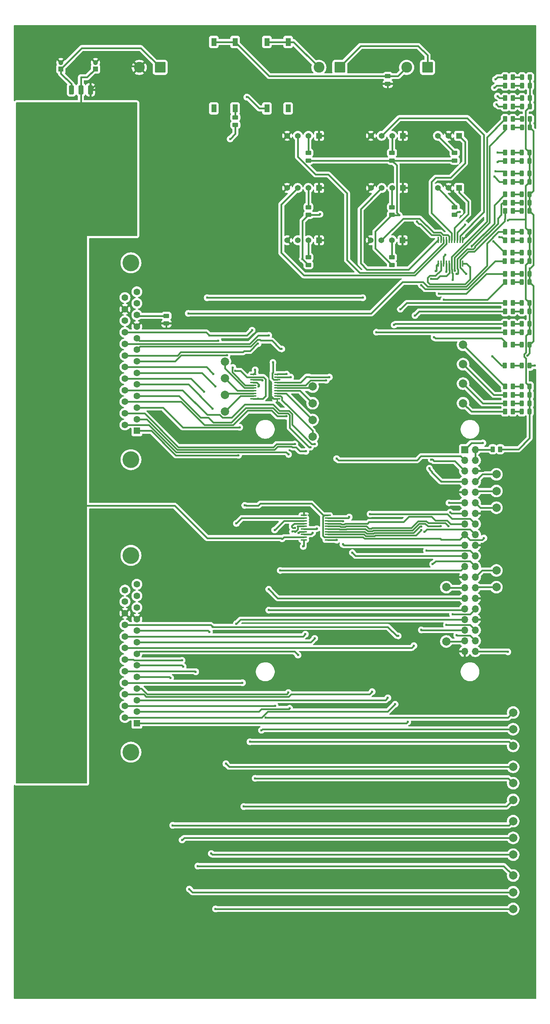
<source format=gbr>
%TF.GenerationSoftware,KiCad,Pcbnew,9.0.0*%
%TF.CreationDate,2025-03-11T18:36:24-04:00*%
%TF.ProjectId,pnp_controller,706e705f-636f-46e7-9472-6f6c6c65722e,rev?*%
%TF.SameCoordinates,Original*%
%TF.FileFunction,Copper,L1,Top*%
%TF.FilePolarity,Positive*%
%FSLAX46Y46*%
G04 Gerber Fmt 4.6, Leading zero omitted, Abs format (unit mm)*
G04 Created by KiCad (PCBNEW 9.0.0) date 2025-03-11 18:36:24*
%MOMM*%
%LPD*%
G01*
G04 APERTURE LIST*
G04 Aperture macros list*
%AMRoundRect*
0 Rectangle with rounded corners*
0 $1 Rounding radius*
0 $2 $3 $4 $5 $6 $7 $8 $9 X,Y pos of 4 corners*
0 Add a 4 corners polygon primitive as box body*
4,1,4,$2,$3,$4,$5,$6,$7,$8,$9,$2,$3,0*
0 Add four circle primitives for the rounded corners*
1,1,$1+$1,$2,$3*
1,1,$1+$1,$4,$5*
1,1,$1+$1,$6,$7*
1,1,$1+$1,$8,$9*
0 Add four rect primitives between the rounded corners*
20,1,$1+$1,$2,$3,$4,$5,0*
20,1,$1+$1,$4,$5,$6,$7,0*
20,1,$1+$1,$6,$7,$8,$9,0*
20,1,$1+$1,$8,$9,$2,$3,0*%
G04 Aperture macros list end*
%TA.AperFunction,ComponentPad*%
%ADD10C,1.370000*%
%TD*%
%TA.AperFunction,ComponentPad*%
%ADD11R,1.370000X1.370000*%
%TD*%
%TA.AperFunction,SMDPad,CuDef*%
%ADD12RoundRect,0.250000X0.450000X-0.262500X0.450000X0.262500X-0.450000X0.262500X-0.450000X-0.262500X0*%
%TD*%
%TA.AperFunction,SMDPad,CuDef*%
%ADD13RoundRect,0.250000X-0.262500X-0.450000X0.262500X-0.450000X0.262500X0.450000X-0.262500X0.450000X0*%
%TD*%
%TA.AperFunction,SMDPad,CuDef*%
%ADD14RoundRect,0.243750X-0.243750X-0.456250X0.243750X-0.456250X0.243750X0.456250X-0.243750X0.456250X0*%
%TD*%
%TA.AperFunction,ComponentPad*%
%ADD15C,2.000000*%
%TD*%
%TA.AperFunction,SMDPad,CuDef*%
%ADD16RoundRect,0.100000X0.100000X-0.637500X0.100000X0.637500X-0.100000X0.637500X-0.100000X-0.637500X0*%
%TD*%
%TA.AperFunction,SMDPad,CuDef*%
%ADD17RoundRect,0.100000X0.637500X0.100000X-0.637500X0.100000X-0.637500X-0.100000X0.637500X-0.100000X0*%
%TD*%
%TA.AperFunction,ComponentPad*%
%ADD18C,4.000000*%
%TD*%
%TA.AperFunction,ComponentPad*%
%ADD19R,1.600000X1.600000*%
%TD*%
%TA.AperFunction,ComponentPad*%
%ADD20C,1.600000*%
%TD*%
%TA.AperFunction,ComponentPad*%
%ADD21R,1.200000X1.200000*%
%TD*%
%TA.AperFunction,ComponentPad*%
%ADD22C,1.200000*%
%TD*%
%TA.AperFunction,ComponentPad*%
%ADD23RoundRect,0.250000X1.050000X1.050000X-1.050000X1.050000X-1.050000X-1.050000X1.050000X-1.050000X0*%
%TD*%
%TA.AperFunction,ComponentPad*%
%ADD24C,2.600000*%
%TD*%
%TA.AperFunction,SMDPad,CuDef*%
%ADD25R,1.270000X1.905000*%
%TD*%
%TA.AperFunction,SMDPad,CuDef*%
%ADD26RoundRect,0.250000X-0.450000X0.262500X-0.450000X-0.262500X0.450000X-0.262500X0.450000X0.262500X0*%
%TD*%
%TA.AperFunction,SMDPad,CuDef*%
%ADD27RoundRect,0.250000X0.262500X0.450000X-0.262500X0.450000X-0.262500X-0.450000X0.262500X-0.450000X0*%
%TD*%
%TA.AperFunction,SMDPad,CuDef*%
%ADD28RoundRect,0.100000X-0.637500X-0.100000X0.637500X-0.100000X0.637500X0.100000X-0.637500X0.100000X0*%
%TD*%
%TA.AperFunction,SMDPad,CuDef*%
%ADD29RoundRect,0.250000X-0.350000X0.850000X-0.350000X-0.850000X0.350000X-0.850000X0.350000X0.850000X0*%
%TD*%
%TA.AperFunction,SMDPad,CuDef*%
%ADD30RoundRect,0.250000X-1.125000X1.275000X-1.125000X-1.275000X1.125000X-1.275000X1.125000X1.275000X0*%
%TD*%
%TA.AperFunction,SMDPad,CuDef*%
%ADD31RoundRect,0.249997X-2.650003X2.950003X-2.650003X-2.950003X2.650003X-2.950003X2.650003X2.950003X0*%
%TD*%
%TA.AperFunction,ComponentPad*%
%ADD32R,1.700000X1.700000*%
%TD*%
%TA.AperFunction,ComponentPad*%
%ADD33O,1.700000X1.700000*%
%TD*%
%TA.AperFunction,ViaPad*%
%ADD34C,0.600000*%
%TD*%
%TA.AperFunction,Conductor*%
%ADD35C,0.400000*%
%TD*%
G04 APERTURE END LIST*
D10*
%TO.P,J13,4,Pin_4*%
%TO.N,GND*%
X109920000Y0D03*
%TO.P,J13,3,Pin_3*%
%TO.N,/YHOME*%
X112460000Y0D03*
%TO.P,J13,2,Pin_2*%
%TO.N,Net-(J13-Pin_2)*%
X115000000Y0D03*
D11*
%TO.P,J13,1,Pin_1*%
%TO.N,GND*%
X117540000Y0D03*
%TD*%
D12*
%TO.P,R31,2*%
%TO.N,Net-(J9-Pin_2)*%
X115000000Y7912500D03*
%TO.P,R31,1*%
%TO.N,+5V*%
X115000000Y6087500D03*
%TD*%
D10*
%TO.P,J15,4,Pin_4*%
%TO.N,GND*%
X129920000Y0D03*
%TO.P,J15,3,Pin_3*%
%TO.N,/YL_DOWN*%
X132460000Y0D03*
%TO.P,J15,2,Pin_2*%
%TO.N,Net-(J15-Pin_2)*%
X135000000Y0D03*
D11*
%TO.P,J15,1,Pin_1*%
%TO.N,GND*%
X137540000Y0D03*
%TD*%
D12*
%TO.P,R26,2*%
%TO.N,Net-(J1-Pin_2)*%
X135000000Y7912500D03*
%TO.P,R26,1*%
%TO.N,+5V*%
X135000000Y6087500D03*
%TD*%
%TO.P,R43,2*%
%TO.N,Net-(J15-Pin_2)*%
X135000000Y-4087500D03*
%TO.P,R43,1*%
%TO.N,+5V*%
X135000000Y-5912500D03*
%TD*%
D13*
%TO.P,R4,1*%
%TO.N,/YDIR+*%
X162087500Y14000000D03*
%TO.P,R4,2*%
%TO.N,Net-(D4-K)*%
X163912500Y14000000D03*
%TD*%
D14*
%TO.P,D7,1,K*%
%TO.N,Net-(D7-K)*%
X166062500Y-20000000D03*
%TO.P,D7,2,A*%
%TO.N,+5V*%
X167937500Y-20000000D03*
%TD*%
%TO.P,D16,1,K*%
%TO.N,Net-(D16-K)*%
X166062500Y-39000000D03*
%TO.P,D16,2,A*%
%TO.N,+5V*%
X167937500Y-39000000D03*
%TD*%
D11*
%TO.P,J9,1,Pin_1*%
%TO.N,GND*%
X117500000Y12500000D03*
D10*
%TO.P,J9,2,Pin_2*%
%TO.N,Net-(J9-Pin_2)*%
X114960000Y12500000D03*
%TO.P,J9,3,Pin_3*%
%TO.N,/ZL_DOWN*%
X112420000Y12500000D03*
%TO.P,J9,4,Pin_4*%
%TO.N,GND*%
X109880000Y12500000D03*
%TD*%
D15*
%TO.P,TP28,1,1*%
%TO.N,/XAUX+*%
X164000000Y-113000000D03*
%TD*%
D10*
%TO.P,J11,3,Pin_3*%
%TO.N,Net-(J11-Pin_3)*%
X146000000Y25000000D03*
%TO.P,J11,2,Pin_2*%
%TO.N,GND*%
X148540000Y25000000D03*
D11*
%TO.P,J11,1,Pin_1*%
%TO.N,/X1*%
X151080000Y25000000D03*
%TD*%
D14*
%TO.P,D11,1,K*%
%TO.N,Net-(D11-K)*%
X166062500Y-37000000D03*
%TO.P,D11,2,A*%
%TO.N,+5V*%
X167937500Y-37000000D03*
%TD*%
D15*
%TO.P,TP20,1,1*%
%TO.N,Net-(R16-Pad1)*%
X152000000Y-34300000D03*
%TD*%
%TO.P,TP16,1,1*%
%TO.N,Net-(U3-A8)*%
X95000000Y-41000000D03*
%TD*%
D16*
%TO.P,U5,1,A1*%
%TO.N,/THOME_3V3*%
X146075000Y-5612500D03*
%TO.P,U5,2,VCCA*%
%TO.N,+3.3V*%
X146725000Y-5612500D03*
%TO.P,U5,3,A2*%
%TO.N,/ZL_UP_3V3*%
X147375000Y-5612500D03*
%TO.P,U5,4,A3*%
%TO.N,/ZL_DOWN_3V3*%
X148025000Y-5612500D03*
%TO.P,U5,5,A4*%
%TO.N,/YL_DOWN_3V3*%
X148675000Y-5612500D03*
%TO.P,U5,6,A5*%
%TO.N,/X1_3V3*%
X149325000Y-5612500D03*
%TO.P,U5,7,A6*%
%TO.N,/X2_3V3*%
X149975000Y-5612500D03*
%TO.P,U5,8,A7*%
%TO.N,/YHOME_3V3*%
X150625000Y-5612500D03*
%TO.P,U5,9,A8*%
%TO.N,/YL_UP_3V3*%
X151275000Y-5612500D03*
%TO.P,U5,10,OE*%
%TO.N,+3.3V*%
X151925000Y-5612500D03*
%TO.P,U5,11,GND*%
%TO.N,GND*%
X151925000Y112500D03*
%TO.P,U5,12,B8*%
%TO.N,/YL_UP*%
X151275000Y112500D03*
%TO.P,U5,13,B7*%
%TO.N,/YHOME*%
X150625000Y112500D03*
%TO.P,U5,14,B6*%
%TO.N,/X2*%
X149975000Y112500D03*
%TO.P,U5,15,B5*%
%TO.N,/X1*%
X149325000Y112500D03*
%TO.P,U5,16,B4*%
%TO.N,/YL_DOWN*%
X148675000Y112500D03*
%TO.P,U5,17,B3*%
%TO.N,/ZL_DOWN*%
X148025000Y112500D03*
%TO.P,U5,18,B2*%
%TO.N,/ZL_UP*%
X147375000Y112500D03*
%TO.P,U5,19,VCCB*%
%TO.N,+5V*%
X146725000Y112500D03*
%TO.P,U5,20,B1*%
%TO.N,/THOME*%
X146075000Y112500D03*
%TD*%
D15*
%TO.P,TP21,1,1*%
%TO.N,Net-(J4-Pin_8)*%
X160000000Y-56000000D03*
%TD*%
D14*
%TO.P,D26,1,K*%
%TO.N,Net-(D26-K)*%
X166125000Y27000000D03*
%TO.P,D26,2,A*%
%TO.N,+3.3V*%
X168000000Y27000000D03*
%TD*%
%TO.P,D6,1,K*%
%TO.N,Net-(D6-K)*%
X166062500Y-5000000D03*
%TO.P,D6,2,A*%
%TO.N,+5V*%
X167937500Y-5000000D03*
%TD*%
D13*
%TO.P,R38,1*%
%TO.N,/YL_UP_3V3*%
X162087500Y7000000D03*
%TO.P,R38,2*%
%TO.N,Net-(D27-K)*%
X163912500Y7000000D03*
%TD*%
D15*
%TO.P,TP1,1,1*%
%TO.N,Net-(J4-Pin_37)*%
X148000000Y-96000000D03*
%TD*%
D14*
%TO.P,D19,1,K*%
%TO.N,Net-(D19-K)*%
X166125000Y39000000D03*
%TO.P,D19,2,A*%
%TO.N,+5V*%
X168000000Y39000000D03*
%TD*%
%TO.P,D28,1,K*%
%TO.N,Net-(D28-K)*%
X166125000Y29000000D03*
%TO.P,D28,2,A*%
%TO.N,+3.3V*%
X168000000Y29000000D03*
%TD*%
D15*
%TO.P,TP12,1,1*%
%TO.N,Net-(U3-B7)*%
X116000000Y-43000000D03*
%TD*%
D13*
%TO.P,R21,1*%
%TO.N,/XFAULT+*%
X162087500Y39000000D03*
%TO.P,R21,2*%
%TO.N,Net-(D19-K)*%
X163912500Y39000000D03*
%TD*%
D17*
%TO.P,U2,1,A1*%
%TO.N,/XCLK*%
X119612500Y-71675000D03*
%TO.P,U2,2,VCCA*%
%TO.N,+3.3V*%
X119612500Y-71025000D03*
%TO.P,U2,3,A2*%
%TO.N,/XDIR*%
X119612500Y-70375000D03*
%TO.P,U2,4,A3*%
%TO.N,/YCLK*%
X119612500Y-69725000D03*
%TO.P,U2,5,A4*%
%TO.N,/YDIR*%
X119612500Y-69075000D03*
%TO.P,U2,6,A5*%
%TO.N,/ZCLK*%
X119612500Y-68425000D03*
%TO.P,U2,7,A6*%
%TO.N,/ZDIR*%
X119612500Y-67775000D03*
%TO.P,U2,8,A7*%
%TO.N,/TCLK*%
X119612500Y-67125000D03*
%TO.P,U2,9,A8*%
%TO.N,/TDIR*%
X119612500Y-66475000D03*
%TO.P,U2,10,OE*%
%TO.N,+3.3V*%
X119612500Y-65825000D03*
%TO.P,U2,11,GND*%
%TO.N,GND*%
X113887500Y-65825000D03*
%TO.P,U2,12,B8*%
%TO.N,/TDIR-*%
X113887500Y-66475000D03*
%TO.P,U2,13,B7*%
%TO.N,/TCLK-*%
X113887500Y-67125000D03*
%TO.P,U2,14,B6*%
%TO.N,/ZDIR-*%
X113887500Y-67775000D03*
%TO.P,U2,15,B5*%
%TO.N,/ZCLK-*%
X113887500Y-68425000D03*
%TO.P,U2,16,B4*%
%TO.N,/YDIR-*%
X113887500Y-69075000D03*
%TO.P,U2,17,B3*%
%TO.N,/YCLK-*%
X113887500Y-69725000D03*
%TO.P,U2,18,B2*%
%TO.N,/XDIR-*%
X113887500Y-70375000D03*
%TO.P,U2,19,VCCB*%
%TO.N,+5V*%
X113887500Y-71025000D03*
%TO.P,U2,20,B1*%
%TO.N,/XCLK-*%
X113887500Y-71675000D03*
%TD*%
D13*
%TO.P,R10,1*%
%TO.N,/ZENG+*%
X162087500Y0D03*
%TO.P,R10,2*%
%TO.N,Net-(D10-K)*%
X163912500Y0D03*
%TD*%
%TO.P,R14,1*%
%TO.N,/TENG+*%
X162087500Y-17000000D03*
%TO.P,R14,2*%
%TO.N,Net-(D14-K)*%
X163912500Y-17000000D03*
%TD*%
%TO.P,R15,1*%
%TO.N,Net-(R15-Pad1)*%
X162087500Y-35000000D03*
%TO.P,R15,2*%
%TO.N,Net-(D15-K)*%
X163912500Y-35000000D03*
%TD*%
D15*
%TO.P,TP5,1,1*%
%TO.N,/YFAULT+*%
X164000000Y-133900000D03*
%TD*%
D14*
%TO.P,D30,1,K*%
%TO.N,Net-(D30-K)*%
X166062500Y-30000000D03*
%TO.P,D30,2,A*%
%TO.N,+24V*%
X167937500Y-30000000D03*
%TD*%
D18*
%TO.P,J2,0*%
%TO.N,N/C*%
X72500000Y-5400000D03*
X72500000Y-52500000D03*
D19*
%TO.P,J2,1,1*%
%TO.N,/XCLK+*%
X73920000Y-45570000D03*
D20*
%TO.P,J2,2,2*%
%TO.N,/XCLK-*%
X73920000Y-42800000D03*
%TO.P,J2,3,3*%
%TO.N,/XDIR+*%
X73920000Y-40030000D03*
%TO.P,J2,4,4*%
%TO.N,/XDIR-*%
X73920000Y-37260000D03*
%TO.P,J2,5,5*%
%TO.N,/XAUX+*%
X73920000Y-34490000D03*
%TO.P,J2,6,6*%
%TO.N,/XAUX-*%
X73920000Y-31720000D03*
%TO.P,J2,7,7*%
%TO.N,/XENG+*%
X73920000Y-28950000D03*
%TO.P,J2,8,8*%
%TO.N,/XENG-*%
X73920000Y-26180000D03*
%TO.P,J2,9,9*%
%TO.N,/XFAULT+*%
X73920000Y-23410000D03*
%TO.P,J2,10,10*%
%TO.N,GND*%
X73920000Y-20640000D03*
%TO.P,J2,11,11*%
%TO.N,/DGND*%
X73920000Y-17870000D03*
%TO.P,J2,12,12*%
%TO.N,unconnected-(J2-Pad12)*%
X73920000Y-15100000D03*
%TO.P,J2,13,13*%
%TO.N,unconnected-(J2-Pad13)*%
X73920000Y-12330000D03*
%TO.P,J2,14,P14*%
%TO.N,/YCLK+*%
X71080000Y-44185000D03*
%TO.P,J2,15,P15*%
%TO.N,/YCLK-*%
X71080000Y-41415000D03*
%TO.P,J2,16,P16*%
%TO.N,/YDIR+*%
X71080000Y-38645000D03*
%TO.P,J2,17,P17*%
%TO.N,/YDIR-*%
X71080000Y-35875000D03*
%TO.P,J2,18,P18*%
%TO.N,/YAUX+*%
X71080000Y-33105000D03*
%TO.P,J2,19,P19*%
%TO.N,/YAUX-*%
X71080000Y-30335000D03*
%TO.P,J2,20,P20*%
%TO.N,/YENG+*%
X71080000Y-27565000D03*
%TO.P,J2,21,P21*%
%TO.N,/YENG-*%
X71080000Y-24795000D03*
%TO.P,J2,22,P22*%
%TO.N,/YFAULT+*%
X71080000Y-22025000D03*
%TO.P,J2,23,P23*%
%TO.N,/DGND*%
X71080000Y-19255000D03*
%TO.P,J2,24,P24*%
%TO.N,GND*%
X71080000Y-16485000D03*
%TO.P,J2,25,P25*%
%TO.N,unconnected-(J2-P25-Pad25)*%
X71080000Y-13715000D03*
%TD*%
D21*
%TO.P,C2,1*%
%TO.N,+5V*%
X64000000Y41000000D03*
D22*
%TO.P,C2,2*%
%TO.N,GND*%
X64000000Y42500000D03*
%TD*%
D15*
%TO.P,TP24,1,1*%
%TO.N,Net-(J4-Pin_10)*%
X160000000Y-60000000D03*
%TD*%
D13*
%TO.P,R32,1*%
%TO.N,/ZL_UP_3V3*%
X162087500Y-8000000D03*
%TO.P,R32,2*%
%TO.N,Net-(D24-K)*%
X163912500Y-8000000D03*
%TD*%
%TO.P,R12,1*%
%TO.N,/THOME_3V3*%
X162087500Y-25000000D03*
%TO.P,R12,2*%
%TO.N,Net-(D12-K)*%
X163912500Y-25000000D03*
%TD*%
%TO.P,R22,1*%
%TO.N,/YFAULT+*%
X162087500Y21000000D03*
%TO.P,R22,2*%
%TO.N,Net-(D20-K)*%
X163912500Y21000000D03*
%TD*%
D11*
%TO.P,J12,1,Pin_1*%
%TO.N,/X2*%
X151080000Y12500000D03*
D10*
%TO.P,J12,2,Pin_2*%
%TO.N,GND*%
X148540000Y12500000D03*
%TO.P,J12,3,Pin_3*%
%TO.N,Net-(J12-Pin_3)*%
X146000000Y12500000D03*
%TD*%
D14*
%TO.P,D10,1,K*%
%TO.N,Net-(D10-K)*%
X166062500Y0D03*
%TO.P,D10,2,A*%
%TO.N,+5V*%
X167937500Y0D03*
%TD*%
%TO.P,D17,1,K*%
%TO.N,Net-(D17-K)*%
X166062500Y2000000D03*
%TO.P,D17,2,A*%
%TO.N,+5V*%
X167937500Y2000000D03*
%TD*%
D13*
%TO.P,R20,1*%
%TO.N,/TFAULT+*%
X162087500Y-15000000D03*
%TO.P,R20,2*%
%TO.N,Net-(D18-K)*%
X163912500Y-15000000D03*
%TD*%
%TO.P,R3,1*%
%TO.N,/YCLK+*%
X162087500Y16000000D03*
%TO.P,R3,2*%
%TO.N,Net-(D3-K)*%
X163912500Y16000000D03*
%TD*%
D15*
%TO.P,TP23,1,1*%
%TO.N,Net-(J4-Pin_12)*%
X160000000Y-64000000D03*
%TD*%
D12*
%TO.P,R17,1*%
%TO.N,GND*%
X81000000Y-19912500D03*
%TO.P,R17,2*%
%TO.N,/DGND*%
X81000000Y-18087500D03*
%TD*%
D13*
%TO.P,R16,1*%
%TO.N,Net-(R16-Pad1)*%
X162087500Y-39000000D03*
%TO.P,R16,2*%
%TO.N,Net-(D16-K)*%
X163912500Y-39000000D03*
%TD*%
D14*
%TO.P,D23,1,K*%
%TO.N,Net-(D23-K)*%
X166062500Y9000000D03*
%TO.P,D23,2,A*%
%TO.N,+3.3V*%
X167937500Y9000000D03*
%TD*%
D15*
%TO.P,TP4,1,1*%
%TO.N,/XFAULT+*%
X164000000Y-121000000D03*
%TD*%
D12*
%TO.P,R35,1*%
%TO.N,+5V*%
X150000000Y19087500D03*
%TO.P,R35,2*%
%TO.N,Net-(J11-Pin_3)*%
X150000000Y20912500D03*
%TD*%
D15*
%TO.P,TP13,1,1*%
%TO.N,Net-(U3-B8)*%
X116000000Y-47000000D03*
%TD*%
D13*
%TO.P,R19,1*%
%TO.N,/ZFAULT+*%
X162087500Y2000000D03*
%TO.P,R19,2*%
%TO.N,Net-(D17-K)*%
X163912500Y2000000D03*
%TD*%
D12*
%TO.P,R39,1*%
%TO.N,+5V*%
X115000000Y-5912500D03*
%TO.P,R39,2*%
%TO.N,Net-(J13-Pin_2)*%
X115000000Y-4087500D03*
%TD*%
D13*
%TO.P,R33,1*%
%TO.N,Net-(R33-Pad1)*%
X162087500Y-41000000D03*
%TO.P,R33,2*%
%TO.N,Net-(D21-K)*%
X163912500Y-41000000D03*
%TD*%
D15*
%TO.P,TP14,1,1*%
%TO.N,Net-(U3-A6)*%
X95000000Y-33000000D03*
%TD*%
%TO.P,TP31,1,1*%
%TO.N,/ZAUX-*%
X164000000Y-143000000D03*
%TD*%
D13*
%TO.P,R40,1*%
%TO.N,/X1_3V3*%
X162087500Y29000000D03*
%TO.P,R40,2*%
%TO.N,Net-(D28-K)*%
X163912500Y29000000D03*
%TD*%
D23*
%TO.P,J6,1,Pin_1*%
%TO.N,+24V*%
X143500000Y41367500D03*
D24*
%TO.P,J6,2,Pin_2*%
%TO.N,Net-(J6-Pin_2)*%
X138500000Y41367500D03*
%TD*%
D15*
%TO.P,TP2,1,1*%
%TO.N,/ZFAULT+*%
X164000000Y-147000000D03*
%TD*%
D14*
%TO.P,D14,1,K*%
%TO.N,Net-(D14-K)*%
X166062500Y-17000000D03*
%TO.P,D14,2,A*%
%TO.N,+5V*%
X167937500Y-17000000D03*
%TD*%
%TO.P,D2,1,K*%
%TO.N,Net-(D2-K)*%
X166125000Y32000000D03*
%TO.P,D2,2,A*%
%TO.N,+5V*%
X168000000Y32000000D03*
%TD*%
%TO.P,D12,1,K*%
%TO.N,Net-(D12-K)*%
X166062500Y-25000000D03*
%TO.P,D12,2,A*%
%TO.N,+3.3V*%
X167937500Y-25000000D03*
%TD*%
D13*
%TO.P,R36,1*%
%TO.N,/X2_3V3*%
X162087500Y27000000D03*
%TO.P,R36,2*%
%TO.N,Net-(D26-K)*%
X163912500Y27000000D03*
%TD*%
D14*
%TO.P,D21,1,K*%
%TO.N,Net-(D21-K)*%
X166062500Y-41000000D03*
%TO.P,D21,2,A*%
%TO.N,+5V*%
X167937500Y-41000000D03*
%TD*%
D15*
%TO.P,TP25,1,1*%
%TO.N,/ZAUX+*%
X164000000Y-139000000D03*
%TD*%
D11*
%TO.P,J1,1,Pin_1*%
%TO.N,GND*%
X137620000Y12500000D03*
D10*
%TO.P,J1,2,Pin_2*%
%TO.N,Net-(J1-Pin_2)*%
X135080000Y12500000D03*
%TO.P,J1,3,Pin_3*%
%TO.N,/THOME*%
X132540000Y12500000D03*
%TO.P,J1,4,Pin_4*%
%TO.N,GND*%
X130000000Y12500000D03*
%TD*%
D13*
%TO.P,R2,1*%
%TO.N,/XDIR+*%
X162087500Y32000000D03*
%TO.P,R2,2*%
%TO.N,Net-(D2-K)*%
X163912500Y32000000D03*
%TD*%
D14*
%TO.P,D1,1,K*%
%TO.N,Net-(D1-K)*%
X166125000Y34000000D03*
%TO.P,D1,2,A*%
%TO.N,+5V*%
X168000000Y34000000D03*
%TD*%
D12*
%TO.P,R41,1*%
%TO.N,+5V*%
X135000000Y19087500D03*
%TO.P,R41,2*%
%TO.N,Net-(J14-Pin_2)*%
X135000000Y20912500D03*
%TD*%
D13*
%TO.P,R8,1*%
%TO.N,/TDIR+*%
X162087500Y-22000000D03*
%TO.P,R8,2*%
%TO.N,Net-(D8-K)*%
X163912500Y-22000000D03*
%TD*%
D14*
%TO.P,D13,1,K*%
%TO.N,Net-(D13-K)*%
X166062500Y19000000D03*
%TO.P,D13,2,A*%
%TO.N,+5V*%
X167937500Y19000000D03*
%TD*%
D15*
%TO.P,TP7,1,1*%
%TO.N,Net-(J4-Pin_26)*%
X160000000Y-79000000D03*
%TD*%
D14*
%TO.P,D8,1,K*%
%TO.N,Net-(D8-K)*%
X166062500Y-22000000D03*
%TO.P,D8,2,A*%
%TO.N,+5V*%
X167937500Y-22000000D03*
%TD*%
D15*
%TO.P,TP19,1,1*%
%TO.N,Net-(R11-Pad1)*%
X152000000Y-29650000D03*
%TD*%
%TO.P,TP15,1,1*%
%TO.N,Net-(U3-A7)*%
X95000000Y-37000000D03*
%TD*%
%TO.P,TP8,1,1*%
%TO.N,Net-(U3-B5)*%
X116000000Y-35000000D03*
%TD*%
%TO.P,TP10,1,1*%
%TO.N,Net-(U3-A5)*%
X95000000Y-29000000D03*
%TD*%
%TO.P,TP6,1,1*%
%TO.N,Net-(J4-Pin_27)*%
X148000000Y-83000000D03*
%TD*%
D14*
%TO.P,D15,1,K*%
%TO.N,Net-(D15-K)*%
X166062500Y-35000000D03*
%TO.P,D15,2,A*%
%TO.N,+5V*%
X167937500Y-35000000D03*
%TD*%
D11*
%TO.P,J8,1,Pin_1*%
%TO.N,GND*%
X117540000Y25000000D03*
D10*
%TO.P,J8,2,Pin_2*%
%TO.N,Net-(J8-Pin_2)*%
X115000000Y25000000D03*
%TO.P,J8,3,Pin_3*%
%TO.N,/ZL_UP*%
X112460000Y25000000D03*
%TO.P,J8,4,Pin_4*%
%TO.N,GND*%
X109920000Y25000000D03*
%TD*%
D11*
%TO.P,J14,1,Pin_1*%
%TO.N,GND*%
X137580000Y25000000D03*
D10*
%TO.P,J14,2,Pin_2*%
%TO.N,Net-(J14-Pin_2)*%
X135040000Y25000000D03*
%TO.P,J14,3,Pin_3*%
%TO.N,/YL_UP*%
X132500000Y25000000D03*
%TO.P,J14,4,Pin_4*%
%TO.N,GND*%
X129960000Y25000000D03*
%TD*%
D14*
%TO.P,D20,1,K*%
%TO.N,Net-(D20-K)*%
X166062500Y21000000D03*
%TO.P,D20,2,A*%
%TO.N,+5V*%
X167937500Y21000000D03*
%TD*%
D15*
%TO.P,TP30,1,1*%
%TO.N,/TAUX+*%
X164000000Y-152000000D03*
%TD*%
D14*
%TO.P,D4,1,K*%
%TO.N,Net-(D4-K)*%
X166062500Y14000000D03*
%TO.P,D4,2,A*%
%TO.N,+5V*%
X167937500Y14000000D03*
%TD*%
D25*
%TO.P,U1,1*%
%TO.N,unconnected-(U1-Pad1)*%
X92360000Y31550000D03*
%TO.P,U1,2*%
%TO.N,Net-(R23-Pad1)*%
X97440000Y31550000D03*
%TO.P,U1,3*%
%TO.N,/VACUUM*%
X105060000Y31550000D03*
%TO.P,U1,4*%
%TO.N,unconnected-(U1-Pad4)*%
X110140000Y31550000D03*
%TO.P,U1,5*%
%TO.N,Net-(J5-Pin_2)*%
X110140000Y47450000D03*
%TO.P,U1,6*%
X105060000Y47450000D03*
%TO.P,U1,7*%
%TO.N,Net-(J6-Pin_2)*%
X97440000Y47450000D03*
%TO.P,U1,8*%
X92360000Y47450000D03*
%TD*%
D26*
%TO.P,R23,1*%
%TO.N,Net-(R23-Pad1)*%
X97500000Y29412500D03*
%TO.P,R23,2*%
%TO.N,+3.3V*%
X97500000Y27587500D03*
%TD*%
D15*
%TO.P,TP26,1,1*%
%TO.N,/XAUX-*%
X164000000Y-117000000D03*
%TD*%
D14*
%TO.P,D22,1,K*%
%TO.N,Net-(D22-K)*%
X166062500Y-10000000D03*
%TO.P,D22,2,A*%
%TO.N,+3.3V*%
X167937500Y-10000000D03*
%TD*%
D13*
%TO.P,R6,1*%
%TO.N,/ZDIR+*%
X162000000Y-5000000D03*
%TO.P,R6,2*%
%TO.N,Net-(D6-K)*%
X163825000Y-5000000D03*
%TD*%
D14*
%TO.P,D27,1,K*%
%TO.N,Net-(D27-K)*%
X166062500Y7000000D03*
%TO.P,D27,2,A*%
%TO.N,+3.3V*%
X167937500Y7000000D03*
%TD*%
D12*
%TO.P,R29,1*%
%TO.N,+5V*%
X115000000Y19087500D03*
%TO.P,R29,2*%
%TO.N,Net-(J8-Pin_2)*%
X115000000Y20912500D03*
%TD*%
D15*
%TO.P,TP29,1,1*%
%TO.N,/YAUX-*%
X164000000Y-129900000D03*
%TD*%
D14*
%TO.P,D5,1,K*%
%TO.N,Net-(D5-K)*%
X166062500Y-3000000D03*
%TO.P,D5,2,A*%
%TO.N,+5V*%
X167937500Y-3000000D03*
%TD*%
D13*
%TO.P,R28,1*%
%TO.N,/ZL_DOWN_3V3*%
X162087500Y-10000000D03*
%TO.P,R28,2*%
%TO.N,Net-(D22-K)*%
X163912500Y-10000000D03*
%TD*%
%TO.P,R13,1*%
%TO.N,/YENG+*%
X162087500Y19000000D03*
%TO.P,R13,2*%
%TO.N,Net-(D13-K)*%
X163912500Y19000000D03*
%TD*%
D15*
%TO.P,TP9,1,1*%
%TO.N,Net-(J4-Pin_28)*%
X160000000Y-83000000D03*
%TD*%
%TO.P,TP17,1,1*%
%TO.N,Net-(R33-Pad1)*%
X152000000Y-39000000D03*
%TD*%
D13*
%TO.P,R34,1*%
%TO.N,/YL_DOWN_3V3*%
X162087500Y11000000D03*
%TO.P,R34,2*%
%TO.N,Net-(D25-K)*%
X163912500Y11000000D03*
%TD*%
%TO.P,R1,1*%
%TO.N,/XCLK+*%
X162087500Y34000000D03*
%TO.P,R1,2*%
%TO.N,Net-(D1-K)*%
X163912500Y34000000D03*
%TD*%
D14*
%TO.P,D25,1,K*%
%TO.N,Net-(D25-K)*%
X166062500Y11000000D03*
%TO.P,D25,2,A*%
%TO.N,+3.3V*%
X167937500Y11000000D03*
%TD*%
D13*
%TO.P,R9,1*%
%TO.N,/XENG+*%
X162087500Y37000000D03*
%TO.P,R9,2*%
%TO.N,Net-(D9-K)*%
X163912500Y37000000D03*
%TD*%
D15*
%TO.P,TP32,1,1*%
%TO.N,/TAUX-*%
X164000000Y-156000000D03*
%TD*%
D13*
%TO.P,R45,1*%
%TO.N,Net-(J5-Pin_2)*%
X162000000Y-30000000D03*
%TO.P,R45,2*%
%TO.N,Net-(D30-K)*%
X163825000Y-30000000D03*
%TD*%
D14*
%TO.P,D9,1,K*%
%TO.N,Net-(D9-K)*%
X166125000Y37000000D03*
%TO.P,D9,2,A*%
%TO.N,+5V*%
X168000000Y37000000D03*
%TD*%
%TO.P,D18,1,K*%
%TO.N,Net-(D18-K)*%
X166062500Y-15000000D03*
%TO.P,D18,2,A*%
%TO.N,+5V*%
X167937500Y-15000000D03*
%TD*%
D15*
%TO.P,TP3,1,1*%
%TO.N,/TFAULT+*%
X164000000Y-160000000D03*
%TD*%
D18*
%TO.P,J3,0*%
%TO.N,N/C*%
X72500000Y-75400000D03*
X72500000Y-122500000D03*
D19*
%TO.P,J3,1,1*%
%TO.N,/ZCLK+*%
X73920000Y-115570000D03*
D20*
%TO.P,J3,2,2*%
%TO.N,/ZCLK-*%
X73920000Y-112800000D03*
%TO.P,J3,3,3*%
%TO.N,/ZDIR+*%
X73920000Y-110030000D03*
%TO.P,J3,4,4*%
%TO.N,/ZDIR-*%
X73920000Y-107260000D03*
%TO.P,J3,5,5*%
%TO.N,/ZAUX+*%
X73920000Y-104490000D03*
%TO.P,J3,6,6*%
%TO.N,/ZAUX-*%
X73920000Y-101720000D03*
%TO.P,J3,7,7*%
%TO.N,/ZENG+*%
X73920000Y-98950000D03*
%TO.P,J3,8,8*%
%TO.N,/ZENG-*%
X73920000Y-96180000D03*
%TO.P,J3,9,9*%
%TO.N,/ZFAULT+*%
X73920000Y-93410000D03*
%TO.P,J3,10,10*%
%TO.N,GND*%
X73920000Y-90640000D03*
%TO.P,J3,11,11*%
%TO.N,/DGND*%
X73920000Y-87870000D03*
%TO.P,J3,12,12*%
%TO.N,unconnected-(J3-Pad12)*%
X73920000Y-85100000D03*
%TO.P,J3,13,13*%
%TO.N,unconnected-(J3-Pad13)*%
X73920000Y-82330000D03*
%TO.P,J3,14,P14*%
%TO.N,/TCLK+*%
X71080000Y-114185000D03*
%TO.P,J3,15,P15*%
%TO.N,/TCLK-*%
X71080000Y-111415000D03*
%TO.P,J3,16,P16*%
%TO.N,/TDIR+*%
X71080000Y-108645000D03*
%TO.P,J3,17,P17*%
%TO.N,/TDIR-*%
X71080000Y-105875000D03*
%TO.P,J3,18,P18*%
%TO.N,/TAUX+*%
X71080000Y-103105000D03*
%TO.P,J3,19,P19*%
%TO.N,/TAUX-*%
X71080000Y-100335000D03*
%TO.P,J3,20,P20*%
%TO.N,/TENG+*%
X71080000Y-97565000D03*
%TO.P,J3,21,P21*%
%TO.N,/TENG-*%
X71080000Y-94795000D03*
%TO.P,J3,22,P22*%
%TO.N,/TFAULT+*%
X71080000Y-92025000D03*
%TO.P,J3,23,P23*%
%TO.N,GND*%
X71080000Y-89255000D03*
%TO.P,J3,24,P24*%
%TO.N,/DGND*%
X71080000Y-86485000D03*
%TO.P,J3,25,P25*%
%TO.N,unconnected-(J3-P25-Pad25)*%
X71080000Y-83715000D03*
%TD*%
D14*
%TO.P,D24,1,K*%
%TO.N,Net-(D24-K)*%
X166062500Y-8000000D03*
%TO.P,D24,2,A*%
%TO.N,+3.3V*%
X167937500Y-8000000D03*
%TD*%
D27*
%TO.P,R25,1*%
%TO.N,+5V*%
X160912500Y-50000000D03*
%TO.P,R25,2*%
%TO.N,Net-(J4-Pin_2)*%
X159087500Y-50000000D03*
%TD*%
D12*
%TO.P,R24,1*%
%TO.N,GND*%
X134000000Y37455000D03*
%TO.P,R24,2*%
%TO.N,Net-(J6-Pin_2)*%
X134000000Y39280000D03*
%TD*%
D13*
%TO.P,R5,1*%
%TO.N,/ZCLK+*%
X162000000Y-3000000D03*
%TO.P,R5,2*%
%TO.N,Net-(D5-K)*%
X163825000Y-3000000D03*
%TD*%
%TO.P,R30,1*%
%TO.N,/YHOME_3V3*%
X162087500Y9000000D03*
%TO.P,R30,2*%
%TO.N,Net-(D23-K)*%
X163912500Y9000000D03*
%TD*%
%TO.P,R11,1*%
%TO.N,Net-(R11-Pad1)*%
X162087500Y-37000000D03*
%TO.P,R11,2*%
%TO.N,Net-(D11-K)*%
X163912500Y-37000000D03*
%TD*%
D28*
%TO.P,U3,1,A1*%
%TO.N,/XENG*%
X101807500Y-32075000D03*
%TO.P,U3,2,VCCA*%
%TO.N,+3.3V*%
X101807500Y-32725000D03*
%TO.P,U3,3,A2*%
%TO.N,/YENG*%
X101807500Y-33375000D03*
%TO.P,U3,4,A3*%
%TO.N,/ZENG*%
X101807500Y-34025000D03*
%TO.P,U3,5,A4*%
%TO.N,/TENG*%
X101807500Y-34675000D03*
%TO.P,U3,6,A5*%
%TO.N,Net-(U3-A5)*%
X101807500Y-35325000D03*
%TO.P,U3,7,A6*%
%TO.N,Net-(U3-A6)*%
X101807500Y-35975000D03*
%TO.P,U3,8,A7*%
%TO.N,Net-(U3-A7)*%
X101807500Y-36625000D03*
%TO.P,U3,9,A8*%
%TO.N,Net-(U3-A8)*%
X101807500Y-37275000D03*
%TO.P,U3,10,OE*%
%TO.N,+3.3V*%
X101807500Y-37925000D03*
%TO.P,U3,11,GND*%
%TO.N,GND*%
X107532500Y-37925000D03*
%TO.P,U3,12,B8*%
%TO.N,Net-(U3-B8)*%
X107532500Y-37275000D03*
%TO.P,U3,13,B7*%
%TO.N,Net-(U3-B7)*%
X107532500Y-36625000D03*
%TO.P,U3,14,B6*%
%TO.N,Net-(U3-B6)*%
X107532500Y-35975000D03*
%TO.P,U3,15,B5*%
%TO.N,Net-(U3-B5)*%
X107532500Y-35325000D03*
%TO.P,U3,16,B4*%
%TO.N,/TENG-*%
X107532500Y-34675000D03*
%TO.P,U3,17,B3*%
%TO.N,/ZENG-*%
X107532500Y-34025000D03*
%TO.P,U3,18,B2*%
%TO.N,/YENG-*%
X107532500Y-33375000D03*
%TO.P,U3,19,VCCB*%
%TO.N,+5V*%
X107532500Y-32725000D03*
%TO.P,U3,20,B1*%
%TO.N,/XENG-*%
X107532500Y-32075000D03*
%TD*%
D15*
%TO.P,TP11,1,1*%
%TO.N,Net-(U3-B6)*%
X116000000Y-39000000D03*
%TD*%
D13*
%TO.P,R7,1*%
%TO.N,/TCLK+*%
X162087500Y-20000000D03*
%TO.P,R7,2*%
%TO.N,Net-(D7-K)*%
X163912500Y-20000000D03*
%TD*%
D21*
%TO.P,C1,1*%
%TO.N,+12V*%
X55750000Y41000000D03*
D22*
%TO.P,C1,2*%
%TO.N,GND*%
X55750000Y42500000D03*
%TD*%
D15*
%TO.P,TP18,1,1*%
%TO.N,Net-(R15-Pad1)*%
X152000000Y-25000000D03*
%TD*%
D23*
%TO.P,J5,1,Pin_1*%
%TO.N,+24V*%
X122500000Y41367500D03*
D24*
%TO.P,J5,2,Pin_2*%
%TO.N,Net-(J5-Pin_2)*%
X117500000Y41367500D03*
%TD*%
D23*
%TO.P,J7,1,Pin_1*%
%TO.N,+12V*%
X79500000Y41367500D03*
D24*
%TO.P,J7,2,Pin_2*%
%TO.N,GND*%
X74500000Y41367500D03*
%TD*%
D29*
%TO.P,U4,1,GND*%
%TO.N,GND*%
X62805000Y36000000D03*
%TO.P,U4,2,VO*%
%TO.N,+5V*%
X60525000Y36000000D03*
D30*
X62050000Y31375000D03*
X59000000Y31375000D03*
D31*
X60525000Y29700000D03*
D30*
X62050000Y28025000D03*
X59000000Y28025000D03*
D29*
%TO.P,U4,3,VI*%
%TO.N,+12V*%
X58245000Y36000000D03*
%TD*%
D14*
%TO.P,D3,1,K*%
%TO.N,Net-(D3-K)*%
X166062500Y16000000D03*
%TO.P,D3,2,A*%
%TO.N,+5V*%
X167937500Y16000000D03*
%TD*%
D12*
%TO.P,R37,1*%
%TO.N,+5V*%
X150000000Y6087500D03*
%TO.P,R37,2*%
%TO.N,Net-(J12-Pin_3)*%
X150000000Y7912500D03*
%TD*%
D15*
%TO.P,TP27,1,1*%
%TO.N,/YAUX+*%
X164000000Y-126000000D03*
%TD*%
D32*
%TO.P,J4,1,Pin_1*%
%TO.N,+3.3V*%
X152400000Y-50110000D03*
D33*
%TO.P,J4,2,Pin_2*%
%TO.N,Net-(J4-Pin_2)*%
X154940000Y-50110000D03*
%TO.P,J4,3,Pin_3*%
%TO.N,/XCLK*%
X152400000Y-52650000D03*
%TO.P,J4,4,Pin_4*%
%TO.N,Net-(J4-Pin_2)*%
X154940000Y-52650000D03*
%TO.P,J4,5,Pin_5*%
%TO.N,/XDIR*%
X152400000Y-55190000D03*
%TO.P,J4,6,Pin_6*%
%TO.N,GND*%
X154940000Y-55190000D03*
%TO.P,J4,7,Pin_7*%
%TO.N,/YCLK*%
X152400000Y-57730000D03*
%TO.P,J4,8,Pin_8*%
%TO.N,Net-(J4-Pin_8)*%
X154940000Y-57730000D03*
%TO.P,J4,9,Pin_9*%
%TO.N,GND*%
X152400000Y-60270000D03*
%TO.P,J4,10,Pin_10*%
%TO.N,Net-(J4-Pin_10)*%
X154940000Y-60270000D03*
%TO.P,J4,11,Pin_11*%
%TO.N,/YDIR*%
X152400000Y-62810000D03*
%TO.P,J4,12,Pin_12*%
%TO.N,Net-(J4-Pin_12)*%
X154940000Y-62810000D03*
%TO.P,J4,13,Pin_13*%
%TO.N,/ZCLK*%
X152400000Y-65350000D03*
%TO.P,J4,14,Pin_14*%
%TO.N,GND*%
X154940000Y-65350000D03*
%TO.P,J4,15,Pin_15*%
%TO.N,/ZDIR*%
X152400000Y-67890000D03*
%TO.P,J4,16,Pin_16*%
%TO.N,/VACUUM*%
X154940000Y-67890000D03*
%TO.P,J4,17,Pin_17*%
%TO.N,+3.3V*%
X152400000Y-70430000D03*
%TO.P,J4,18,Pin_18*%
%TO.N,/THOME_3V3*%
X154940000Y-70430000D03*
%TO.P,J4,19,Pin_19*%
%TO.N,/TCLK*%
X152400000Y-72970000D03*
%TO.P,J4,20,Pin_20*%
%TO.N,GND*%
X154940000Y-72970000D03*
%TO.P,J4,21,Pin_21*%
%TO.N,/TDIR*%
X152400000Y-75510000D03*
%TO.P,J4,22,Pin_22*%
%TO.N,/ZL_UP_3V3*%
X154940000Y-75510000D03*
%TO.P,J4,23,Pin_23*%
%TO.N,/XENG*%
X152400000Y-78050000D03*
%TO.P,J4,24,Pin_24*%
%TO.N,/ZL_DOWN_3V3*%
X154940000Y-78050000D03*
%TO.P,J4,25,Pin_25*%
%TO.N,GND*%
X152400000Y-80590000D03*
%TO.P,J4,26,Pin_26*%
%TO.N,Net-(J4-Pin_26)*%
X154940000Y-80590000D03*
%TO.P,J4,27,Pin_27*%
%TO.N,Net-(J4-Pin_27)*%
X152400000Y-83130000D03*
%TO.P,J4,28,Pin_28*%
%TO.N,Net-(J4-Pin_28)*%
X154940000Y-83130000D03*
%TO.P,J4,29,Pin_29*%
%TO.N,/YENG*%
X152400000Y-85670000D03*
%TO.P,J4,30,Pin_30*%
%TO.N,GND*%
X154940000Y-85670000D03*
%TO.P,J4,31,Pin_31*%
%TO.N,/ZENG*%
X152400000Y-88210000D03*
%TO.P,J4,32,Pin_32*%
%TO.N,/X1_3V3*%
X154940000Y-88210000D03*
%TO.P,J4,33,Pin_33*%
%TO.N,/TENG*%
X152400000Y-90750000D03*
%TO.P,J4,34,Pin_34*%
%TO.N,GND*%
X154940000Y-90750000D03*
%TO.P,J4,35,Pin_35*%
%TO.N,/YL_DOWN_3V3*%
X152400000Y-93290000D03*
%TO.P,J4,36,Pin_36*%
%TO.N,/X2_3V3*%
X154940000Y-93290000D03*
%TO.P,J4,37,Pin_37*%
%TO.N,Net-(J4-Pin_37)*%
X152400000Y-95830000D03*
%TO.P,J4,38,Pin_38*%
%TO.N,/YHOME_3V3*%
X154940000Y-95830000D03*
%TO.P,J4,39,Pin_39*%
%TO.N,GND*%
X152400000Y-98370000D03*
%TO.P,J4,40,Pin_40*%
%TO.N,/YL_UP_3V3*%
X154940000Y-98370000D03*
%TD*%
D34*
%TO.N,GND*%
X148250000Y-80500000D03*
X148500000Y-60250000D03*
X158250000Y-53750000D03*
X157750000Y-90750000D03*
X157500000Y-85750000D03*
X158000000Y-66250000D03*
X158500000Y-73250000D03*
X111750000Y2000000D03*
X117500000Y2000000D03*
%TO.N,/XDIR*%
X142000471Y-69370217D03*
X144400175Y-52489637D03*
%TO.N,/YCLK*%
X143951949Y-54561766D03*
X142000000Y-68520215D03*
%TO.N,/TDIR*%
X124750000Y-66250000D03*
X125500000Y-74750000D03*
%TO.N,GND*%
X92750000Y-47500000D03*
X106000000Y-37000000D03*
X113500000Y-64250000D03*
X102000000Y-48500000D03*
X105500000Y-55000000D03*
X153000000Y1250000D03*
%TO.N,/TCLK*%
X123250000Y-67225000D03*
X123250000Y-72750000D03*
%TO.N,+5V*%
X63000000Y24000000D03*
X71000000Y20000000D03*
X69000000Y30000000D03*
X59000000Y24000000D03*
X59000000Y20000000D03*
X61000000Y26000000D03*
X63000000Y12000000D03*
X67000000Y20000000D03*
X51000000Y28000000D03*
X110750000Y-32750000D03*
X65000000Y30000000D03*
X67000000Y16000000D03*
X140997586Y4456250D03*
X51000000Y8000000D03*
X117750000Y6250000D03*
X55000000Y16000000D03*
X47000000Y8000000D03*
X71000000Y16000000D03*
X69000000Y26000000D03*
X71000000Y5000000D03*
X67000000Y8000000D03*
X113546000Y-4458500D03*
X51000000Y5000000D03*
X151250000Y6750000D03*
X59000000Y31375000D03*
X62050000Y31375000D03*
X67000000Y24000000D03*
X47000000Y20000000D03*
X60525000Y29700000D03*
X47000000Y28000000D03*
X55000000Y8000000D03*
X59000000Y12000000D03*
X53000000Y26000000D03*
X47000000Y5000000D03*
X65000000Y26000000D03*
X51000000Y16000000D03*
X53000000Y30000000D03*
X63000000Y5000000D03*
X162750000Y4750000D03*
X47000000Y24000000D03*
X71000000Y28000000D03*
X51000000Y24000000D03*
X67000000Y28000000D03*
X59000000Y16000000D03*
X63000000Y16000000D03*
X73000000Y26000000D03*
X59000000Y5000000D03*
X55000000Y5000000D03*
X49000000Y26000000D03*
X51000000Y32000000D03*
X71000000Y8000000D03*
X67000000Y32000000D03*
X57000000Y26000000D03*
X47000000Y12000000D03*
X71000000Y32000000D03*
X55000000Y12000000D03*
X49000000Y30000000D03*
X63000000Y20000000D03*
X73000000Y30000000D03*
X51000000Y20000000D03*
X67000000Y12000000D03*
X55000000Y20000000D03*
X55000000Y32000000D03*
X71000000Y24000000D03*
X59000000Y8000000D03*
X63000000Y8000000D03*
X47000000Y16000000D03*
X51000000Y12000000D03*
X55000000Y24000000D03*
X136750000Y6000000D03*
X108704595Y-71454595D03*
X55000000Y28000000D03*
X71000000Y12000000D03*
X67000000Y5000000D03*
%TO.N,/XCLK*%
X121750000Y-71750000D03*
X121750000Y-52250000D03*
%TO.N,/YHOME*%
X152500000Y3750000D03*
%TO.N,/ZCLK*%
X148488589Y-68429000D03*
X148904809Y-65094147D03*
%TO.N,/YDIR*%
X148650000Y-62828960D03*
X146677337Y-68429000D03*
%TO.N,+3.3V*%
X153655331Y-6405331D03*
X168000000Y-6750000D03*
X99750000Y-63432039D03*
X157000000Y-71250000D03*
X97500000Y-31250000D03*
X103000000Y-37925000D03*
X96250000Y24250000D03*
X156750000Y-48500000D03*
X167400000Y-27580961D03*
%TO.N,/ZFAULT+*%
X91750000Y-146750000D03*
X91300000Y-93750000D03*
X86250000Y-17500000D03*
%TO.N,/TFAULT+*%
X92750000Y-160000000D03*
X136500000Y-94664589D03*
X92050000Y-92464590D03*
X137000000Y-16500000D03*
%TO.N,/XFAULT+*%
X93406053Y-24045000D03*
X159750000Y38500000D03*
X101000000Y-120000000D03*
%TO.N,/YFAULT+*%
X160250000Y21000000D03*
X99500000Y-135500000D03*
X101500000Y-21500000D03*
X91250000Y-22750000D03*
%TO.N,/X1_3V3*%
X149500000Y-9500000D03*
X149500000Y-89461000D03*
%TO.N,+24V*%
X169200000Y-30000000D03*
%TO.N,/XENG*%
X108250000Y-79000000D03*
X102250000Y-31000000D03*
%TO.N,/ZENG*%
X103049471Y-34980746D03*
X105500000Y-88500000D03*
%TO.N,/THOME_3V3*%
X145050349Y-23229836D03*
X145476177Y-7351888D03*
X142750000Y-69750000D03*
%TO.N,/ZL_DOWN_3V3*%
X147405331Y-14250000D03*
X144750000Y-77500000D03*
X148000000Y-7500000D03*
%TO.N,/YL_DOWN_3V3*%
X154125000Y-1375000D03*
X142000000Y-93250000D03*
X144400000Y-9250000D03*
%TO.N,/VACUUM*%
X90750000Y-13750000D03*
X100250000Y34250000D03*
X129750000Y-65500000D03*
X128000000Y-13750000D03*
%TO.N,/ZL_UP_3V3*%
X146250000Y-12750000D03*
X143250000Y-74250000D03*
X147750000Y-3500000D03*
%TO.N,/TENG*%
X97750000Y-91750000D03*
X96900000Y-30437914D03*
%TO.N,/X2_3V3*%
X150068366Y-7267746D03*
X148039000Y-92039000D03*
%TO.N,/YENG*%
X104000000Y-33500000D03*
X105500000Y-83500000D03*
%TO.N,/YL_UP_3V3*%
X152750000Y-8000000D03*
X162750000Y-98500000D03*
%TO.N,/YHOME_3V3*%
X150500000Y-8000000D03*
X150500000Y-94500000D03*
%TO.N,Net-(J5-Pin_2)*%
X159000000Y-27750000D03*
%TO.N,/XCLK+*%
X160250000Y34500000D03*
X98250000Y-51450000D03*
%TO.N,/XDIR+*%
X160000000Y32500000D03*
X98550000Y-44750000D03*
%TO.N,/YCLK+*%
X159750000Y16500000D03*
X110250000Y-51250000D03*
%TO.N,/YDIR+*%
X109778764Y-42119575D03*
X159500000Y15250000D03*
%TO.N,/ZCLK+*%
X138750000Y-115250000D03*
X159250000Y-250000D03*
%TO.N,/ZDIR+*%
X134000000Y-109500000D03*
X142000000Y-10750000D03*
%TO.N,/TCLK+*%
X135750000Y-111000000D03*
X135500000Y-20250000D03*
%TO.N,/TDIR+*%
X130250000Y-108000000D03*
X131250000Y-22000000D03*
%TO.N,/XENG+*%
X95500000Y-27530000D03*
X159500000Y36500000D03*
%TO.N,/ZENG+*%
X160750000Y750000D03*
X112500000Y-99250000D03*
%TO.N,/YENG+*%
X160250000Y18750000D03*
X102926964Y-24737626D03*
%TO.N,/TENG+*%
X140250000Y-97000000D03*
X140500000Y-18000000D03*
%TO.N,/ZAUX+*%
X82000000Y-104750000D03*
X82500000Y-140000000D03*
%TO.N,/XAUX-*%
X103750000Y-117250000D03*
X92750000Y-35000000D03*
%TO.N,/YAUX+*%
X90000000Y-36250000D03*
X95250000Y-125250000D03*
%TO.N,/XAUX+*%
X92085898Y-40275236D03*
X104750000Y-114250000D03*
%TO.N,/YAUX-*%
X92250000Y-32000000D03*
X102250000Y-128750000D03*
%TO.N,/TAUX+*%
X88000000Y-103250000D03*
X88500000Y-149750000D03*
%TO.N,/ZAUX-*%
X84750000Y-143500000D03*
X85000000Y-102000000D03*
%TO.N,/TAUX-*%
X86500000Y-155250000D03*
X84750000Y-100500000D03*
%TO.N,/TCLK-*%
X107019142Y-111400000D03*
X106910255Y-69338359D03*
%TO.N,/TDIR-*%
X99200000Y-105875000D03*
X97750000Y-67750000D03*
%TO.N,/ZDIR-*%
X110200000Y-108200000D03*
X111746277Y-68824638D03*
%TO.N,/XDIR-*%
X116000000Y-70000000D03*
X115500000Y-49500000D03*
%TO.N,/ZCLK-*%
X111888402Y-69770662D03*
X110500000Y-112000000D03*
%TO.N,/XCLK-*%
X114401472Y-50500000D03*
X113750000Y-73250000D03*
%TO.N,/YCLK-*%
X112635839Y-70056708D03*
X111738880Y-48757723D03*
%TO.N,/YDIR-*%
X117000000Y-69000000D03*
X116500000Y-48750000D03*
%TO.N,/XENG-*%
X109750000Y-32000000D03*
X108600000Y-26000000D03*
%TO.N,/ZENG-*%
X116500000Y-95250000D03*
X120000000Y-32750000D03*
%TO.N,/YENG-*%
X105500000Y-22750000D03*
X106500000Y-29250000D03*
%TO.N,/TENG-*%
X114250000Y-94250000D03*
X119250000Y-33500000D03*
%TD*%
D35*
%TO.N,/XCLK*%
X151389811Y-51639811D02*
X152400000Y-52650000D01*
X141960189Y-51639811D02*
X151389811Y-51639811D01*
X140950000Y-52650000D02*
X141960189Y-51639811D01*
X122150000Y-52650000D02*
X140950000Y-52650000D01*
X121750000Y-52250000D02*
X122150000Y-52650000D01*
%TO.N,/XDIR*%
X144500001Y-52389811D02*
X144400175Y-52489637D01*
X144865561Y-52602564D02*
X144652808Y-52389811D01*
X144865561Y-52684122D02*
X144865561Y-52602564D01*
X145030108Y-52848669D02*
X144865561Y-52684122D01*
X152400000Y-55190000D02*
X150058669Y-52848669D01*
X144652808Y-52389811D02*
X144500001Y-52389811D01*
X150058669Y-52848669D02*
X145030108Y-52848669D01*
%TO.N,/ZENG+*%
X111650000Y-98400000D02*
X112500000Y-99250000D01*
X74470000Y-98400000D02*
X111650000Y-98400000D01*
X73920000Y-98950000D02*
X74470000Y-98400000D01*
%TO.N,/ZDIR-*%
X109800000Y-108600000D02*
X110200000Y-108200000D01*
X75051370Y-107260000D02*
X76391370Y-108600000D01*
%TO.N,/TDIR+*%
X75587842Y-108645000D02*
X71080000Y-108645000D01*
X110260661Y-109200000D02*
X76142842Y-109200000D01*
X129605000Y-108645000D02*
X110815661Y-108645000D01*
X130250000Y-108000000D02*
X129605000Y-108645000D01*
X110815661Y-108645000D02*
X110260661Y-109200000D01*
%TO.N,/ZDIR-*%
X76391370Y-108600000D02*
X109800000Y-108600000D01*
%TO.N,/TDIR+*%
X76142842Y-109200000D02*
X75587842Y-108645000D01*
%TO.N,/ZDIR-*%
X73920000Y-107260000D02*
X75051370Y-107260000D01*
%TO.N,/TDIR-*%
X71080000Y-105875000D02*
X99200000Y-105875000D01*
%TO.N,/X2*%
X153250000Y6250000D02*
X149975000Y2975000D01*
X151080000Y11420000D02*
X153250000Y9250000D01*
X151080000Y12500000D02*
X151080000Y11420000D01*
X153250000Y9250000D02*
X153250000Y6250000D01*
X149975000Y2975000D02*
X149975000Y112500D01*
%TO.N,+5V*%
X150662500Y6750000D02*
X151250000Y6750000D01*
X150000000Y6087500D02*
X150662500Y6750000D01*
%TO.N,/X1*%
X152500000Y23580000D02*
X151080000Y25000000D01*
X144500000Y14000000D02*
X145500000Y15000000D01*
X152500000Y18500000D02*
X152500000Y23580000D01*
X144500000Y6500000D02*
X144500000Y14000000D01*
X149325000Y1675000D02*
X144500000Y6500000D01*
X149325000Y112500D02*
X149325000Y1675000D01*
X145500000Y15000000D02*
X149000000Y15000000D01*
X149000000Y15000000D02*
X152500000Y18500000D01*
%TO.N,Net-(J11-Pin_3)*%
X150000000Y21000000D02*
X146000000Y25000000D01*
X150000000Y20912500D02*
X150000000Y21000000D01*
%TO.N,Net-(J12-Pin_3)*%
X150000000Y7912500D02*
X150000000Y8500000D01*
X150000000Y8500000D02*
X146000000Y12500000D01*
%TO.N,GND*%
X148340000Y-80590000D02*
X148250000Y-80500000D01*
X152400000Y-80590000D02*
X148340000Y-80590000D01*
X148520000Y-60270000D02*
X148500000Y-60250000D01*
X152400000Y-60270000D02*
X148520000Y-60270000D01*
X156810000Y-55190000D02*
X158250000Y-53750000D01*
X154940000Y-55190000D02*
X156810000Y-55190000D01*
X154940000Y-90750000D02*
X157750000Y-90750000D01*
X157420000Y-85670000D02*
X157500000Y-85750000D01*
X154940000Y-85670000D02*
X157420000Y-85670000D01*
X157100000Y-65350000D02*
X158000000Y-66250000D01*
X154940000Y-65350000D02*
X157100000Y-65350000D01*
X158220000Y-72970000D02*
X158500000Y-73250000D01*
X154940000Y-72970000D02*
X158220000Y-72970000D01*
%TO.N,/X1_3V3*%
X149500000Y-7935360D02*
X149500000Y-9500000D01*
X149350000Y-7785360D02*
X149500000Y-7935360D01*
X149350000Y-6940811D02*
X149350000Y-7785360D01*
X149325000Y-6915811D02*
X149350000Y-6940811D01*
X149325000Y-5612500D02*
X149325000Y-6915811D01*
%TO.N,/YL_DOWN_3V3*%
X145848528Y-9250000D02*
X144400000Y-9250000D01*
X148750000Y-7189339D02*
X148750000Y-7810661D01*
X148675000Y-7114339D02*
X148750000Y-7189339D01*
X148750000Y-7810661D02*
X147981482Y-8579179D01*
X147981482Y-8579179D02*
X146519349Y-8579179D01*
X146519349Y-8579179D02*
X145848528Y-9250000D01*
X148675000Y-5612500D02*
X148675000Y-7114339D01*
%TO.N,/ZFAULT+*%
X160500000Y2000000D02*
X162087500Y2000000D01*
X157750000Y-750000D02*
X160500000Y2000000D01*
X152748528Y-11100000D02*
X157750000Y-6098528D01*
X157750000Y-6098528D02*
X157750000Y-750000D01*
X143501472Y-11100000D02*
X152748528Y-11100000D01*
X142401472Y-10000000D02*
X143501472Y-11100000D01*
X130000000Y-17500000D02*
X137500000Y-10000000D01*
X86250000Y-17500000D02*
X130000000Y-17500000D01*
X137500000Y-10000000D02*
X142401472Y-10000000D01*
%TO.N,+3.3V*%
X145388726Y-8500000D02*
X146725000Y-7163726D01*
X143500000Y-9000000D02*
X144000000Y-8500000D01*
X144000000Y-8500000D02*
X145388726Y-8500000D01*
X152500000Y-10500000D02*
X144000000Y-10500000D01*
X153655331Y-9344669D02*
X152500000Y-10500000D01*
X153655331Y-6405331D02*
X153655331Y-9344669D01*
X144000000Y-10500000D02*
X143500000Y-10000000D01*
X143500000Y-10000000D02*
X143500000Y-9000000D01*
%TO.N,/ZL_UP_3V3*%
X157545584Y-8000000D02*
X152795584Y-12750000D01*
%TO.N,/ZDIR+*%
X142950000Y-11700000D02*
X142000000Y-10750000D01*
X152997056Y-11700000D02*
X142950000Y-11700000D01*
X159697056Y-5000000D02*
X152997056Y-11700000D01*
X162000000Y-5000000D02*
X159697056Y-5000000D01*
%TO.N,/ZL_UP_3V3*%
X152795584Y-12750000D02*
X146250000Y-12750000D01*
X162087500Y-8000000D02*
X157545584Y-8000000D01*
%TO.N,/ZL_DOWN_3V3*%
X162087500Y-10000000D02*
X157837500Y-14250000D01*
X157837500Y-14250000D02*
X147405331Y-14250000D01*
%TO.N,/YHOME_3V3*%
X150850000Y-7900000D02*
X150750000Y-8000000D01*
X150850000Y-7010750D02*
X150850000Y-7900000D01*
X150625000Y-5612500D02*
X150625000Y-6785750D01*
%TO.N,/X2_3V3*%
X150068366Y-7243366D02*
X150068366Y-7267746D01*
X149975000Y-7150000D02*
X150068366Y-7243366D01*
X149975000Y-5612500D02*
X149975000Y-7150000D01*
%TO.N,/THOME_3V3*%
X145594581Y-7351888D02*
X145476177Y-7351888D01*
%TO.N,/YHOME_3V3*%
X150750000Y-8000000D02*
X150500000Y-8000000D01*
%TO.N,/THOME_3V3*%
X145650499Y-7295970D02*
X145594581Y-7351888D01*
%TO.N,/YHOME_3V3*%
X150625000Y-6785750D02*
X150850000Y-7010750D01*
%TO.N,/THOME_3V3*%
X145650499Y-6037001D02*
X145650499Y-7295970D01*
X146075000Y-5612500D02*
X145650499Y-6037001D01*
%TO.N,+3.3V*%
X151925000Y-5612500D02*
X152862500Y-5612500D01*
X152862500Y-5612500D02*
X153655331Y-6405331D01*
%TO.N,GND*%
X109920000Y170000D02*
X111750000Y2000000D01*
X109920000Y0D02*
X109920000Y170000D01*
X117540000Y1960000D02*
X117500000Y2000000D01*
X117540000Y0D02*
X117540000Y1960000D01*
%TO.N,/THOME*%
X129000000Y-7000000D02*
X138962500Y-7000000D01*
X132540000Y12500000D02*
X127500000Y7460000D01*
X127500000Y-5500000D02*
X129000000Y-7000000D01*
X127500000Y7460000D02*
X127500000Y-5500000D01*
X138962500Y-7000000D02*
X146075000Y112500D01*
%TO.N,/ZDIR*%
X145427528Y-67079000D02*
X144448528Y-66100000D01*
X137751472Y-67400000D02*
X129501472Y-67400000D01*
X122739339Y-67775000D02*
X119612500Y-67775000D01*
X149010250Y-67890000D02*
X148199250Y-67079000D01*
X123760661Y-67775000D02*
X123560661Y-67975000D01*
X123560661Y-67975000D02*
X122939339Y-67975000D01*
X122939339Y-67975000D02*
X122739339Y-67775000D01*
X129501472Y-67400000D02*
X129126472Y-67775000D01*
X139051472Y-66100000D02*
X137751472Y-67400000D01*
X148199250Y-67079000D02*
X145427528Y-67079000D01*
X152400000Y-67890000D02*
X149010250Y-67890000D01*
X144448528Y-66100000D02*
X139051472Y-66100000D01*
X129126472Y-67775000D02*
X123760661Y-67775000D01*
%TO.N,/XDIR*%
X130806245Y-70800000D02*
X130956245Y-70650000D01*
X128693755Y-70800000D02*
X130806245Y-70800000D01*
X128268755Y-70375000D02*
X128693755Y-70800000D01*
X130956245Y-70650000D02*
X140720688Y-70650000D01*
X140720688Y-70650000D02*
X142000471Y-69370217D01*
X119612500Y-70375000D02*
X128268755Y-70375000D01*
%TO.N,/YCLK*%
X144571167Y-55574906D02*
X144571167Y-55368171D01*
X146773739Y-57730000D02*
X146640278Y-57596539D01*
X144045744Y-54842748D02*
X144045744Y-54655561D01*
X124356245Y-69725000D02*
X128467283Y-69725000D01*
X144045744Y-54655561D02*
X143951949Y-54561766D01*
X119612500Y-69725000D02*
X122143755Y-69725000D01*
X122143755Y-69725000D02*
X122193755Y-69775000D01*
X122193755Y-69775000D02*
X124306245Y-69775000D01*
X128467283Y-69725000D02*
X128942283Y-70200000D01*
X130707717Y-70050000D02*
X140115512Y-70050000D01*
X130557717Y-70200000D02*
X130707717Y-70050000D01*
X144571167Y-55368171D02*
X144045744Y-54842748D01*
X141645297Y-68520215D02*
X142000000Y-68520215D01*
X152400000Y-57730000D02*
X146773739Y-57730000D01*
X146640278Y-57596539D02*
X146592800Y-57596539D01*
X146592800Y-57596539D02*
X144571167Y-55574906D01*
X124306245Y-69775000D02*
X124356245Y-69725000D01*
X140115512Y-70050000D02*
X141645297Y-68520215D01*
X128942283Y-70200000D02*
X130557717Y-70200000D01*
%TO.N,/TDIR*%
X124525000Y-66475000D02*
X119612500Y-66475000D01*
X126260000Y-75510000D02*
X125500000Y-74750000D01*
X152400000Y-75510000D02*
X126260000Y-75510000D01*
X124750000Y-66250000D02*
X124525000Y-66475000D01*
%TO.N,GND*%
X68430000Y41625000D02*
X74242500Y41625000D01*
X151925000Y175000D02*
X153000000Y1250000D01*
X106000000Y-37250000D02*
X106000000Y-37000000D01*
X74242500Y41625000D02*
X74500000Y41367500D01*
X106675000Y-37925000D02*
X106000000Y-37250000D01*
X113887500Y-64637500D02*
X113500000Y-64250000D01*
X113887500Y-65825000D02*
X113887500Y-64637500D01*
X107532500Y-37925000D02*
X106675000Y-37925000D01*
X151925000Y112500D02*
X151925000Y175000D01*
X62805000Y36000000D02*
X68430000Y41625000D01*
%TO.N,/TCLK*%
X123470000Y-72970000D02*
X152400000Y-72970000D01*
X123250000Y-72750000D02*
X123470000Y-72970000D01*
X123150000Y-67125000D02*
X123250000Y-67225000D01*
X119612500Y-67125000D02*
X123150000Y-67125000D01*
%TO.N,+5V*%
X168000000Y39000000D02*
X168000000Y32000000D01*
X167013500Y31013500D02*
X167013500Y21924000D01*
X167049000Y-28290622D02*
X167049000Y-34111500D01*
X57750000Y3750000D02*
X57750000Y-63500000D01*
X115000000Y6087500D02*
X117587500Y6087500D01*
X167937500Y-22000000D02*
X167937500Y-15000000D01*
X167000000Y2937500D02*
X167937500Y2000000D01*
X113546000Y4633500D02*
X115000000Y6087500D01*
X167937500Y-41000000D02*
X167937500Y-35000000D01*
X167937500Y14000000D02*
X167000000Y13062500D01*
X167937500Y14000000D02*
X167937500Y21000000D01*
X60525000Y36000000D02*
X60525000Y29700000D01*
X166650000Y-27270300D02*
X166650000Y-27891622D01*
X167049000Y-34111500D02*
X167937500Y-35000000D01*
X166650000Y-27891622D02*
X167049000Y-28290622D01*
X167049000Y-22888500D02*
X167049000Y-26871300D01*
X57750000Y-63500000D02*
X83000000Y-63500000D01*
X108500000Y-71250000D02*
X108704595Y-71454595D01*
X83000000Y-63500000D02*
X90750000Y-71250000D01*
X140997586Y4382400D02*
X140997586Y4456250D01*
X141174604Y4205382D02*
X140997586Y4382400D01*
X136750000Y6000000D02*
X135087500Y6000000D01*
X167000000Y13062500D02*
X167000000Y5000000D01*
X136166000Y6584000D02*
X136750000Y6000000D01*
X167000000Y-14062500D02*
X167937500Y-15000000D01*
X113546000Y-4458500D02*
X113546000Y4633500D01*
X60525000Y39000000D02*
X60525000Y36000000D01*
X115000000Y-5912500D02*
X113546000Y-4458500D01*
X167000000Y5000000D02*
X163000000Y5000000D01*
X167049000Y-26871300D02*
X166650000Y-27270300D01*
X110725000Y-32725000D02*
X110750000Y-32750000D01*
X135000000Y-5912500D02*
X131006000Y-1918500D01*
X146725000Y112500D02*
X146725000Y911292D01*
X136166000Y17921500D02*
X136166000Y6584000D01*
X167937500Y-5000000D02*
X167000000Y-5937500D01*
X135000000Y19087500D02*
X136166000Y17921500D01*
X167937500Y-22000000D02*
X167049000Y-22888500D01*
X160912500Y-50000000D02*
X165250000Y-50000000D01*
X146725000Y911292D02*
X146385292Y1251000D01*
X141456918Y3927354D02*
X141178890Y4205382D01*
X131006000Y2093500D02*
X135000000Y6087500D01*
X131006000Y-1918500D02*
X131006000Y2093500D01*
X135087500Y6000000D02*
X135000000Y6087500D01*
X167937500Y-47312500D02*
X167937500Y-41000000D01*
X113887500Y-71025000D02*
X109134190Y-71025000D01*
X115000000Y19087500D02*
X135000000Y19087500D01*
X167937500Y-5000000D02*
X167937500Y2000000D01*
X90750000Y-71250000D02*
X108500000Y-71250000D01*
X167000000Y-5937500D02*
X167000000Y-14062500D01*
X144499000Y1251000D02*
X141822646Y3927354D01*
X165250000Y-50000000D02*
X167937500Y-47312500D01*
X107532500Y-32725000D02*
X110725000Y-32725000D01*
X146385292Y1251000D02*
X144499000Y1251000D01*
X167013500Y21924000D02*
X167937500Y21000000D01*
X109134190Y-71025000D02*
X108704595Y-71454595D01*
X167000000Y5000000D02*
X167000000Y2937500D01*
X168000000Y32000000D02*
X167013500Y31013500D01*
X141822646Y3927354D02*
X141456918Y3927354D01*
X117587500Y6087500D02*
X117750000Y6250000D01*
X135000000Y19087500D02*
X150000000Y19087500D01*
X64000000Y41000000D02*
X62000000Y39000000D01*
X141178890Y4205382D02*
X141174604Y4205382D01*
X59000000Y5000000D02*
X57750000Y3750000D01*
X62000000Y39000000D02*
X60525000Y39000000D01*
X163000000Y5000000D02*
X162750000Y4750000D01*
%TO.N,/XCLK*%
X121675000Y-71675000D02*
X121750000Y-71750000D01*
X119612500Y-71675000D02*
X121675000Y-71675000D01*
%TO.N,/YHOME*%
X150625000Y1875000D02*
X152500000Y3750000D01*
X150625000Y112500D02*
X150625000Y1875000D01*
%TO.N,/ZCLK*%
X128864339Y-68425000D02*
X129439339Y-69000000D01*
X130210661Y-68850000D02*
X139618456Y-68850000D01*
X130060661Y-69000000D02*
X130210661Y-68850000D01*
X143678505Y-67679000D02*
X147738589Y-67679000D01*
X143205061Y-67205556D02*
X143678505Y-67679000D01*
X129439339Y-69000000D02*
X130060661Y-69000000D01*
X147738589Y-67679000D02*
X148488589Y-68429000D01*
X123959189Y-68425000D02*
X128864339Y-68425000D01*
X122690811Y-68575000D02*
X123809189Y-68575000D01*
X149160662Y-65350000D02*
X148904809Y-65094147D01*
X141262900Y-67205556D02*
X143205061Y-67205556D01*
X119612500Y-68425000D02*
X122540811Y-68425000D01*
X122540811Y-68425000D02*
X122690811Y-68575000D01*
X123809189Y-68575000D02*
X123959189Y-68425000D01*
X152400000Y-65350000D02*
X149160662Y-65350000D01*
X139618456Y-68850000D02*
X141262900Y-67205556D01*
%TO.N,/YDIR*%
X139866984Y-69450000D02*
X141511428Y-67805556D01*
X128665811Y-69075000D02*
X129190811Y-69600000D01*
X141511428Y-67805556D02*
X142956533Y-67805556D01*
X142956533Y-67805556D02*
X143579977Y-68429000D01*
X124057717Y-69175000D02*
X124157717Y-69075000D01*
X143579977Y-68429000D02*
X146677337Y-68429000D01*
X119612500Y-69075000D02*
X122342283Y-69075000D01*
X122342283Y-69075000D02*
X122442283Y-69175000D01*
X129190811Y-69600000D02*
X130309189Y-69600000D01*
X122442283Y-69175000D02*
X124057717Y-69175000D01*
X130459189Y-69450000D02*
X139866984Y-69450000D01*
X148668960Y-62810000D02*
X148650000Y-62828960D01*
X124157717Y-69075000D02*
X128665811Y-69075000D01*
X130309189Y-69600000D02*
X130459189Y-69450000D01*
X152400000Y-62810000D02*
X148668960Y-62810000D01*
%TO.N,+12V*%
X74867500Y46000000D02*
X60750000Y46000000D01*
X55750000Y39900000D02*
X55750000Y41000000D01*
X79500000Y41367500D02*
X74867500Y46000000D01*
X58245000Y36000000D02*
X58245000Y37405000D01*
X58245000Y37405000D02*
X55750000Y39900000D01*
X60750000Y46000000D02*
X55750000Y41000000D01*
%TO.N,Net-(D1-K)*%
X166125000Y34000000D02*
X163912500Y34000000D01*
%TO.N,Net-(D2-K)*%
X166125000Y32000000D02*
X163912500Y32000000D01*
%TO.N,Net-(D3-K)*%
X166062500Y16000000D02*
X163912500Y16000000D01*
%TO.N,Net-(D4-K)*%
X166062500Y14000000D02*
X163912500Y14000000D01*
%TO.N,Net-(D5-K)*%
X166062500Y-3000000D02*
X163825000Y-3000000D01*
%TO.N,Net-(D6-K)*%
X163825000Y-5000000D02*
X166062500Y-5000000D01*
%TO.N,Net-(D7-K)*%
X166062500Y-20000000D02*
X163912500Y-20000000D01*
%TO.N,Net-(D8-K)*%
X163912500Y-22000000D02*
X166062500Y-22000000D01*
%TO.N,Net-(D9-K)*%
X166125000Y37000000D02*
X163912500Y37000000D01*
%TO.N,Net-(D10-K)*%
X166062500Y0D02*
X163912500Y0D01*
%TO.N,Net-(D11-K)*%
X163912500Y-37000000D02*
X166062500Y-37000000D01*
%TO.N,Net-(D12-K)*%
X166062500Y-25000000D02*
X163912500Y-25000000D01*
%TO.N,+3.3V*%
X168826000Y6111500D02*
X168826000Y-5924000D01*
X104750000Y-33250000D02*
X104225000Y-32725000D01*
X154010000Y-48500000D02*
X152400000Y-50110000D01*
X104075000Y-37925000D02*
X104750000Y-37250000D01*
X156569000Y-71681000D02*
X157000000Y-71250000D01*
X167937500Y7000000D02*
X167937500Y11000000D01*
X104225000Y-32725000D02*
X101807500Y-32725000D01*
X104750000Y-37250000D02*
X104750000Y-33250000D01*
X118813708Y-65825000D02*
X118474000Y-66164708D01*
X128445227Y-71400000D02*
X146551472Y-71400000D01*
X156750000Y-48500000D02*
X154010000Y-48500000D01*
X167937500Y-10000000D02*
X168826000Y-10888500D01*
X101807500Y-32725000D02*
X100225000Y-32725000D01*
X100133423Y-63500000D02*
X100065462Y-63432039D01*
X97500000Y27587500D02*
X97500000Y25500000D01*
X167937500Y-27043461D02*
X167400000Y-27580961D01*
X168826000Y11888500D02*
X167937500Y11000000D01*
X167937500Y-6812500D02*
X168000000Y-6750000D01*
X103000000Y-37925000D02*
X104075000Y-37925000D01*
X168000000Y29000000D02*
X168000000Y27000000D01*
X152400000Y-70430000D02*
X153651000Y-71681000D01*
X103500000Y-63000000D02*
X103000000Y-63500000D01*
X168826000Y26174000D02*
X168826000Y11888500D01*
X118575000Y-65825000D02*
X115750000Y-63000000D01*
X153651000Y-71681000D02*
X156569000Y-71681000D01*
X168826000Y-24111500D02*
X167937500Y-25000000D01*
X118474000Y-66164708D02*
X118474000Y-70685292D01*
X146751472Y-71600000D02*
X151230000Y-71600000D01*
X168826000Y-10888500D02*
X168826000Y-24111500D01*
X167937500Y-8000000D02*
X167937500Y-10000000D01*
X100065462Y-63432039D02*
X99750000Y-63432039D01*
X118474000Y-70685292D02*
X118813708Y-71025000D01*
X118813708Y-71025000D02*
X119612500Y-71025000D01*
X98750000Y-31250000D02*
X97500000Y-31250000D01*
X167937500Y-8000000D02*
X167937500Y-6812500D01*
X118813708Y-65825000D02*
X118575000Y-65825000D01*
X146551472Y-71400000D02*
X146751472Y-71600000D01*
X101807500Y-37925000D02*
X103000000Y-37925000D01*
X168826000Y-5924000D02*
X168000000Y-6750000D01*
X103000000Y-63500000D02*
X100133423Y-63500000D01*
X97500000Y25500000D02*
X96250000Y24250000D01*
X168000000Y27000000D02*
X168826000Y26174000D01*
X167937500Y-25000000D02*
X167937500Y-27043461D01*
X119612500Y-71025000D02*
X128070227Y-71025000D01*
X151230000Y-71600000D02*
X152400000Y-70430000D01*
X115750000Y-63000000D02*
X103500000Y-63000000D01*
X100225000Y-32725000D02*
X98750000Y-31250000D01*
X146725000Y-5612500D02*
X146725000Y-7163726D01*
X128070227Y-71025000D02*
X128445227Y-71400000D01*
X119612500Y-65825000D02*
X118813708Y-65825000D01*
X167937500Y7000000D02*
X168826000Y6111500D01*
%TO.N,Net-(D13-K)*%
X166062500Y19000000D02*
X163912500Y19000000D01*
%TO.N,Net-(D14-K)*%
X163912500Y-17000000D02*
X166062500Y-17000000D01*
%TO.N,Net-(D15-K)*%
X166062500Y-35000000D02*
X163912500Y-35000000D01*
%TO.N,Net-(D16-K)*%
X166062500Y-39000000D02*
X163912500Y-39000000D01*
%TO.N,/ZFAULT+*%
X91750000Y-146750000D02*
X92000000Y-147000000D01*
X92000000Y-147000000D02*
X164000000Y-147000000D01*
X90960000Y-93410000D02*
X91300000Y-93750000D01*
X73920000Y-93410000D02*
X90960000Y-93410000D01*
%TO.N,/TFAULT+*%
X71080000Y-92025000D02*
X91610410Y-92025000D01*
X92085410Y-92500000D02*
X92050000Y-92464590D01*
X136500000Y-94664589D02*
X136164589Y-94664589D01*
X164000000Y-160000000D02*
X92750000Y-160000000D01*
X134000000Y-92500000D02*
X92085410Y-92500000D01*
X138500000Y-15000000D02*
X137000000Y-16500000D01*
X136164589Y-94664589D02*
X134000000Y-92500000D01*
X162087500Y-15000000D02*
X138500000Y-15000000D01*
X91610410Y-92025000D02*
X92050000Y-92464590D01*
%TO.N,/XFAULT+*%
X164000000Y-121000000D02*
X163000000Y-120000000D01*
X162087500Y39000000D02*
X160250000Y39000000D01*
X73920000Y-23410000D02*
X74555000Y-24045000D01*
X163000000Y-120000000D02*
X101000000Y-120000000D01*
X160250000Y39000000D02*
X159750000Y38500000D01*
X74555000Y-24045000D02*
X93406053Y-24045000D01*
%TO.N,/YFAULT+*%
X100250000Y-22750000D02*
X91250000Y-22750000D01*
X162087500Y21000000D02*
X161500000Y21000000D01*
X164000000Y-133900000D02*
X162400000Y-135500000D01*
X90525000Y-22025000D02*
X71080000Y-22025000D01*
X162400000Y-135500000D02*
X99500000Y-135500000D01*
X91250000Y-22750000D02*
X90525000Y-22025000D01*
X101500000Y-21500000D02*
X100250000Y-22750000D01*
X161500000Y21000000D02*
X160250000Y21000000D01*
%TO.N,Net-(D21-K)*%
X163912500Y-41000000D02*
X166062500Y-41000000D01*
%TO.N,Net-(D22-K)*%
X163912500Y-10000000D02*
X166062500Y-10000000D01*
%TO.N,Net-(D23-K)*%
X166062500Y9000000D02*
X163912500Y9000000D01*
%TO.N,Net-(D24-K)*%
X166062500Y-8000000D02*
X163912500Y-8000000D01*
%TO.N,Net-(D25-K)*%
X166062500Y11000000D02*
X163912500Y11000000D01*
%TO.N,Net-(D26-K)*%
X166125000Y27000000D02*
X163912500Y27000000D01*
%TO.N,Net-(D27-K)*%
X166062500Y7000000D02*
X163912500Y7000000D01*
%TO.N,/X1_3V3*%
X157750000Y24662500D02*
X162087500Y29000000D01*
X157750000Y4447056D02*
X157750000Y24662500D01*
X154940000Y-88210000D02*
X153689000Y-89461000D01*
X153689000Y-89461000D02*
X149500000Y-89461000D01*
X149325000Y-5612500D02*
X149325000Y-3977944D01*
X149325000Y-3977944D02*
X157750000Y4447056D01*
%TO.N,Net-(D30-K)*%
X166062500Y-30000000D02*
X163825000Y-30000000D01*
%TO.N,+24V*%
X141250000Y46500000D02*
X143500000Y44250000D01*
X143500000Y44250000D02*
X143500000Y41367500D01*
X122500000Y41367500D02*
X122500000Y41500000D01*
X127500000Y46500000D02*
X141250000Y46500000D01*
X167937500Y-30000000D02*
X169200000Y-30000000D01*
X122500000Y41500000D02*
X127500000Y46500000D01*
%TO.N,Net-(J1-Pin_2)*%
X135000000Y12420000D02*
X135080000Y12500000D01*
X135000000Y7912500D02*
X135000000Y12420000D01*
%TO.N,Net-(J4-Pin_10)*%
X160000000Y-60000000D02*
X155210000Y-60000000D01*
X155210000Y-60000000D02*
X154940000Y-60270000D01*
%TO.N,/XENG*%
X108250000Y-79000000D02*
X151450000Y-79000000D01*
X102250000Y-31632500D02*
X102250000Y-31000000D01*
X151450000Y-79000000D02*
X152400000Y-78050000D01*
X101807500Y-32075000D02*
X102250000Y-31632500D01*
%TO.N,/ZENG*%
X101807500Y-34025000D02*
X102606292Y-34025000D01*
X103054075Y-34976142D02*
X103049471Y-34980746D01*
X152110000Y-88500000D02*
X152400000Y-88210000D01*
X103115589Y-34534297D02*
X103115589Y-34911664D01*
X103115589Y-34911664D02*
X103054075Y-34973178D01*
X102606292Y-34025000D02*
X103115589Y-34534297D01*
X103054075Y-34973178D02*
X103054075Y-34976142D01*
X105500000Y-88500000D02*
X152110000Y-88500000D01*
%TO.N,/THOME_3V3*%
X145369296Y-23475922D02*
X145123210Y-23229836D01*
X162087500Y-25000000D02*
X162087500Y-24300000D01*
X162087500Y-24300000D02*
X161263422Y-23475922D01*
X145123210Y-23229836D02*
X145050349Y-23229836D01*
X161263422Y-23475922D02*
X145369296Y-23475922D01*
X153689000Y-69179000D02*
X143321000Y-69179000D01*
X154940000Y-70430000D02*
X153689000Y-69179000D01*
X143321000Y-69179000D02*
X142750000Y-69750000D01*
%TO.N,/ZL_DOWN_3V3*%
X145451000Y-76799000D02*
X144750000Y-77500000D01*
X148000000Y-5637500D02*
X148025000Y-5612500D01*
X153689000Y-76799000D02*
X145451000Y-76799000D01*
X148000000Y-7500000D02*
X148000000Y-5637500D01*
X154940000Y-78050000D02*
X153689000Y-76799000D01*
%TO.N,/YL_DOWN_3V3*%
X154125000Y-1375000D02*
X154000000Y-1500000D01*
X142040000Y-93290000D02*
X142000000Y-93250000D01*
X162087500Y11000000D02*
X159500000Y8412500D01*
X159500000Y8412500D02*
X159500000Y4000000D01*
X152400000Y-93290000D02*
X142040000Y-93290000D01*
X159500000Y4000000D02*
X154125000Y-1375000D01*
%TO.N,Net-(J4-Pin_28)*%
X155070000Y-83000000D02*
X154940000Y-83130000D01*
X160000000Y-83000000D02*
X155070000Y-83000000D01*
%TO.N,Net-(J4-Pin_2)*%
X154940000Y-50110000D02*
X154940000Y-52650000D01*
X158977500Y-50110000D02*
X159087500Y-50000000D01*
X154940000Y-50110000D02*
X158977500Y-50110000D01*
%TO.N,/VACUUM*%
X128000000Y-13750000D02*
X90750000Y-13750000D01*
X100500000Y34250000D02*
X103200000Y31550000D01*
X148250000Y-65500000D02*
X129750000Y-65500000D01*
X154940000Y-67890000D02*
X153689000Y-66639000D01*
X153689000Y-66639000D02*
X149389000Y-66639000D01*
X100250000Y34250000D02*
X100500000Y34250000D01*
X103200000Y31550000D02*
X105060000Y31550000D01*
X149389000Y-66639000D02*
X148250000Y-65500000D01*
%TO.N,/ZL_UP_3V3*%
X153680000Y-74250000D02*
X143250000Y-74250000D01*
X147375000Y-3875000D02*
X147750000Y-3500000D01*
X154940000Y-75510000D02*
X153680000Y-74250000D01*
X147375000Y-5612500D02*
X147375000Y-3875000D01*
%TO.N,/TENG*%
X96750000Y-30587914D02*
X96900000Y-30437914D01*
X101807500Y-34675000D02*
X99864339Y-34675000D01*
X99864339Y-34675000D02*
X96750000Y-31560661D01*
X98750000Y-90750000D02*
X97750000Y-91750000D01*
X96750000Y-31560661D02*
X96750000Y-30587914D01*
X152400000Y-90750000D02*
X98750000Y-90750000D01*
%TO.N,/X2_3V3*%
X158350000Y22562500D02*
X162087500Y26300000D01*
X158350000Y4198528D02*
X158350000Y22562500D01*
X149975000Y-5612500D02*
X149975000Y-4176472D01*
X149975000Y-4176472D02*
X158350000Y4198528D01*
X162087500Y26300000D02*
X162087500Y27000000D01*
X154940000Y-93290000D02*
X153689000Y-92039000D01*
X153689000Y-92039000D02*
X148039000Y-92039000D01*
%TO.N,Net-(J4-Pin_26)*%
X156530000Y-79000000D02*
X160000000Y-79000000D01*
X154940000Y-80590000D02*
X156530000Y-79000000D01*
%TO.N,Net-(J4-Pin_37)*%
X148000000Y-96000000D02*
X152230000Y-96000000D01*
X152230000Y-96000000D02*
X152400000Y-95830000D01*
%TO.N,/YENG*%
X104000000Y-33500000D02*
X103875000Y-33375000D01*
X103875000Y-33375000D02*
X101807500Y-33375000D01*
X107670000Y-85670000D02*
X105500000Y-83500000D01*
X152400000Y-85670000D02*
X107670000Y-85670000D01*
%TO.N,Net-(J4-Pin_12)*%
X156130000Y-64000000D02*
X160000000Y-64000000D01*
X154940000Y-62810000D02*
X156130000Y-64000000D01*
%TO.N,Net-(J4-Pin_27)*%
X152400000Y-83130000D02*
X148130000Y-83130000D01*
X148130000Y-83130000D02*
X148000000Y-83000000D01*
%TO.N,/YL_UP_3V3*%
X153222056Y-2725000D02*
X154684189Y-2725000D01*
X154684189Y-2725000D02*
X162000000Y4590811D01*
X151275000Y-4672056D02*
X153222056Y-2725000D01*
X162000000Y5060661D02*
X162087500Y5148161D01*
X151275000Y-5612500D02*
X151275000Y-4672056D01*
X151275000Y-6525000D02*
X152750000Y-8000000D01*
X162620000Y-98370000D02*
X154940000Y-98370000D01*
X151275000Y-5612500D02*
X151275000Y-6525000D01*
X162087500Y5148161D02*
X162087500Y7000000D01*
X162750000Y-98500000D02*
X162620000Y-98370000D01*
X162000000Y4590811D02*
X162000000Y5060661D01*
%TO.N,Net-(J4-Pin_8)*%
X156670000Y-56000000D02*
X160000000Y-56000000D01*
X154940000Y-57730000D02*
X156670000Y-56000000D01*
%TO.N,/YHOME_3V3*%
X154460661Y-2100000D02*
X152998528Y-2100000D01*
X154875000Y-1685661D02*
X154460661Y-2100000D01*
X161575000Y9000000D02*
X161174000Y8599000D01*
X152998528Y-2100000D02*
X150625000Y-4473528D01*
X161174000Y8599000D02*
X161174000Y6075472D01*
X161174000Y6075472D02*
X160350000Y5251472D01*
X160350000Y4001472D02*
X154875000Y-1473528D01*
X150500000Y-94500000D02*
X150541000Y-94541000D01*
X154875000Y-1473528D02*
X154875000Y-1685661D01*
X160350000Y5251472D02*
X160350000Y4001472D01*
X153651000Y-94541000D02*
X154940000Y-95830000D01*
X162087500Y9000000D02*
X161575000Y9000000D01*
X150541000Y-94541000D02*
X153651000Y-94541000D01*
X150625000Y-4473528D02*
X150625000Y-5612500D01*
%TO.N,Net-(J5-Pin_2)*%
X161250000Y-30000000D02*
X159000000Y-27750000D01*
X105060000Y47450000D02*
X111417500Y47450000D01*
X111417500Y47450000D02*
X117500000Y41367500D01*
X162000000Y-30000000D02*
X161250000Y-30000000D01*
%TO.N,Net-(J6-Pin_2)*%
X105610000Y39280000D02*
X97440000Y47450000D01*
X136412500Y39280000D02*
X134000000Y39280000D01*
X138500000Y41367500D02*
X136412500Y39280000D01*
X97440000Y47450000D02*
X92360000Y47450000D01*
X134000000Y39280000D02*
X105610000Y39280000D01*
%TO.N,/ZL_UP*%
X124250000Y11250000D02*
X119750000Y15750000D01*
X147375000Y-686292D02*
X140261292Y-7800000D01*
X140261292Y-7800000D02*
X127300000Y-7800000D01*
X147375000Y112500D02*
X147375000Y-686292D01*
X119750000Y15750000D02*
X116697420Y15750000D01*
X127300000Y-7800000D02*
X124250000Y-4750000D01*
X124250000Y-4750000D02*
X124250000Y11250000D01*
X116697420Y15750000D02*
X112460000Y19987420D01*
X112460000Y19987420D02*
X112460000Y25000000D01*
%TO.N,Net-(J8-Pin_2)*%
X115000000Y25000000D02*
X115000000Y20912500D01*
%TO.N,/ZL_DOWN*%
X148025000Y-884820D02*
X140509820Y-8400000D01*
X108500000Y-3000000D02*
X108500000Y8580000D01*
X140509820Y-8400000D02*
X113900000Y-8400000D01*
X148025000Y112500D02*
X148025000Y-884820D01*
X108500000Y8580000D02*
X112420000Y12500000D01*
X113900000Y-8400000D02*
X108500000Y-3000000D01*
%TO.N,Net-(J9-Pin_2)*%
X115000000Y7912500D02*
X115000000Y12460000D01*
X115000000Y12460000D02*
X114960000Y12500000D01*
%TO.N,Net-(J13-Pin_2)*%
X115000000Y-4087500D02*
X115000000Y0D01*
%TO.N,Net-(J14-Pin_2)*%
X135040000Y20952500D02*
X135000000Y20912500D01*
X135040000Y25000000D02*
X135040000Y20952500D01*
%TO.N,/YL_UP*%
X136750000Y29250000D02*
X153002000Y29250000D01*
X151275000Y1025000D02*
X151275000Y112500D01*
X132500000Y25000000D02*
X136750000Y29250000D01*
X157000000Y6750000D02*
X151275000Y1025000D01*
X157000000Y25252000D02*
X157000000Y6750000D01*
X153002000Y29250000D02*
X157000000Y25252000D01*
%TO.N,Net-(J15-Pin_2)*%
X135000000Y0D02*
X135000000Y-4087500D01*
%TO.N,/YL_DOWN*%
X137666250Y5206250D02*
X141604411Y5206250D01*
X148335292Y1251000D02*
X148675000Y911292D01*
X146633820Y1851000D02*
X147233820Y1251000D01*
X144959661Y1851000D02*
X146633820Y1851000D01*
X147233820Y1251000D02*
X148335292Y1251000D01*
X132460000Y0D02*
X137666250Y5206250D01*
X148675000Y911292D02*
X148675000Y112500D01*
X141604411Y5206250D02*
X144959661Y1851000D01*
%TO.N,/XCLK+*%
X162087500Y34000000D02*
X160750000Y34000000D01*
X160750000Y34000000D02*
X160250000Y34500000D01*
X73920000Y-45570000D02*
X77372944Y-45570000D01*
X77372944Y-45570000D02*
X83252944Y-51450000D01*
X83252944Y-51450000D02*
X98250000Y-51450000D01*
%TO.N,/XDIR+*%
X84951472Y-44800000D02*
X97548528Y-44800000D01*
X73920000Y-40030000D02*
X80181472Y-40030000D01*
X97548528Y-44800000D02*
X97598528Y-44750000D01*
X162087500Y32000000D02*
X160500000Y32000000D01*
X97598528Y-44750000D02*
X98550000Y-44750000D01*
X160500000Y32000000D02*
X160000000Y32500000D01*
X80181472Y-40030000D02*
X84951472Y-44800000D01*
%TO.N,/YCLK+*%
X109700000Y-50700000D02*
X110250000Y-51250000D01*
X161587500Y16500000D02*
X162087500Y16000000D01*
X71080000Y-44185000D02*
X76836472Y-44185000D01*
X76836472Y-44185000D02*
X83351472Y-50700000D01*
X83351472Y-50700000D02*
X109700000Y-50700000D01*
X159750000Y16500000D02*
X161587500Y16500000D01*
%TO.N,/YDIR+*%
X96951472Y-44200000D02*
X90101472Y-44200000D01*
X109778764Y-42119575D02*
X107539980Y-42119575D01*
X90101472Y-44200000D02*
X84546472Y-38645000D01*
X106170405Y-40750000D02*
X100401472Y-40750000D01*
X107539980Y-42119575D02*
X106170405Y-40750000D01*
X162087500Y14000000D02*
X160750000Y14000000D01*
X100401472Y-40750000D02*
X96951472Y-44200000D01*
X160750000Y14000000D02*
X159500000Y15250000D01*
X84546472Y-38645000D02*
X71080000Y-38645000D01*
%TO.N,/ZCLK+*%
X138430000Y-115570000D02*
X138750000Y-115250000D01*
X162000000Y-3000000D02*
X159250000Y-250000D01*
X73920000Y-115570000D02*
X138430000Y-115570000D01*
%TO.N,/ZDIR+*%
X73920000Y-110030000D02*
X133470000Y-110030000D01*
X133470000Y-110030000D02*
X134000000Y-109500000D01*
%TO.N,/TCLK+*%
X135750000Y-20000000D02*
X162087500Y-20000000D01*
X135500000Y-20250000D02*
X135750000Y-20000000D01*
X103815000Y-114185000D02*
X105250000Y-112750000D01*
X134000000Y-112750000D02*
X135750000Y-111000000D01*
X105250000Y-112750000D02*
X134000000Y-112750000D01*
X71080000Y-114185000D02*
X103815000Y-114185000D01*
%TO.N,/TDIR+*%
X162087500Y-22000000D02*
X131250000Y-22000000D01*
%TO.N,/XENG+*%
X84515584Y-27530000D02*
X95500000Y-27530000D01*
X160000000Y37000000D02*
X159500000Y36500000D01*
X73920000Y-28950000D02*
X83095584Y-28950000D01*
X83095584Y-28950000D02*
X84515584Y-27530000D01*
X162087500Y37000000D02*
X160000000Y37000000D01*
%TO.N,/ZENG+*%
X161337500Y750000D02*
X162087500Y0D01*
X160750000Y750000D02*
X161337500Y750000D01*
%TO.N,Net-(R11-Pad1)*%
X152000000Y-29650000D02*
X159350000Y-37000000D01*
X159350000Y-37000000D02*
X162087500Y-37000000D01*
%TO.N,/YENG+*%
X101000000Y-26500000D02*
X102750000Y-24750000D01*
X99318528Y-26780000D02*
X99598528Y-26500000D01*
X71080000Y-27565000D02*
X83632056Y-27565000D01*
X102750000Y-24750000D02*
X102914590Y-24750000D01*
X102914590Y-24750000D02*
X102926964Y-24737626D01*
X162087500Y19000000D02*
X160500000Y19000000D01*
X84417056Y-26780000D02*
X99318528Y-26780000D01*
X99598528Y-26500000D02*
X101000000Y-26500000D01*
X83632056Y-27565000D02*
X84417056Y-26780000D01*
X160500000Y19000000D02*
X160250000Y18750000D01*
%TO.N,/TENG+*%
X71080000Y-97565000D02*
X139685000Y-97565000D01*
X141500000Y-17000000D02*
X162087500Y-17000000D01*
X140500000Y-18000000D02*
X141500000Y-17000000D01*
X139685000Y-97565000D02*
X140250000Y-97000000D01*
%TO.N,Net-(R15-Pad1)*%
X162087500Y-35000000D02*
X162000000Y-35000000D01*
X162000000Y-35000000D02*
X152000000Y-25000000D01*
%TO.N,Net-(R16-Pad1)*%
X156700000Y-39000000D02*
X152000000Y-34300000D01*
X162087500Y-39000000D02*
X156700000Y-39000000D01*
%TO.N,/DGND*%
X74137500Y-18087500D02*
X73920000Y-17870000D01*
X81000000Y-18087500D02*
X74137500Y-18087500D01*
%TO.N,Net-(R23-Pad1)*%
X97440000Y31550000D02*
X97440000Y29472500D01*
X97440000Y29472500D02*
X97500000Y29412500D01*
%TO.N,Net-(R33-Pad1)*%
X154000000Y-41000000D02*
X162087500Y-41000000D01*
X152000000Y-39000000D02*
X154000000Y-41000000D01*
%TO.N,Net-(U3-B5)*%
X116000000Y-35000000D02*
X115675000Y-35325000D01*
X115675000Y-35325000D02*
X107532500Y-35325000D01*
%TO.N,Net-(U3-A5)*%
X101807500Y-35325000D02*
X99665811Y-35325000D01*
X95000000Y-30659189D02*
X95000000Y-29000000D01*
X99665811Y-35325000D02*
X95000000Y-30659189D01*
%TO.N,Net-(U3-B6)*%
X107532500Y-35975000D02*
X112975000Y-35975000D01*
X112975000Y-35975000D02*
X116000000Y-39000000D01*
%TO.N,Net-(U3-B7)*%
X107532500Y-36625000D02*
X109625000Y-36625000D01*
X109625000Y-36625000D02*
X116000000Y-43000000D01*
%TO.N,Net-(U3-B8)*%
X108671000Y-38256787D02*
X110583788Y-40169575D01*
X108331292Y-37275000D02*
X108671000Y-37614708D01*
X107532500Y-37275000D02*
X108331292Y-37275000D01*
X108671000Y-37614708D02*
X108671000Y-38256787D01*
X116000000Y-45583094D02*
X116000000Y-47000000D01*
X110583788Y-40169575D02*
X110586481Y-40169575D01*
X110586481Y-40169575D02*
X116000000Y-45583094D01*
%TO.N,Net-(U3-A6)*%
X101807500Y-35975000D02*
X97975000Y-35975000D01*
X97975000Y-35975000D02*
X95000000Y-33000000D01*
%TO.N,Net-(U3-A7)*%
X95375000Y-36625000D02*
X101807500Y-36625000D01*
X95000000Y-37000000D02*
X95375000Y-36625000D01*
%TO.N,Net-(U3-A8)*%
X101807500Y-37275000D02*
X98725000Y-37275000D01*
X98725000Y-37275000D02*
X95000000Y-41000000D01*
%TO.N,/ZAUX+*%
X164000000Y-139000000D02*
X163000000Y-140000000D01*
X82000000Y-104750000D02*
X81740000Y-104490000D01*
X163000000Y-140000000D02*
X82500000Y-140000000D01*
X81740000Y-104490000D02*
X73920000Y-104490000D01*
%TO.N,/XAUX-*%
X89470000Y-31720000D02*
X73920000Y-31720000D01*
X164000000Y-117000000D02*
X104000000Y-117000000D01*
X104000000Y-117000000D02*
X103750000Y-117250000D01*
X92750000Y-35000000D02*
X89470000Y-31720000D01*
%TO.N,/YAUX+*%
X90000000Y-36250000D02*
X86855000Y-33105000D01*
X164000000Y-126000000D02*
X96000000Y-126000000D01*
X86855000Y-33105000D02*
X71080000Y-33105000D01*
X96000000Y-126000000D02*
X95250000Y-125250000D01*
%TO.N,/XAUX+*%
X164000000Y-113000000D02*
X162750000Y-114250000D01*
X86300662Y-34490000D02*
X92085898Y-40275236D01*
X162750000Y-114250000D02*
X104750000Y-114250000D01*
X73920000Y-34490000D02*
X86300662Y-34490000D01*
%TO.N,/YAUX-*%
X92250000Y-32000000D02*
X90585000Y-30335000D01*
X162850000Y-128750000D02*
X102250000Y-128750000D01*
X90585000Y-30335000D02*
X71080000Y-30335000D01*
X164000000Y-129900000D02*
X162850000Y-128750000D01*
%TO.N,/TAUX+*%
X161750000Y-149750000D02*
X88500000Y-149750000D01*
X87855000Y-103105000D02*
X71080000Y-103105000D01*
X88000000Y-103250000D02*
X87855000Y-103105000D01*
X164000000Y-152000000D02*
X161750000Y-149750000D01*
%TO.N,/ZAUX-*%
X84720000Y-101720000D02*
X85000000Y-102000000D01*
X73920000Y-101720000D02*
X84720000Y-101720000D01*
X84750000Y-143500000D02*
X85250000Y-143000000D01*
X85250000Y-143000000D02*
X164000000Y-143000000D01*
%TO.N,/TAUX-*%
X73250000Y-100500000D02*
X73085000Y-100335000D01*
X73085000Y-100335000D02*
X71080000Y-100335000D01*
X87250000Y-156000000D02*
X86500000Y-155250000D01*
X164000000Y-156000000D02*
X87250000Y-156000000D01*
X84750000Y-100500000D02*
X73250000Y-100500000D01*
%TO.N,/TCLK-*%
X109123614Y-67125000D02*
X106910255Y-69338359D01*
X71080000Y-111415000D02*
X107004142Y-111415000D01*
X107004142Y-111415000D02*
X107019142Y-111400000D01*
X113887500Y-67125000D02*
X109123614Y-67125000D01*
%TO.N,/TDIR-*%
X113887500Y-66475000D02*
X99025000Y-66475000D01*
X99025000Y-66475000D02*
X97750000Y-67750000D01*
%TO.N,/ZDIR-*%
X111583538Y-67775000D02*
X111000000Y-68358538D01*
X111493015Y-68824638D02*
X111746277Y-68824638D01*
X111000000Y-68358538D02*
X111000000Y-68557392D01*
X111250000Y-68807392D02*
X111475769Y-68807392D01*
X111475769Y-68807392D02*
X111493015Y-68824638D01*
X113887500Y-67775000D02*
X111583538Y-67775000D01*
X111000000Y-68557392D02*
X111250000Y-68807392D01*
%TO.N,/XDIR-*%
X91052472Y-42401000D02*
X92251472Y-43600000D01*
X110528764Y-41808914D02*
X110528764Y-44877292D01*
X96498528Y-43600000D02*
X99998528Y-40100000D01*
X115151472Y-49500000D02*
X115500000Y-49500000D01*
X107839425Y-41369575D02*
X110089425Y-41369575D01*
X115625000Y-70375000D02*
X116000000Y-70000000D01*
X110089425Y-41369575D02*
X110528764Y-41808914D01*
X113887500Y-70375000D02*
X115625000Y-70375000D01*
X106569850Y-40100000D02*
X107839425Y-41369575D01*
X99998528Y-40100000D02*
X106569850Y-40100000D01*
X84010000Y-37260000D02*
X89151000Y-42401000D01*
X92251472Y-43600000D02*
X96498528Y-43600000D01*
X110528764Y-44877292D02*
X115151472Y-49500000D01*
X89151000Y-42401000D02*
X91052472Y-42401000D01*
X73920000Y-37260000D02*
X84010000Y-37260000D01*
%TO.N,/ZCLK-*%
X111857997Y-69710093D02*
X111849797Y-69718293D01*
X111139062Y-69633426D02*
X111548528Y-69633426D01*
X113887500Y-68425000D02*
X112395243Y-68425000D01*
X111085704Y-69686784D02*
X111139062Y-69633426D01*
X112495108Y-69146187D02*
X112055769Y-69585526D01*
X111198427Y-69557392D02*
X111069035Y-69686784D01*
X111849797Y-69732057D02*
X111888402Y-69770662D01*
X103751472Y-112150000D02*
X103101472Y-112800000D01*
X111849797Y-69718293D02*
X111849797Y-69732057D01*
X111406313Y-69557392D02*
X111198427Y-69557392D01*
X112395243Y-68425000D02*
X112495108Y-68524865D01*
X111434447Y-69585526D02*
X111406313Y-69557392D01*
X103101472Y-112800000D02*
X73920000Y-112800000D01*
X111069035Y-69686784D02*
X111085704Y-69686784D01*
X111866012Y-69688985D02*
X111857997Y-69697000D01*
X111873463Y-69669474D02*
X111866012Y-69676925D01*
X111866012Y-69676925D02*
X111866012Y-69688985D01*
X111857997Y-69697000D02*
X111857997Y-69710093D01*
X111563242Y-69618712D02*
X111869271Y-69618712D01*
X111548528Y-69633426D02*
X111563242Y-69618712D01*
X110350000Y-112150000D02*
X103751472Y-112150000D01*
X111873463Y-69658612D02*
X111873463Y-69669474D01*
X111869271Y-69618712D02*
X111880153Y-69629594D01*
X112055769Y-69585526D02*
X111434447Y-69585526D01*
X111880153Y-69629594D02*
X111880153Y-69651922D01*
X111880153Y-69651922D02*
X111873463Y-69658612D01*
X110500000Y-112000000D02*
X110350000Y-112150000D01*
X112495108Y-68524865D02*
X112495108Y-69146187D01*
%TO.N,/XCLK-*%
X113887500Y-71675000D02*
X113887500Y-73112500D01*
X107650000Y-49350000D02*
X110968130Y-49350000D01*
X83600000Y-50100000D02*
X106900000Y-50100000D01*
X76300000Y-42800000D02*
X83600000Y-50100000D01*
X110968130Y-49350000D02*
X111170699Y-49552569D01*
X111170699Y-49552569D02*
X112052569Y-49552569D01*
X106900000Y-50100000D02*
X107650000Y-49350000D01*
X73920000Y-42800000D02*
X76300000Y-42800000D01*
X113887500Y-73112500D02*
X113750000Y-73250000D01*
X113000000Y-50500000D02*
X114401472Y-50500000D01*
X112052569Y-49552569D02*
X113000000Y-50500000D01*
%TO.N,/YCLK-*%
X112886242Y-69725000D02*
X112712450Y-69898792D01*
X112706100Y-69980527D02*
X112706100Y-69983024D01*
X106651472Y-49500000D02*
X107401472Y-48750000D01*
X112695594Y-69995468D02*
X112695594Y-69996645D01*
X112712450Y-69974177D02*
X112706100Y-69980527D01*
X75763528Y-41415000D02*
X83848528Y-49500000D01*
X112689283Y-70002956D02*
X112689283Y-70003264D01*
X112695594Y-69996645D02*
X112689283Y-70002956D01*
X112706100Y-69983024D02*
X112701170Y-69987954D01*
X71080000Y-41415000D02*
X75763528Y-41415000D01*
X107401472Y-48750000D02*
X111428791Y-48750000D01*
X112712450Y-69898792D02*
X112712450Y-69974177D01*
X111428791Y-48750000D02*
X111436514Y-48757723D01*
X112689283Y-70003264D02*
X112635839Y-70056708D01*
X112701170Y-69987954D02*
X112701170Y-69989892D01*
X112701170Y-69989892D02*
X112695594Y-69995468D01*
X113887500Y-69725000D02*
X112886242Y-69725000D01*
X111436514Y-48757723D02*
X111738880Y-48757723D01*
X83848528Y-49500000D02*
X106651472Y-49500000D01*
%TO.N,/YDIR-*%
X90750000Y-41750000D02*
X93768686Y-41750000D01*
X115750000Y-48750000D02*
X116500000Y-48750000D01*
X96613963Y-42401000D02*
X99764963Y-39250000D01*
X84875000Y-35875000D02*
X90750000Y-41750000D01*
X99764963Y-39250000D02*
X106568378Y-39250000D01*
X110337953Y-40769575D02*
X111128764Y-41560386D01*
X94419686Y-42401000D02*
X96613963Y-42401000D01*
X106568378Y-39250000D02*
X108087953Y-40769575D01*
X108087953Y-40769575D02*
X110337953Y-40769575D01*
X93768686Y-41750000D02*
X94419686Y-42401000D01*
X116925000Y-69075000D02*
X113887500Y-69075000D01*
X71080000Y-35875000D02*
X84875000Y-35875000D01*
X111128764Y-44128764D02*
X115750000Y-48750000D01*
X117000000Y-69000000D02*
X116925000Y-69075000D01*
X111128764Y-41560386D02*
X111128764Y-44128764D01*
%TO.N,/XENG-*%
X102774750Y-23829179D02*
X103396072Y-23829179D01*
X101208929Y-25395000D02*
X102774750Y-23829179D01*
X107607500Y-32000000D02*
X107532500Y-32075000D01*
X74705000Y-25395000D02*
X101208929Y-25395000D01*
X109750000Y-32000000D02*
X107607500Y-32000000D01*
X73920000Y-26180000D02*
X74705000Y-25395000D01*
X106250000Y-24000000D02*
X108250000Y-26000000D01*
X108250000Y-26000000D02*
X108600000Y-26000000D01*
X103566893Y-24000000D02*
X106250000Y-24000000D01*
X103396072Y-23829179D02*
X103566893Y-24000000D01*
%TO.N,/ZENG-*%
X115248528Y-32650000D02*
X114501472Y-32650000D01*
X114501472Y-32650000D02*
X113126472Y-34025000D01*
X115570000Y-96180000D02*
X116500000Y-95250000D01*
X120000000Y-32750000D02*
X115348528Y-32750000D01*
X115348528Y-32750000D02*
X115248528Y-32650000D01*
X113126472Y-34025000D02*
X107532500Y-34025000D01*
X73920000Y-96180000D02*
X115570000Y-96180000D01*
%TO.N,/YENG-*%
X107532500Y-33375000D02*
X106733708Y-33375000D01*
X100955000Y-24795000D02*
X103000000Y-22750000D01*
X106500000Y-31658708D02*
X106500000Y-29250000D01*
X103000000Y-22750000D02*
X105500000Y-22750000D01*
X106394000Y-33035292D02*
X106394000Y-31764708D01*
X106733708Y-33375000D02*
X106394000Y-33035292D01*
X71080000Y-24795000D02*
X100955000Y-24795000D01*
X106394000Y-31764708D02*
X106500000Y-31658708D01*
%TO.N,/TENG-*%
X114250000Y-94250000D02*
X113705000Y-94795000D01*
X107532500Y-34675000D02*
X114343686Y-34675000D01*
X113705000Y-94795000D02*
X71080000Y-94795000D01*
X114343686Y-34675000D02*
X115518686Y-33500000D01*
X115518686Y-33500000D02*
X119250000Y-33500000D01*
%TO.N,Net-(D17-K)*%
X166062500Y2000000D02*
X163912500Y2000000D01*
%TO.N,Net-(D18-K)*%
X166062500Y-15000000D02*
X163912500Y-15000000D01*
%TO.N,Net-(D19-K)*%
X166125000Y39000000D02*
X163912500Y39000000D01*
%TO.N,Net-(D20-K)*%
X166062500Y21000000D02*
X163912500Y21000000D01*
%TO.N,Net-(D28-K)*%
X166125000Y29000000D02*
X163912500Y29000000D01*
%TD*%
%TA.AperFunction,Conductor*%
%TO.N,+5V*%
G36*
X73943039Y32980315D02*
G01*
X73988794Y32927511D01*
X74000000Y32876000D01*
X74000000Y1124000D01*
X73980315Y1056961D01*
X73927511Y1011206D01*
X73876000Y1000000D01*
X62000000Y1000000D01*
X62000000Y-129876000D01*
X61980315Y-129943039D01*
X61927511Y-129988794D01*
X61876000Y-130000000D01*
X45124000Y-130000000D01*
X45056961Y-129980315D01*
X45011206Y-129927511D01*
X45000000Y-129876000D01*
X45000000Y32876000D01*
X45019685Y32943039D01*
X45072489Y32988794D01*
X45124000Y33000000D01*
X73876000Y33000000D01*
X73943039Y32980315D01*
G37*
%TD.AperFunction*%
%TD*%
%TA.AperFunction,Conductor*%
%TO.N,GND*%
G36*
X168960480Y-30768788D02*
G01*
X168960528Y-30768549D01*
X169121153Y-30800499D01*
X169121156Y-30800500D01*
X169121158Y-30800500D01*
X169278843Y-30800500D01*
X169294564Y-30797372D01*
X169351309Y-30786085D01*
X169420899Y-30792312D01*
X169476077Y-30835174D01*
X169499322Y-30901063D01*
X169499500Y-30907702D01*
X169499500Y-181375500D01*
X169479815Y-181442539D01*
X169427011Y-181488294D01*
X169375500Y-181499500D01*
X44624500Y-181499500D01*
X44557461Y-181479815D01*
X44511706Y-181427011D01*
X44500500Y-181375500D01*
X44500500Y-159921153D01*
X91949500Y-159921153D01*
X91949500Y-160078846D01*
X91980261Y-160233489D01*
X91980264Y-160233501D01*
X92040602Y-160379172D01*
X92040609Y-160379185D01*
X92128210Y-160510288D01*
X92128213Y-160510292D01*
X92239707Y-160621786D01*
X92239711Y-160621789D01*
X92370814Y-160709390D01*
X92370827Y-160709397D01*
X92516498Y-160769735D01*
X92516503Y-160769737D01*
X92671153Y-160800499D01*
X92671156Y-160800500D01*
X92671158Y-160800500D01*
X92828844Y-160800500D01*
X92828845Y-160800499D01*
X92983497Y-160769737D01*
X93058963Y-160738478D01*
X93127864Y-160709939D01*
X93175316Y-160700500D01*
X162596884Y-160700500D01*
X162663923Y-160720185D01*
X162707368Y-160768203D01*
X162716657Y-160786433D01*
X162855483Y-160977510D01*
X163022490Y-161144517D01*
X163213567Y-161283343D01*
X163312991Y-161334002D01*
X163424003Y-161390566D01*
X163424005Y-161390566D01*
X163424008Y-161390568D01*
X163544412Y-161429689D01*
X163648631Y-161463553D01*
X163881903Y-161500500D01*
X163881908Y-161500500D01*
X164118097Y-161500500D01*
X164351368Y-161463553D01*
X164575992Y-161390568D01*
X164786433Y-161283343D01*
X164977510Y-161144517D01*
X165144517Y-160977510D01*
X165283343Y-160786433D01*
X165390568Y-160575992D01*
X165463553Y-160351368D01*
X165500500Y-160118097D01*
X165500500Y-159881902D01*
X165463553Y-159648631D01*
X165390566Y-159424003D01*
X165318513Y-159282592D01*
X165283343Y-159213567D01*
X165144517Y-159022490D01*
X164977510Y-158855483D01*
X164786433Y-158716657D01*
X164575996Y-158609433D01*
X164351368Y-158536446D01*
X164118097Y-158499500D01*
X164118092Y-158499500D01*
X163881908Y-158499500D01*
X163881903Y-158499500D01*
X163648631Y-158536446D01*
X163424003Y-158609433D01*
X163213566Y-158716657D01*
X163104550Y-158795862D01*
X163022490Y-158855483D01*
X163022488Y-158855485D01*
X163022487Y-158855485D01*
X162855485Y-159022487D01*
X162855485Y-159022488D01*
X162855483Y-159022490D01*
X162795862Y-159104550D01*
X162716657Y-159213566D01*
X162707368Y-159231797D01*
X162659392Y-159282592D01*
X162596884Y-159299500D01*
X93175316Y-159299500D01*
X93127864Y-159290061D01*
X92983501Y-159230264D01*
X92983489Y-159230261D01*
X92828845Y-159199500D01*
X92828842Y-159199500D01*
X92671158Y-159199500D01*
X92671155Y-159199500D01*
X92516510Y-159230261D01*
X92516498Y-159230264D01*
X92370827Y-159290602D01*
X92370814Y-159290609D01*
X92239711Y-159378210D01*
X92239707Y-159378213D01*
X92128213Y-159489707D01*
X92128210Y-159489711D01*
X92040609Y-159620814D01*
X92040602Y-159620827D01*
X91980264Y-159766498D01*
X91980261Y-159766510D01*
X91949500Y-159921153D01*
X44500500Y-159921153D01*
X44500500Y-155171153D01*
X85699500Y-155171153D01*
X85699500Y-155328846D01*
X85730261Y-155483489D01*
X85730264Y-155483501D01*
X85790602Y-155629172D01*
X85790609Y-155629185D01*
X85878210Y-155760288D01*
X85878213Y-155760292D01*
X85989707Y-155871786D01*
X85989711Y-155871789D01*
X86120814Y-155959390D01*
X86120827Y-155959397D01*
X86265185Y-156019191D01*
X86305414Y-156046071D01*
X86803453Y-156544111D01*
X86803454Y-156544112D01*
X86918190Y-156620776D01*
X87016790Y-156661617D01*
X87045671Y-156673580D01*
X87045672Y-156673580D01*
X87045677Y-156673582D01*
X87072545Y-156678925D01*
X87072551Y-156678926D01*
X87072591Y-156678934D01*
X87162937Y-156696905D01*
X87181006Y-156700500D01*
X87181007Y-156700500D01*
X162596884Y-156700500D01*
X162663923Y-156720185D01*
X162707368Y-156768203D01*
X162716657Y-156786433D01*
X162855483Y-156977510D01*
X163022490Y-157144517D01*
X163213567Y-157283343D01*
X163312991Y-157334002D01*
X163424003Y-157390566D01*
X163424005Y-157390566D01*
X163424008Y-157390568D01*
X163544412Y-157429689D01*
X163648631Y-157463553D01*
X163881903Y-157500500D01*
X163881908Y-157500500D01*
X164118097Y-157500500D01*
X164351368Y-157463553D01*
X164575992Y-157390568D01*
X164786433Y-157283343D01*
X164977510Y-157144517D01*
X165144517Y-156977510D01*
X165283343Y-156786433D01*
X165390568Y-156575992D01*
X165463553Y-156351368D01*
X165500500Y-156118097D01*
X165500500Y-155881902D01*
X165463553Y-155648631D01*
X165429689Y-155544412D01*
X165390568Y-155424008D01*
X165390566Y-155424005D01*
X165390566Y-155424003D01*
X165317098Y-155279815D01*
X165283343Y-155213567D01*
X165144517Y-155022490D01*
X164977510Y-154855483D01*
X164786433Y-154716657D01*
X164575996Y-154609433D01*
X164351368Y-154536446D01*
X164118097Y-154499500D01*
X164118092Y-154499500D01*
X163881908Y-154499500D01*
X163881903Y-154499500D01*
X163648631Y-154536446D01*
X163424003Y-154609433D01*
X163213566Y-154716657D01*
X163104550Y-154795862D01*
X163022490Y-154855483D01*
X163022488Y-154855485D01*
X163022487Y-154855485D01*
X162855485Y-155022487D01*
X162855485Y-155022488D01*
X162855483Y-155022490D01*
X162795862Y-155104550D01*
X162716657Y-155213566D01*
X162707368Y-155231797D01*
X162659392Y-155282592D01*
X162596884Y-155299500D01*
X87591519Y-155299500D01*
X87524480Y-155279815D01*
X87503838Y-155263181D01*
X87296071Y-155055414D01*
X87269191Y-155015185D01*
X87209397Y-154870827D01*
X87209390Y-154870814D01*
X87121789Y-154739711D01*
X87121786Y-154739707D01*
X87010292Y-154628213D01*
X87010288Y-154628210D01*
X86879185Y-154540609D01*
X86879172Y-154540602D01*
X86733501Y-154480264D01*
X86733489Y-154480261D01*
X86578845Y-154449500D01*
X86578842Y-154449500D01*
X86421158Y-154449500D01*
X86421155Y-154449500D01*
X86266510Y-154480261D01*
X86266498Y-154480264D01*
X86120827Y-154540602D01*
X86120814Y-154540609D01*
X85989711Y-154628210D01*
X85989707Y-154628213D01*
X85878213Y-154739707D01*
X85878210Y-154739711D01*
X85790609Y-154870814D01*
X85790602Y-154870827D01*
X85730264Y-155016498D01*
X85730261Y-155016510D01*
X85699500Y-155171153D01*
X44500500Y-155171153D01*
X44500500Y-149671153D01*
X87699500Y-149671153D01*
X87699500Y-149828846D01*
X87730261Y-149983489D01*
X87730264Y-149983501D01*
X87790602Y-150129172D01*
X87790609Y-150129185D01*
X87878210Y-150260288D01*
X87878213Y-150260292D01*
X87989707Y-150371786D01*
X87989711Y-150371789D01*
X88120814Y-150459390D01*
X88120827Y-150459397D01*
X88266498Y-150519735D01*
X88266503Y-150519737D01*
X88421153Y-150550499D01*
X88421156Y-150550500D01*
X88421158Y-150550500D01*
X88578844Y-150550500D01*
X88578845Y-150550499D01*
X88733497Y-150519737D01*
X88812969Y-150486819D01*
X88877864Y-150459939D01*
X88925316Y-150450500D01*
X161408481Y-150450500D01*
X161475520Y-150470185D01*
X161496162Y-150486819D01*
X162512518Y-151503175D01*
X162546003Y-151564498D01*
X162542769Y-151629170D01*
X162536447Y-151648627D01*
X162536447Y-151648628D01*
X162499500Y-151881902D01*
X162499500Y-152118097D01*
X162536446Y-152351368D01*
X162609433Y-152575996D01*
X162716657Y-152786433D01*
X162855483Y-152977510D01*
X163022490Y-153144517D01*
X163213567Y-153283343D01*
X163312991Y-153334002D01*
X163424003Y-153390566D01*
X163424005Y-153390566D01*
X163424008Y-153390568D01*
X163544412Y-153429689D01*
X163648631Y-153463553D01*
X163881903Y-153500500D01*
X163881908Y-153500500D01*
X164118097Y-153500500D01*
X164351368Y-153463553D01*
X164575992Y-153390568D01*
X164786433Y-153283343D01*
X164977510Y-153144517D01*
X165144517Y-152977510D01*
X165283343Y-152786433D01*
X165390568Y-152575992D01*
X165463553Y-152351368D01*
X165500500Y-152118097D01*
X165500500Y-151881902D01*
X165463553Y-151648631D01*
X165390566Y-151424003D01*
X165283342Y-151213566D01*
X165144517Y-151022490D01*
X164977510Y-150855483D01*
X164786433Y-150716657D01*
X164575996Y-150609433D01*
X164351368Y-150536446D01*
X164118097Y-150499500D01*
X164118092Y-150499500D01*
X163881908Y-150499500D01*
X163881903Y-150499500D01*
X163648628Y-150536447D01*
X163648627Y-150536447D01*
X163629170Y-150542769D01*
X163559329Y-150544762D01*
X163503175Y-150512518D01*
X162196546Y-149205888D01*
X162196545Y-149205887D01*
X162081807Y-149129222D01*
X161954332Y-149076421D01*
X161954322Y-149076418D01*
X161818996Y-149049500D01*
X161818994Y-149049500D01*
X161818993Y-149049500D01*
X88925316Y-149049500D01*
X88877864Y-149040061D01*
X88733501Y-148980264D01*
X88733489Y-148980261D01*
X88578845Y-148949500D01*
X88578842Y-148949500D01*
X88421158Y-148949500D01*
X88421155Y-148949500D01*
X88266510Y-148980261D01*
X88266498Y-148980264D01*
X88120827Y-149040602D01*
X88120814Y-149040609D01*
X87989711Y-149128210D01*
X87989707Y-149128213D01*
X87878213Y-149239707D01*
X87878210Y-149239711D01*
X87790609Y-149370814D01*
X87790602Y-149370827D01*
X87730264Y-149516498D01*
X87730261Y-149516510D01*
X87699500Y-149671153D01*
X44500500Y-149671153D01*
X44500500Y-146671153D01*
X90949500Y-146671153D01*
X90949500Y-146828846D01*
X90980261Y-146983489D01*
X90980264Y-146983501D01*
X91040602Y-147129172D01*
X91040609Y-147129185D01*
X91128210Y-147260288D01*
X91128213Y-147260292D01*
X91239707Y-147371786D01*
X91239711Y-147371789D01*
X91370814Y-147459390D01*
X91370821Y-147459394D01*
X91515201Y-147519197D01*
X91532392Y-147527943D01*
X91544978Y-147535634D01*
X91553458Y-147544114D01*
X91668189Y-147620775D01*
X91709248Y-147637782D01*
X91795671Y-147673580D01*
X91795675Y-147673580D01*
X91795676Y-147673581D01*
X91795679Y-147673582D01*
X91822545Y-147678925D01*
X91822551Y-147678926D01*
X91822591Y-147678934D01*
X91912937Y-147696905D01*
X91931006Y-147700500D01*
X91931007Y-147700500D01*
X162596884Y-147700500D01*
X162663923Y-147720185D01*
X162707368Y-147768203D01*
X162716657Y-147786433D01*
X162855483Y-147977510D01*
X163022490Y-148144517D01*
X163213567Y-148283343D01*
X163312991Y-148334002D01*
X163424003Y-148390566D01*
X163424005Y-148390566D01*
X163424008Y-148390568D01*
X163544412Y-148429689D01*
X163648631Y-148463553D01*
X163881903Y-148500500D01*
X163881908Y-148500500D01*
X164118097Y-148500500D01*
X164351368Y-148463553D01*
X164575992Y-148390568D01*
X164786433Y-148283343D01*
X164977510Y-148144517D01*
X165144517Y-147977510D01*
X165283343Y-147786433D01*
X165390568Y-147575992D01*
X165463553Y-147351368D01*
X165477978Y-147260292D01*
X165500500Y-147118097D01*
X165500500Y-146881902D01*
X165463553Y-146648631D01*
X165420624Y-146516510D01*
X165390568Y-146424008D01*
X165390566Y-146424005D01*
X165390566Y-146424003D01*
X165296662Y-146239707D01*
X165283343Y-146213567D01*
X165144517Y-146022490D01*
X164977510Y-145855483D01*
X164786433Y-145716657D01*
X164575996Y-145609433D01*
X164351368Y-145536446D01*
X164118097Y-145499500D01*
X164118092Y-145499500D01*
X163881908Y-145499500D01*
X163881903Y-145499500D01*
X163648631Y-145536446D01*
X163424003Y-145609433D01*
X163213566Y-145716657D01*
X163104550Y-145795862D01*
X163022490Y-145855483D01*
X163022488Y-145855485D01*
X163022487Y-145855485D01*
X162855485Y-146022487D01*
X162855485Y-146022488D01*
X162855483Y-146022490D01*
X162842324Y-146040602D01*
X162716657Y-146213566D01*
X162707368Y-146231797D01*
X162659392Y-146282592D01*
X162596884Y-146299500D01*
X92478018Y-146299500D01*
X92410979Y-146279815D01*
X92374914Y-146244388D01*
X92371788Y-146239709D01*
X92260292Y-146128213D01*
X92260288Y-146128210D01*
X92129185Y-146040609D01*
X92129172Y-146040602D01*
X91983501Y-145980264D01*
X91983489Y-145980261D01*
X91828845Y-145949500D01*
X91828842Y-145949500D01*
X91671158Y-145949500D01*
X91671155Y-145949500D01*
X91516510Y-145980261D01*
X91516498Y-145980264D01*
X91370827Y-146040602D01*
X91370814Y-146040609D01*
X91239711Y-146128210D01*
X91239707Y-146128213D01*
X91128213Y-146239707D01*
X91128210Y-146239711D01*
X91040609Y-146370814D01*
X91040602Y-146370827D01*
X90980264Y-146516498D01*
X90980261Y-146516510D01*
X90949500Y-146671153D01*
X44500500Y-146671153D01*
X44500500Y-143421153D01*
X83949500Y-143421153D01*
X83949500Y-143578846D01*
X83980261Y-143733489D01*
X83980264Y-143733501D01*
X84040602Y-143879172D01*
X84040609Y-143879185D01*
X84128210Y-144010288D01*
X84128213Y-144010292D01*
X84239707Y-144121786D01*
X84239711Y-144121789D01*
X84370814Y-144209390D01*
X84370827Y-144209397D01*
X84516498Y-144269735D01*
X84516503Y-144269737D01*
X84671153Y-144300499D01*
X84671156Y-144300500D01*
X84671158Y-144300500D01*
X84828844Y-144300500D01*
X84828845Y-144300499D01*
X84983497Y-144269737D01*
X85129179Y-144209394D01*
X85260289Y-144121789D01*
X85371789Y-144010289D01*
X85459394Y-143879179D01*
X85459397Y-143879172D01*
X85501698Y-143777048D01*
X85545538Y-143722644D01*
X85611833Y-143700579D01*
X85616259Y-143700500D01*
X162596884Y-143700500D01*
X162663923Y-143720185D01*
X162707368Y-143768203D01*
X162716657Y-143786433D01*
X162855483Y-143977510D01*
X163022490Y-144144517D01*
X163213567Y-144283343D01*
X163247238Y-144300499D01*
X163424003Y-144390566D01*
X163424005Y-144390566D01*
X163424008Y-144390568D01*
X163544412Y-144429689D01*
X163648631Y-144463553D01*
X163881903Y-144500500D01*
X163881908Y-144500500D01*
X164118097Y-144500500D01*
X164351368Y-144463553D01*
X164575992Y-144390568D01*
X164786433Y-144283343D01*
X164977510Y-144144517D01*
X165144517Y-143977510D01*
X165283343Y-143786433D01*
X165390568Y-143575992D01*
X165463553Y-143351368D01*
X165476995Y-143266498D01*
X165500500Y-143118097D01*
X165500500Y-142881902D01*
X165463553Y-142648631D01*
X165390566Y-142424003D01*
X165318513Y-142282592D01*
X165283343Y-142213567D01*
X165144517Y-142022490D01*
X164977510Y-141855483D01*
X164786433Y-141716657D01*
X164575996Y-141609433D01*
X164351368Y-141536446D01*
X164118097Y-141499500D01*
X164118092Y-141499500D01*
X163881908Y-141499500D01*
X163881903Y-141499500D01*
X163648631Y-141536446D01*
X163424003Y-141609433D01*
X163213566Y-141716657D01*
X163104550Y-141795862D01*
X163022490Y-141855483D01*
X163022488Y-141855485D01*
X163022487Y-141855485D01*
X162855485Y-142022487D01*
X162855485Y-142022488D01*
X162855483Y-142022490D01*
X162795862Y-142104550D01*
X162716657Y-142213566D01*
X162707368Y-142231797D01*
X162659392Y-142282592D01*
X162596884Y-142299500D01*
X85181004Y-142299500D01*
X85045677Y-142326418D01*
X85045667Y-142326421D01*
X84918192Y-142379222D01*
X84803454Y-142455887D01*
X84555412Y-142703929D01*
X84515184Y-142730809D01*
X84370823Y-142790604D01*
X84370814Y-142790609D01*
X84239711Y-142878210D01*
X84239707Y-142878213D01*
X84128213Y-142989707D01*
X84128210Y-142989711D01*
X84040609Y-143120814D01*
X84040602Y-143120827D01*
X83980264Y-143266498D01*
X83980261Y-143266510D01*
X83949500Y-143421153D01*
X44500500Y-143421153D01*
X44500500Y-139921153D01*
X81699500Y-139921153D01*
X81699500Y-140078846D01*
X81730261Y-140233489D01*
X81730264Y-140233501D01*
X81790602Y-140379172D01*
X81790609Y-140379185D01*
X81878210Y-140510288D01*
X81878213Y-140510292D01*
X81989707Y-140621786D01*
X81989711Y-140621789D01*
X82120814Y-140709390D01*
X82120827Y-140709397D01*
X82266498Y-140769735D01*
X82266503Y-140769737D01*
X82421153Y-140800499D01*
X82421156Y-140800500D01*
X82421158Y-140800500D01*
X82578844Y-140800500D01*
X82578845Y-140800499D01*
X82733497Y-140769737D01*
X82808963Y-140738478D01*
X82877864Y-140709939D01*
X82925316Y-140700500D01*
X163068996Y-140700500D01*
X163160040Y-140682389D01*
X163204328Y-140673580D01*
X163268069Y-140647177D01*
X163331807Y-140620777D01*
X163331808Y-140620776D01*
X163331811Y-140620775D01*
X163446543Y-140544114D01*
X163503177Y-140487479D01*
X163564497Y-140453995D01*
X163629174Y-140457230D01*
X163648632Y-140463553D01*
X163736110Y-140477408D01*
X163881903Y-140500500D01*
X163881908Y-140500500D01*
X164118097Y-140500500D01*
X164351368Y-140463553D01*
X164380784Y-140453995D01*
X164575992Y-140390568D01*
X164786433Y-140283343D01*
X164977510Y-140144517D01*
X165144517Y-139977510D01*
X165283343Y-139786433D01*
X165390568Y-139575992D01*
X165463553Y-139351368D01*
X165473177Y-139290606D01*
X165500500Y-139118097D01*
X165500500Y-138881902D01*
X165463553Y-138648631D01*
X165390566Y-138424003D01*
X165283342Y-138213566D01*
X165144517Y-138022490D01*
X164977510Y-137855483D01*
X164786433Y-137716657D01*
X164575996Y-137609433D01*
X164351368Y-137536446D01*
X164118097Y-137499500D01*
X164118092Y-137499500D01*
X163881908Y-137499500D01*
X163881903Y-137499500D01*
X163648631Y-137536446D01*
X163424003Y-137609433D01*
X163213566Y-137716657D01*
X163104550Y-137795862D01*
X163022490Y-137855483D01*
X163022488Y-137855485D01*
X163022487Y-137855485D01*
X162855485Y-138022487D01*
X162855485Y-138022488D01*
X162855483Y-138022490D01*
X162795862Y-138104550D01*
X162716657Y-138213566D01*
X162609433Y-138424003D01*
X162536446Y-138648631D01*
X162499500Y-138881902D01*
X162499500Y-139118092D01*
X162505520Y-139156103D01*
X162496564Y-139225396D01*
X162451567Y-139278848D01*
X162384816Y-139299487D01*
X162383046Y-139299500D01*
X82925316Y-139299500D01*
X82877864Y-139290061D01*
X82733501Y-139230264D01*
X82733489Y-139230261D01*
X82578845Y-139199500D01*
X82578842Y-139199500D01*
X82421158Y-139199500D01*
X82421155Y-139199500D01*
X82266510Y-139230261D01*
X82266498Y-139230264D01*
X82120827Y-139290602D01*
X82120814Y-139290609D01*
X81989711Y-139378210D01*
X81989707Y-139378213D01*
X81878213Y-139489707D01*
X81878210Y-139489711D01*
X81790609Y-139620814D01*
X81790602Y-139620827D01*
X81730264Y-139766498D01*
X81730261Y-139766510D01*
X81699500Y-139921153D01*
X44500500Y-139921153D01*
X44500500Y-135421153D01*
X98699500Y-135421153D01*
X98699500Y-135578846D01*
X98730261Y-135733489D01*
X98730264Y-135733501D01*
X98790602Y-135879172D01*
X98790609Y-135879185D01*
X98878210Y-136010288D01*
X98878213Y-136010292D01*
X98989707Y-136121786D01*
X98989711Y-136121789D01*
X99120814Y-136209390D01*
X99120827Y-136209397D01*
X99266498Y-136269735D01*
X99266503Y-136269737D01*
X99421153Y-136300499D01*
X99421156Y-136300500D01*
X99421158Y-136300500D01*
X99578844Y-136300500D01*
X99578845Y-136300499D01*
X99733497Y-136269737D01*
X99808963Y-136238478D01*
X99877864Y-136209939D01*
X99925316Y-136200500D01*
X162468996Y-136200500D01*
X162560040Y-136182389D01*
X162604328Y-136173580D01*
X162668069Y-136147177D01*
X162731807Y-136120777D01*
X162731808Y-136120776D01*
X162731811Y-136120775D01*
X162846543Y-136044114D01*
X163503177Y-135387478D01*
X163564498Y-135353995D01*
X163629175Y-135357230D01*
X163648632Y-135363553D01*
X163736110Y-135377408D01*
X163881903Y-135400500D01*
X163881908Y-135400500D01*
X164118097Y-135400500D01*
X164351368Y-135363553D01*
X164380784Y-135353995D01*
X164575992Y-135290568D01*
X164786433Y-135183343D01*
X164977510Y-135044517D01*
X165144517Y-134877510D01*
X165283343Y-134686433D01*
X165390568Y-134475992D01*
X165463553Y-134251368D01*
X165500500Y-134018097D01*
X165500500Y-133781902D01*
X165463553Y-133548631D01*
X165390566Y-133324003D01*
X165283342Y-133113566D01*
X165144517Y-132922490D01*
X164977510Y-132755483D01*
X164786433Y-132616657D01*
X164575996Y-132509433D01*
X164351368Y-132436446D01*
X164118097Y-132399500D01*
X164118092Y-132399500D01*
X163881908Y-132399500D01*
X163881903Y-132399500D01*
X163648631Y-132436446D01*
X163424003Y-132509433D01*
X163213566Y-132616657D01*
X163104550Y-132695862D01*
X163022490Y-132755483D01*
X163022488Y-132755485D01*
X163022487Y-132755485D01*
X162855485Y-132922487D01*
X162855485Y-132922488D01*
X162855483Y-132922490D01*
X162795862Y-133004550D01*
X162716657Y-133113566D01*
X162609433Y-133324003D01*
X162536446Y-133548631D01*
X162499500Y-133781902D01*
X162499500Y-134018097D01*
X162536447Y-134251369D01*
X162536447Y-134251372D01*
X162542768Y-134270824D01*
X162544763Y-134340665D01*
X162512518Y-134396823D01*
X162146162Y-134763181D01*
X162084839Y-134796666D01*
X162058481Y-134799500D01*
X99925316Y-134799500D01*
X99877864Y-134790061D01*
X99733501Y-134730264D01*
X99733489Y-134730261D01*
X99578845Y-134699500D01*
X99578842Y-134699500D01*
X99421158Y-134699500D01*
X99421155Y-134699500D01*
X99266510Y-134730261D01*
X99266498Y-134730264D01*
X99120827Y-134790602D01*
X99120814Y-134790609D01*
X98989711Y-134878210D01*
X98989707Y-134878213D01*
X98878213Y-134989707D01*
X98878210Y-134989711D01*
X98790609Y-135120814D01*
X98790602Y-135120827D01*
X98730264Y-135266498D01*
X98730261Y-135266510D01*
X98699500Y-135421153D01*
X44500500Y-135421153D01*
X44500500Y-130431724D01*
X44520185Y-130364685D01*
X44572989Y-130318930D01*
X44642147Y-130308986D01*
X44705699Y-130338009D01*
X44743574Y-130370828D01*
X44783664Y-130405567D01*
X44783668Y-130405569D01*
X44877925Y-130448616D01*
X44914541Y-130465338D01*
X44981580Y-130485023D01*
X44981584Y-130485024D01*
X45124000Y-130505500D01*
X45124003Y-130505500D01*
X61875990Y-130505500D01*
X61876000Y-130505500D01*
X61983456Y-130493947D01*
X62034967Y-130482741D01*
X62069197Y-130471347D01*
X62137497Y-130448616D01*
X62137501Y-130448613D01*
X62137504Y-130448613D01*
X62258543Y-130370825D01*
X62311347Y-130325070D01*
X62405567Y-130216336D01*
X62465338Y-130085459D01*
X62485023Y-130018420D01*
X62485024Y-130018416D01*
X62505500Y-129876000D01*
X62505500Y-128671153D01*
X101449500Y-128671153D01*
X101449500Y-128828846D01*
X101480261Y-128983489D01*
X101480264Y-128983501D01*
X101540602Y-129129172D01*
X101540609Y-129129185D01*
X101628210Y-129260288D01*
X101628213Y-129260292D01*
X101739707Y-129371786D01*
X101739711Y-129371789D01*
X101870814Y-129459390D01*
X101870827Y-129459397D01*
X102016498Y-129519735D01*
X102016503Y-129519737D01*
X102161762Y-129548631D01*
X102171153Y-129550499D01*
X102171156Y-129550500D01*
X102171158Y-129550500D01*
X102328844Y-129550500D01*
X102328845Y-129550499D01*
X102483497Y-129519737D01*
X102558963Y-129488478D01*
X102627864Y-129459939D01*
X102675316Y-129450500D01*
X162406804Y-129450500D01*
X162473843Y-129470185D01*
X162519598Y-129522989D01*
X162529542Y-129592147D01*
X162529277Y-129593898D01*
X162499500Y-129781902D01*
X162499500Y-130018097D01*
X162536446Y-130251368D01*
X162609433Y-130475996D01*
X162716657Y-130686433D01*
X162855483Y-130877510D01*
X163022490Y-131044517D01*
X163213567Y-131183343D01*
X163312991Y-131234002D01*
X163424003Y-131290566D01*
X163424005Y-131290566D01*
X163424008Y-131290568D01*
X163544412Y-131329689D01*
X163648631Y-131363553D01*
X163881903Y-131400500D01*
X163881908Y-131400500D01*
X164118097Y-131400500D01*
X164351368Y-131363553D01*
X164575992Y-131290568D01*
X164786433Y-131183343D01*
X164977510Y-131044517D01*
X165144517Y-130877510D01*
X165283343Y-130686433D01*
X165390568Y-130475992D01*
X165463553Y-130251368D01*
X165500500Y-130018097D01*
X165500500Y-129781902D01*
X165463553Y-129548631D01*
X165390566Y-129324003D01*
X165334002Y-129212991D01*
X165283343Y-129113567D01*
X165144517Y-128922490D01*
X164977510Y-128755483D01*
X164786433Y-128616657D01*
X164575996Y-128509433D01*
X164351368Y-128436446D01*
X164118097Y-128399500D01*
X164118092Y-128399500D01*
X163881908Y-128399500D01*
X163881903Y-128399500D01*
X163648628Y-128436447D01*
X163648627Y-128436447D01*
X163629170Y-128442769D01*
X163559329Y-128444762D01*
X163503175Y-128412518D01*
X163296546Y-128205888D01*
X163296545Y-128205887D01*
X163181807Y-128129222D01*
X163054332Y-128076421D01*
X163054322Y-128076418D01*
X162918996Y-128049500D01*
X162918994Y-128049500D01*
X162918993Y-128049500D01*
X102675316Y-128049500D01*
X102627864Y-128040061D01*
X102483501Y-127980264D01*
X102483489Y-127980261D01*
X102328845Y-127949500D01*
X102328842Y-127949500D01*
X102171158Y-127949500D01*
X102171155Y-127949500D01*
X102016510Y-127980261D01*
X102016498Y-127980264D01*
X101870827Y-128040602D01*
X101870814Y-128040609D01*
X101739711Y-128128210D01*
X101739707Y-128128213D01*
X101628213Y-128239707D01*
X101628210Y-128239711D01*
X101540609Y-128370814D01*
X101540602Y-128370827D01*
X101480264Y-128516498D01*
X101480261Y-128516510D01*
X101449500Y-128671153D01*
X62505500Y-128671153D01*
X62505500Y-125171153D01*
X94449500Y-125171153D01*
X94449500Y-125328846D01*
X94480261Y-125483489D01*
X94480264Y-125483501D01*
X94540602Y-125629172D01*
X94540609Y-125629185D01*
X94628210Y-125760288D01*
X94628213Y-125760292D01*
X94739707Y-125871786D01*
X94739711Y-125871789D01*
X94870814Y-125959390D01*
X94870827Y-125959397D01*
X95015185Y-126019191D01*
X95055414Y-126046071D01*
X95553453Y-126544111D01*
X95553454Y-126544112D01*
X95668190Y-126620776D01*
X95766790Y-126661617D01*
X95795671Y-126673580D01*
X95795672Y-126673580D01*
X95795677Y-126673582D01*
X95822545Y-126678925D01*
X95822551Y-126678926D01*
X95822591Y-126678934D01*
X95912937Y-126696905D01*
X95931006Y-126700500D01*
X95931007Y-126700500D01*
X162596884Y-126700500D01*
X162663923Y-126720185D01*
X162707368Y-126768203D01*
X162716657Y-126786433D01*
X162855483Y-126977510D01*
X163022490Y-127144517D01*
X163213567Y-127283343D01*
X163312991Y-127334002D01*
X163424003Y-127390566D01*
X163424005Y-127390566D01*
X163424008Y-127390568D01*
X163544412Y-127429689D01*
X163648631Y-127463553D01*
X163881903Y-127500500D01*
X163881908Y-127500500D01*
X164118097Y-127500500D01*
X164351368Y-127463553D01*
X164575992Y-127390568D01*
X164786433Y-127283343D01*
X164977510Y-127144517D01*
X165144517Y-126977510D01*
X165283343Y-126786433D01*
X165390568Y-126575992D01*
X165463553Y-126351368D01*
X165500500Y-126118097D01*
X165500500Y-125881902D01*
X165463553Y-125648631D01*
X165429689Y-125544412D01*
X165390568Y-125424008D01*
X165390566Y-125424005D01*
X165390566Y-125424003D01*
X165317098Y-125279815D01*
X165283343Y-125213567D01*
X165144517Y-125022490D01*
X164977510Y-124855483D01*
X164786433Y-124716657D01*
X164737933Y-124691945D01*
X164575996Y-124609433D01*
X164351368Y-124536446D01*
X164118097Y-124499500D01*
X164118092Y-124499500D01*
X163881908Y-124499500D01*
X163881903Y-124499500D01*
X163648631Y-124536446D01*
X163424003Y-124609433D01*
X163213566Y-124716657D01*
X163104550Y-124795862D01*
X163022490Y-124855483D01*
X163022488Y-124855485D01*
X163022487Y-124855485D01*
X162855485Y-125022487D01*
X162855485Y-125022488D01*
X162855483Y-125022490D01*
X162795862Y-125104550D01*
X162716657Y-125213566D01*
X162707368Y-125231797D01*
X162659392Y-125282592D01*
X162596884Y-125299500D01*
X96341519Y-125299500D01*
X96274480Y-125279815D01*
X96253838Y-125263181D01*
X96046071Y-125055414D01*
X96019191Y-125015185D01*
X95959397Y-124870827D01*
X95959390Y-124870814D01*
X95871789Y-124739711D01*
X95871786Y-124739707D01*
X95760292Y-124628213D01*
X95760288Y-124628210D01*
X95629185Y-124540609D01*
X95629172Y-124540602D01*
X95483501Y-124480264D01*
X95483489Y-124480261D01*
X95328845Y-124449500D01*
X95328842Y-124449500D01*
X95171158Y-124449500D01*
X95171155Y-124449500D01*
X95016510Y-124480261D01*
X95016498Y-124480264D01*
X94870827Y-124540602D01*
X94870814Y-124540609D01*
X94739711Y-124628210D01*
X94739707Y-124628213D01*
X94628213Y-124739707D01*
X94628210Y-124739711D01*
X94540609Y-124870814D01*
X94540602Y-124870827D01*
X94480264Y-125016498D01*
X94480261Y-125016510D01*
X94449500Y-125171153D01*
X62505500Y-125171153D01*
X62505500Y-122359568D01*
X69999500Y-122359568D01*
X69999500Y-122640431D01*
X70030942Y-122919494D01*
X70030945Y-122919512D01*
X70093439Y-123193317D01*
X70093443Y-123193329D01*
X70186200Y-123458411D01*
X70308053Y-123711442D01*
X70308055Y-123711445D01*
X70457477Y-123949248D01*
X70632584Y-124168825D01*
X70831175Y-124367416D01*
X71050752Y-124542523D01*
X71288555Y-124691945D01*
X71541592Y-124813801D01*
X71704526Y-124870814D01*
X71806670Y-124906556D01*
X71806682Y-124906560D01*
X72080491Y-124969055D01*
X72080497Y-124969055D01*
X72080505Y-124969057D01*
X72266547Y-124990018D01*
X72359569Y-125000499D01*
X72359572Y-125000500D01*
X72359575Y-125000500D01*
X72640428Y-125000500D01*
X72640429Y-125000499D01*
X72783055Y-124984429D01*
X72919494Y-124969057D01*
X72919499Y-124969056D01*
X72919509Y-124969055D01*
X73193318Y-124906560D01*
X73458408Y-124813801D01*
X73711445Y-124691945D01*
X73949248Y-124542523D01*
X74168825Y-124367416D01*
X74367416Y-124168825D01*
X74542523Y-123949248D01*
X74691945Y-123711445D01*
X74813801Y-123458408D01*
X74906560Y-123193318D01*
X74969055Y-122919509D01*
X75000500Y-122640425D01*
X75000500Y-122359575D01*
X74969055Y-122080491D01*
X74906560Y-121806682D01*
X74813801Y-121541592D01*
X74691945Y-121288555D01*
X74542523Y-121050752D01*
X74367416Y-120831175D01*
X74168825Y-120632584D01*
X73949248Y-120457477D01*
X73711445Y-120308055D01*
X73711442Y-120308053D01*
X73458411Y-120186200D01*
X73193329Y-120093443D01*
X73193317Y-120093439D01*
X72941468Y-120035957D01*
X72919509Y-120030945D01*
X72919506Y-120030944D01*
X72919494Y-120030942D01*
X72640431Y-119999500D01*
X72640425Y-119999500D01*
X72359575Y-119999500D01*
X72359568Y-119999500D01*
X72080505Y-120030942D01*
X72080487Y-120030945D01*
X71806682Y-120093439D01*
X71806670Y-120093443D01*
X71541588Y-120186200D01*
X71288557Y-120308053D01*
X71050753Y-120457476D01*
X70831175Y-120632583D01*
X70632583Y-120831175D01*
X70457476Y-121050753D01*
X70308053Y-121288557D01*
X70186200Y-121541588D01*
X70093443Y-121806670D01*
X70093439Y-121806682D01*
X70030945Y-122080487D01*
X70030942Y-122080505D01*
X69999500Y-122359568D01*
X62505500Y-122359568D01*
X62505500Y-119921153D01*
X100199500Y-119921153D01*
X100199500Y-120078846D01*
X100230261Y-120233489D01*
X100230264Y-120233501D01*
X100290602Y-120379172D01*
X100290609Y-120379185D01*
X100378210Y-120510288D01*
X100378213Y-120510292D01*
X100489707Y-120621786D01*
X100489711Y-120621789D01*
X100620814Y-120709390D01*
X100620827Y-120709397D01*
X100766498Y-120769735D01*
X100766503Y-120769737D01*
X100921153Y-120800499D01*
X100921156Y-120800500D01*
X100921158Y-120800500D01*
X101078844Y-120800500D01*
X101078845Y-120800499D01*
X101233497Y-120769737D01*
X101308963Y-120738478D01*
X101377864Y-120709939D01*
X101425316Y-120700500D01*
X162383046Y-120700500D01*
X162450085Y-120720185D01*
X162495840Y-120772989D01*
X162505784Y-120842147D01*
X162505520Y-120843897D01*
X162499500Y-120881907D01*
X162499500Y-121118097D01*
X162536446Y-121351368D01*
X162609433Y-121575996D01*
X162716657Y-121786433D01*
X162855483Y-121977510D01*
X163022490Y-122144517D01*
X163213567Y-122283343D01*
X163312991Y-122334002D01*
X163424003Y-122390566D01*
X163424005Y-122390566D01*
X163424008Y-122390568D01*
X163544412Y-122429689D01*
X163648631Y-122463553D01*
X163881903Y-122500500D01*
X163881908Y-122500500D01*
X164118097Y-122500500D01*
X164351368Y-122463553D01*
X164575992Y-122390568D01*
X164786433Y-122283343D01*
X164977510Y-122144517D01*
X165144517Y-121977510D01*
X165283343Y-121786433D01*
X165390568Y-121575992D01*
X165463553Y-121351368D01*
X165473502Y-121288555D01*
X165500500Y-121118097D01*
X165500500Y-120881902D01*
X165463553Y-120648631D01*
X165390566Y-120424003D01*
X165331486Y-120308053D01*
X165283343Y-120213567D01*
X165144517Y-120022490D01*
X164977510Y-119855483D01*
X164786433Y-119716657D01*
X164575996Y-119609433D01*
X164351368Y-119536446D01*
X164118097Y-119499500D01*
X164118092Y-119499500D01*
X163881908Y-119499500D01*
X163881903Y-119499500D01*
X163648630Y-119536447D01*
X163629172Y-119542769D01*
X163559331Y-119544762D01*
X163503176Y-119512518D01*
X163446545Y-119455887D01*
X163331807Y-119379222D01*
X163204332Y-119326421D01*
X163204322Y-119326418D01*
X163068996Y-119299500D01*
X163068994Y-119299500D01*
X163068993Y-119299500D01*
X101425316Y-119299500D01*
X101377864Y-119290061D01*
X101233501Y-119230264D01*
X101233489Y-119230261D01*
X101078845Y-119199500D01*
X101078842Y-119199500D01*
X100921158Y-119199500D01*
X100921155Y-119199500D01*
X100766510Y-119230261D01*
X100766498Y-119230264D01*
X100620827Y-119290602D01*
X100620814Y-119290609D01*
X100489711Y-119378210D01*
X100489707Y-119378213D01*
X100378213Y-119489707D01*
X100378210Y-119489711D01*
X100290609Y-119620814D01*
X100290602Y-119620827D01*
X100230264Y-119766498D01*
X100230261Y-119766510D01*
X100199500Y-119921153D01*
X62505500Y-119921153D01*
X62505500Y-75259568D01*
X69999500Y-75259568D01*
X69999500Y-75540431D01*
X70030942Y-75819494D01*
X70030945Y-75819512D01*
X70093439Y-76093317D01*
X70093443Y-76093329D01*
X70186200Y-76358411D01*
X70308053Y-76611442D01*
X70308055Y-76611445D01*
X70457477Y-76849248D01*
X70632584Y-77068825D01*
X70831175Y-77267416D01*
X71050752Y-77442523D01*
X71288555Y-77591945D01*
X71541592Y-77713801D01*
X71740680Y-77783465D01*
X71806670Y-77806556D01*
X71806682Y-77806560D01*
X72080491Y-77869055D01*
X72080497Y-77869055D01*
X72080505Y-77869057D01*
X72266547Y-77890018D01*
X72359569Y-77900499D01*
X72359572Y-77900500D01*
X72359575Y-77900500D01*
X72640428Y-77900500D01*
X72640429Y-77900499D01*
X72783055Y-77884429D01*
X72919494Y-77869057D01*
X72919499Y-77869056D01*
X72919509Y-77869055D01*
X73193318Y-77806560D01*
X73458408Y-77713801D01*
X73711445Y-77591945D01*
X73949248Y-77442523D01*
X74168825Y-77267416D01*
X74367416Y-77068825D01*
X74542523Y-76849248D01*
X74691945Y-76611445D01*
X74813801Y-76358408D01*
X74906560Y-76093318D01*
X74969055Y-75819509D01*
X75000500Y-75540425D01*
X75000500Y-75259575D01*
X74985807Y-75129172D01*
X74969057Y-74980505D01*
X74969054Y-74980487D01*
X74928356Y-74802179D01*
X74906560Y-74706682D01*
X74813801Y-74441592D01*
X74691945Y-74188555D01*
X74542523Y-73950752D01*
X74367416Y-73731175D01*
X74168825Y-73532584D01*
X74152715Y-73519737D01*
X74090347Y-73470000D01*
X73949248Y-73357477D01*
X73711445Y-73208055D01*
X73711442Y-73208053D01*
X73458411Y-73086200D01*
X73193329Y-72993443D01*
X73193317Y-72993439D01*
X72919512Y-72930945D01*
X72919494Y-72930942D01*
X72640431Y-72899500D01*
X72640425Y-72899500D01*
X72359575Y-72899500D01*
X72359568Y-72899500D01*
X72080505Y-72930942D01*
X72080487Y-72930945D01*
X71806682Y-72993439D01*
X71806670Y-72993443D01*
X71541588Y-73086200D01*
X71288557Y-73208053D01*
X71050753Y-73357476D01*
X70831175Y-73532583D01*
X70632583Y-73731175D01*
X70457476Y-73950753D01*
X70308053Y-74188557D01*
X70186200Y-74441588D01*
X70093443Y-74706670D01*
X70093439Y-74706682D01*
X70030945Y-74980487D01*
X70030942Y-74980505D01*
X69999500Y-75259568D01*
X62505500Y-75259568D01*
X62505500Y-64324500D01*
X62525185Y-64257461D01*
X62577989Y-64211706D01*
X62629500Y-64200500D01*
X82658481Y-64200500D01*
X82725520Y-64220185D01*
X82746162Y-64236819D01*
X90303451Y-71794109D01*
X90303454Y-71794112D01*
X90362814Y-71833775D01*
X90418182Y-71870771D01*
X90418195Y-71870778D01*
X90545667Y-71923578D01*
X90545672Y-71923580D01*
X90545676Y-71923580D01*
X90545677Y-71923581D01*
X90681004Y-71950500D01*
X90681007Y-71950500D01*
X108017059Y-71950500D01*
X108084098Y-71970185D01*
X108104740Y-71986819D01*
X108194302Y-72076381D01*
X108194306Y-72076384D01*
X108325409Y-72163985D01*
X108325422Y-72163992D01*
X108471093Y-72224330D01*
X108471098Y-72224332D01*
X108599209Y-72249815D01*
X108625748Y-72255094D01*
X108625751Y-72255095D01*
X108625753Y-72255095D01*
X108783439Y-72255095D01*
X108783440Y-72255094D01*
X108938092Y-72224332D01*
X109083774Y-72163989D01*
X109214884Y-72076384D01*
X109326384Y-71964884D01*
X109413989Y-71833774D01*
X109427130Y-71802047D01*
X109470970Y-71747645D01*
X109537264Y-71725579D01*
X109541691Y-71725500D01*
X112529057Y-71725500D01*
X112596096Y-71745185D01*
X112641851Y-71797989D01*
X112651996Y-71833316D01*
X112664954Y-71931754D01*
X112664956Y-71931762D01*
X112706036Y-72030939D01*
X112725464Y-72077841D01*
X112821718Y-72203282D01*
X112947159Y-72299536D01*
X113093238Y-72360044D01*
X113093239Y-72360044D01*
X113095097Y-72360542D01*
X113096487Y-72361389D01*
X113100747Y-72363154D01*
X113100471Y-72363818D01*
X113118871Y-72375034D01*
X113144203Y-72386603D01*
X113148295Y-72392970D01*
X113154756Y-72396909D01*
X113166922Y-72421954D01*
X113181977Y-72445381D01*
X113183522Y-72456129D01*
X113185284Y-72459756D01*
X113187000Y-72480316D01*
X113187000Y-72629559D01*
X113167315Y-72696598D01*
X113150681Y-72717240D01*
X113128213Y-72739707D01*
X113128210Y-72739711D01*
X113040609Y-72870814D01*
X113040602Y-72870827D01*
X112980264Y-73016498D01*
X112980261Y-73016510D01*
X112949500Y-73171153D01*
X112949500Y-73328844D01*
X112980261Y-73483489D01*
X112980264Y-73483501D01*
X113040602Y-73629172D01*
X113040609Y-73629185D01*
X113128210Y-73760288D01*
X113128213Y-73760292D01*
X113239707Y-73871786D01*
X113239711Y-73871789D01*
X113370814Y-73959390D01*
X113370827Y-73959397D01*
X113468194Y-73999727D01*
X113516503Y-74019737D01*
X113671153Y-74050499D01*
X113671156Y-74050500D01*
X113671158Y-74050500D01*
X113828844Y-74050500D01*
X113828845Y-74050499D01*
X113983497Y-74019737D01*
X114129179Y-73959394D01*
X114260289Y-73871789D01*
X114371789Y-73760289D01*
X114459394Y-73629179D01*
X114519737Y-73483497D01*
X114534989Y-73406817D01*
X114542940Y-73366846D01*
X114545019Y-73358072D01*
X114547057Y-73350679D01*
X114556104Y-73328842D01*
X114561080Y-73316829D01*
X114572326Y-73260289D01*
X114588000Y-73181493D01*
X114588000Y-72480316D01*
X114607685Y-72413277D01*
X114660489Y-72367522D01*
X114679912Y-72360540D01*
X114681760Y-72360044D01*
X114681762Y-72360044D01*
X114827841Y-72299536D01*
X114953282Y-72203282D01*
X115049536Y-72077841D01*
X115110044Y-71931762D01*
X115125500Y-71814361D01*
X115125499Y-71535640D01*
X115110044Y-71418238D01*
X115101434Y-71397454D01*
X115093965Y-71327986D01*
X115094380Y-71325799D01*
X115096762Y-71313824D01*
X115110044Y-71281762D01*
X115123534Y-71179293D01*
X115124329Y-71175299D01*
X115138714Y-71147803D01*
X115151272Y-71119418D01*
X115154774Y-71117107D01*
X115156719Y-71113391D01*
X115183688Y-71098035D01*
X115209596Y-71080947D01*
X115215170Y-71080111D01*
X115217437Y-71078821D01*
X115222108Y-71079071D01*
X115245944Y-71075500D01*
X115693996Y-71075500D01*
X115785040Y-71057389D01*
X115829328Y-71048580D01*
X115893069Y-71022177D01*
X115956807Y-70995777D01*
X115956808Y-70995776D01*
X115956811Y-70995775D01*
X116071543Y-70919114D01*
X116194587Y-70796068D01*
X116234812Y-70769192D01*
X116338072Y-70726421D01*
X116379173Y-70709397D01*
X116379176Y-70709395D01*
X116379179Y-70709394D01*
X116510289Y-70621789D01*
X116621789Y-70510289D01*
X116709394Y-70379179D01*
X116769737Y-70233497D01*
X116800500Y-70078842D01*
X116800500Y-69924500D01*
X116820185Y-69857461D01*
X116872989Y-69811706D01*
X116924500Y-69800500D01*
X117078844Y-69800500D01*
X117078845Y-69800499D01*
X117233497Y-69769737D01*
X117359503Y-69717544D01*
X117379172Y-69709397D01*
X117379172Y-69709396D01*
X117379179Y-69709394D01*
X117510289Y-69621789D01*
X117514291Y-69617787D01*
X117561819Y-69570260D01*
X117623142Y-69536775D01*
X117692834Y-69541759D01*
X117748767Y-69583631D01*
X117773184Y-69649095D01*
X117773500Y-69657941D01*
X117773500Y-70616298D01*
X117773500Y-70754286D01*
X117773500Y-70754288D01*
X117773499Y-70754288D01*
X117800418Y-70889614D01*
X117800421Y-70889624D01*
X117853222Y-71017099D01*
X117929887Y-71131837D01*
X118338181Y-71540131D01*
X118371666Y-71601454D01*
X118374500Y-71627811D01*
X118374500Y-71814363D01*
X118389953Y-71931753D01*
X118389956Y-71931762D01*
X118431036Y-72030939D01*
X118450464Y-72077841D01*
X118546718Y-72203282D01*
X118672159Y-72299536D01*
X118818238Y-72360044D01*
X118935639Y-72375500D01*
X119533504Y-72375499D01*
X119533518Y-72375500D01*
X119543507Y-72375500D01*
X121207650Y-72375500D01*
X121274689Y-72395185D01*
X121276541Y-72396398D01*
X121370821Y-72459394D01*
X121370823Y-72459395D01*
X121370827Y-72459397D01*
X121478691Y-72504075D01*
X121516503Y-72519737D01*
X121637566Y-72543818D01*
X121671153Y-72550499D01*
X121671156Y-72550500D01*
X121671158Y-72550500D01*
X121828844Y-72550500D01*
X121828845Y-72550499D01*
X121983497Y-72519737D01*
X122129179Y-72459394D01*
X122260289Y-72371789D01*
X122297331Y-72334747D01*
X122358653Y-72301261D01*
X122428345Y-72306245D01*
X122484279Y-72348115D01*
X122508697Y-72413579D01*
X122499575Y-72469878D01*
X122480263Y-72516502D01*
X122480261Y-72516510D01*
X122449500Y-72671153D01*
X122449500Y-72828846D01*
X122480261Y-72983489D01*
X122480264Y-72983501D01*
X122540602Y-73129172D01*
X122540609Y-73129185D01*
X122628210Y-73260288D01*
X122628213Y-73260292D01*
X122739707Y-73371786D01*
X122739711Y-73371789D01*
X122870814Y-73459390D01*
X122870827Y-73459397D01*
X122940406Y-73488217D01*
X123016503Y-73519737D01*
X123016506Y-73519737D01*
X123022338Y-73521507D01*
X123022029Y-73522524D01*
X123058894Y-73537792D01*
X123138192Y-73590777D01*
X123265667Y-73643578D01*
X123265672Y-73643580D01*
X123265676Y-73643580D01*
X123265677Y-73643581D01*
X123401003Y-73670500D01*
X123401006Y-73670500D01*
X123401007Y-73670500D01*
X142442468Y-73670500D01*
X142509507Y-73690185D01*
X142555262Y-73742989D01*
X142565206Y-73812147D01*
X142545570Y-73863391D01*
X142540609Y-73870815D01*
X142540602Y-73870827D01*
X142480264Y-74016498D01*
X142480261Y-74016510D01*
X142449500Y-74171153D01*
X142449500Y-74328846D01*
X142480261Y-74483489D01*
X142480264Y-74483501D01*
X142542937Y-74634808D01*
X142541228Y-74635515D01*
X142553709Y-74695444D01*
X142528711Y-74760689D01*
X142472408Y-74802062D01*
X142430108Y-74809500D01*
X126601519Y-74809500D01*
X126534480Y-74789815D01*
X126513838Y-74773181D01*
X126296071Y-74555414D01*
X126269191Y-74515185D01*
X126209397Y-74370827D01*
X126209390Y-74370814D01*
X126121789Y-74239711D01*
X126121786Y-74239707D01*
X126010292Y-74128213D01*
X126010288Y-74128210D01*
X125879185Y-74040609D01*
X125879172Y-74040602D01*
X125733501Y-73980264D01*
X125733489Y-73980261D01*
X125578845Y-73949500D01*
X125578842Y-73949500D01*
X125421158Y-73949500D01*
X125421155Y-73949500D01*
X125266510Y-73980261D01*
X125266498Y-73980264D01*
X125120827Y-74040602D01*
X125120814Y-74040609D01*
X124989711Y-74128210D01*
X124989707Y-74128213D01*
X124878213Y-74239707D01*
X124878210Y-74239711D01*
X124790609Y-74370814D01*
X124790602Y-74370827D01*
X124730264Y-74516498D01*
X124730261Y-74516510D01*
X124699500Y-74671153D01*
X124699500Y-74828846D01*
X124730261Y-74983489D01*
X124730264Y-74983501D01*
X124790602Y-75129172D01*
X124790609Y-75129185D01*
X124878210Y-75260288D01*
X124878213Y-75260292D01*
X124989707Y-75371786D01*
X124989711Y-75371789D01*
X125120814Y-75459390D01*
X125120827Y-75459397D01*
X125265185Y-75519191D01*
X125305414Y-75546071D01*
X125813451Y-76054109D01*
X125813454Y-76054112D01*
X125813457Y-76054114D01*
X125847158Y-76076632D01*
X125928189Y-76130775D01*
X126018332Y-76168113D01*
X126055671Y-76183580D01*
X126082591Y-76188934D01*
X126171295Y-76206578D01*
X126191006Y-76210500D01*
X126191007Y-76210500D01*
X144749480Y-76210500D01*
X144816519Y-76230185D01*
X144862274Y-76282989D01*
X144872218Y-76352147D01*
X144843193Y-76415703D01*
X144837161Y-76422181D01*
X144555412Y-76703929D01*
X144515184Y-76730809D01*
X144370823Y-76790604D01*
X144370814Y-76790609D01*
X144239711Y-76878210D01*
X144239707Y-76878213D01*
X144128213Y-76989707D01*
X144128210Y-76989711D01*
X144040609Y-77120814D01*
X144040602Y-77120827D01*
X143980264Y-77266498D01*
X143980261Y-77266510D01*
X143949500Y-77421153D01*
X143949500Y-77578846D01*
X143980261Y-77733489D01*
X143980264Y-77733501D01*
X144040602Y-77879172D01*
X144040609Y-77879185D01*
X144128210Y-78010288D01*
X144128213Y-78010292D01*
X144205740Y-78087819D01*
X144239225Y-78149142D01*
X144234241Y-78218834D01*
X144192369Y-78274767D01*
X144126905Y-78299184D01*
X144118059Y-78299500D01*
X108675316Y-78299500D01*
X108627864Y-78290061D01*
X108483501Y-78230264D01*
X108483489Y-78230261D01*
X108328845Y-78199500D01*
X108328842Y-78199500D01*
X108171158Y-78199500D01*
X108171155Y-78199500D01*
X108016510Y-78230261D01*
X108016498Y-78230264D01*
X107870827Y-78290602D01*
X107870814Y-78290609D01*
X107739711Y-78378210D01*
X107739707Y-78378213D01*
X107628213Y-78489707D01*
X107628210Y-78489711D01*
X107540609Y-78620814D01*
X107540602Y-78620827D01*
X107480264Y-78766498D01*
X107480261Y-78766510D01*
X107449500Y-78921153D01*
X107449500Y-79078846D01*
X107480261Y-79233489D01*
X107480264Y-79233501D01*
X107540602Y-79379172D01*
X107540609Y-79379185D01*
X107628210Y-79510288D01*
X107628213Y-79510292D01*
X107739707Y-79621786D01*
X107739711Y-79621789D01*
X107870814Y-79709390D01*
X107870827Y-79709397D01*
X108016498Y-79769735D01*
X108016503Y-79769737D01*
X108171153Y-79800499D01*
X108171156Y-79800500D01*
X108171158Y-79800500D01*
X108328844Y-79800500D01*
X108328845Y-79800499D01*
X108483497Y-79769737D01*
X108562969Y-79736819D01*
X108627864Y-79709939D01*
X108675316Y-79700500D01*
X151135733Y-79700500D01*
X151202772Y-79720185D01*
X151248527Y-79772989D01*
X151258471Y-79842147D01*
X151246218Y-79880795D01*
X151148904Y-80071782D01*
X151083242Y-80273870D01*
X151083242Y-80273873D01*
X151072769Y-80340000D01*
X151966988Y-80340000D01*
X151934075Y-80397007D01*
X151900000Y-80524174D01*
X151900000Y-80655826D01*
X151934075Y-80782993D01*
X151966988Y-80840000D01*
X151072769Y-80840000D01*
X151083242Y-80906126D01*
X151083242Y-80906129D01*
X151148904Y-81108217D01*
X151245379Y-81297557D01*
X151370272Y-81469459D01*
X151370276Y-81469464D01*
X151520535Y-81619723D01*
X151520540Y-81619727D01*
X151692444Y-81744622D01*
X151701495Y-81749234D01*
X151752292Y-81797208D01*
X151769087Y-81865029D01*
X151746550Y-81931164D01*
X151701499Y-81970202D01*
X151692182Y-81974949D01*
X151520213Y-82099890D01*
X151369892Y-82250211D01*
X151301573Y-82344247D01*
X151276770Y-82378385D01*
X151221442Y-82421051D01*
X151176453Y-82429500D01*
X149469354Y-82429500D01*
X149402315Y-82409815D01*
X149358869Y-82361795D01*
X149302014Y-82250211D01*
X149283343Y-82213567D01*
X149144517Y-82022490D01*
X148977510Y-81855483D01*
X148786433Y-81716657D01*
X148575996Y-81609433D01*
X148351368Y-81536446D01*
X148118097Y-81499500D01*
X148118092Y-81499500D01*
X147881908Y-81499500D01*
X147881903Y-81499500D01*
X147648631Y-81536446D01*
X147424003Y-81609433D01*
X147213566Y-81716657D01*
X147127071Y-81779500D01*
X147022490Y-81855483D01*
X147022488Y-81855485D01*
X147022487Y-81855485D01*
X146855485Y-82022487D01*
X146855485Y-82022488D01*
X146855483Y-82022490D01*
X146853322Y-82025465D01*
X146716657Y-82213566D01*
X146609433Y-82424003D01*
X146536446Y-82648631D01*
X146499500Y-82881902D01*
X146499500Y-83118097D01*
X146536446Y-83351368D01*
X146609433Y-83575996D01*
X146689685Y-83733497D01*
X146716657Y-83786433D01*
X146855483Y-83977510D01*
X147022490Y-84144517D01*
X147213567Y-84283343D01*
X147302303Y-84328556D01*
X147424003Y-84390566D01*
X147424005Y-84390566D01*
X147424008Y-84390568D01*
X147470232Y-84405587D01*
X147648631Y-84463553D01*
X147881903Y-84500500D01*
X147881908Y-84500500D01*
X148118097Y-84500500D01*
X148351368Y-84463553D01*
X148354572Y-84462512D01*
X148575992Y-84390568D01*
X148786433Y-84283343D01*
X148977510Y-84144517D01*
X149144517Y-83977510D01*
X149214189Y-83881615D01*
X149269519Y-83838949D01*
X149314507Y-83830500D01*
X151176453Y-83830500D01*
X151243492Y-83850185D01*
X151276769Y-83881614D01*
X151311842Y-83929887D01*
X151369892Y-84009788D01*
X151520213Y-84160109D01*
X151692182Y-84285050D01*
X151700946Y-84289516D01*
X151751742Y-84337491D01*
X151768536Y-84405312D01*
X151745998Y-84471447D01*
X151700946Y-84510484D01*
X151692182Y-84514949D01*
X151520213Y-84639890D01*
X151369892Y-84790211D01*
X151301573Y-84884247D01*
X151276770Y-84918385D01*
X151221442Y-84961051D01*
X151176453Y-84969500D01*
X108011518Y-84969500D01*
X107944479Y-84949815D01*
X107923837Y-84933181D01*
X106296072Y-83305416D01*
X106269192Y-83265187D01*
X106209397Y-83120827D01*
X106209390Y-83120814D01*
X106121789Y-82989711D01*
X106121786Y-82989707D01*
X106010292Y-82878213D01*
X106010288Y-82878210D01*
X105879185Y-82790609D01*
X105879172Y-82790602D01*
X105733501Y-82730264D01*
X105733489Y-82730261D01*
X105578845Y-82699500D01*
X105578842Y-82699500D01*
X105421158Y-82699500D01*
X105421155Y-82699500D01*
X105266510Y-82730261D01*
X105266498Y-82730264D01*
X105120827Y-82790602D01*
X105120814Y-82790609D01*
X104989711Y-82878210D01*
X104989707Y-82878213D01*
X104878213Y-82989707D01*
X104878210Y-82989711D01*
X104790609Y-83120814D01*
X104790602Y-83120827D01*
X104730264Y-83266498D01*
X104730261Y-83266510D01*
X104699500Y-83421153D01*
X104699500Y-83578846D01*
X104730261Y-83733489D01*
X104730264Y-83733501D01*
X104790602Y-83879172D01*
X104790609Y-83879185D01*
X104878210Y-84010288D01*
X104878213Y-84010292D01*
X104989707Y-84121786D01*
X104989711Y-84121789D01*
X105120814Y-84209390D01*
X105120827Y-84209397D01*
X105265187Y-84269192D01*
X105305416Y-84296072D01*
X107125886Y-86116542D01*
X107179344Y-86170000D01*
X107223459Y-86214115D01*
X107338184Y-86290772D01*
X107338185Y-86290772D01*
X107338189Y-86290775D01*
X107379248Y-86307782D01*
X107465671Y-86343580D01*
X107492591Y-86348934D01*
X107583759Y-86367069D01*
X107601006Y-86370500D01*
X107601007Y-86370500D01*
X151176453Y-86370500D01*
X151243492Y-86390185D01*
X151276769Y-86421614D01*
X151283072Y-86430288D01*
X151369892Y-86549788D01*
X151520213Y-86700109D01*
X151692182Y-86825050D01*
X151700946Y-86829516D01*
X151751742Y-86877491D01*
X151768536Y-86945312D01*
X151745998Y-87011447D01*
X151700946Y-87050484D01*
X151692182Y-87054949D01*
X151520213Y-87179890D01*
X151369890Y-87330213D01*
X151244951Y-87502179D01*
X151148445Y-87691582D01*
X151148443Y-87691587D01*
X151148443Y-87691588D01*
X151141218Y-87713821D01*
X151101781Y-87771495D01*
X151037422Y-87798692D01*
X151023289Y-87799500D01*
X105925316Y-87799500D01*
X105877864Y-87790061D01*
X105733501Y-87730264D01*
X105733489Y-87730261D01*
X105578845Y-87699500D01*
X105578842Y-87699500D01*
X105421158Y-87699500D01*
X105421155Y-87699500D01*
X105266510Y-87730261D01*
X105266498Y-87730264D01*
X105120827Y-87790602D01*
X105120814Y-87790609D01*
X104989711Y-87878210D01*
X104989707Y-87878213D01*
X104878213Y-87989707D01*
X104878210Y-87989711D01*
X104790609Y-88120814D01*
X104790602Y-88120827D01*
X104730264Y-88266498D01*
X104730261Y-88266510D01*
X104699500Y-88421153D01*
X104699500Y-88578846D01*
X104730261Y-88733489D01*
X104730264Y-88733501D01*
X104790602Y-88879172D01*
X104790609Y-88879185D01*
X104878210Y-89010288D01*
X104878213Y-89010292D01*
X104989707Y-89121786D01*
X104989711Y-89121789D01*
X105120814Y-89209390D01*
X105120827Y-89209397D01*
X105230922Y-89254999D01*
X105266503Y-89269737D01*
X105421153Y-89300499D01*
X105421156Y-89300500D01*
X105421158Y-89300500D01*
X105578844Y-89300500D01*
X105578845Y-89300499D01*
X105733497Y-89269737D01*
X105835460Y-89227503D01*
X105877864Y-89209939D01*
X105925316Y-89200500D01*
X148584539Y-89200500D01*
X148651578Y-89220185D01*
X148697333Y-89272989D01*
X148707277Y-89342147D01*
X148706157Y-89348690D01*
X148699500Y-89382158D01*
X148699500Y-89539846D01*
X148730261Y-89694489D01*
X148730264Y-89694501D01*
X148790602Y-89840172D01*
X148790610Y-89840186D01*
X148801583Y-89856608D01*
X148822462Y-89923285D01*
X148803978Y-89990665D01*
X148752000Y-90037356D01*
X148698482Y-90049500D01*
X98681004Y-90049500D01*
X98545677Y-90076418D01*
X98545667Y-90076421D01*
X98418192Y-90129222D01*
X98303454Y-90205887D01*
X97555412Y-90953929D01*
X97515184Y-90980809D01*
X97370823Y-91040604D01*
X97370814Y-91040609D01*
X97239711Y-91128210D01*
X97239707Y-91128213D01*
X97128213Y-91239707D01*
X97128210Y-91239711D01*
X97040609Y-91370814D01*
X97040602Y-91370827D01*
X96980264Y-91516498D01*
X96980261Y-91516510D01*
X96949500Y-91671153D01*
X96949500Y-91675500D01*
X96929815Y-91742539D01*
X96877011Y-91788294D01*
X96825500Y-91799500D01*
X92533099Y-91799500D01*
X92480230Y-91787664D01*
X92471882Y-91783729D01*
X92429179Y-91755196D01*
X92283497Y-91694853D01*
X92283201Y-91694794D01*
X92279397Y-91693001D01*
X92273833Y-91688061D01*
X92244585Y-91668518D01*
X92056956Y-91480888D01*
X92056955Y-91480887D01*
X91942217Y-91404222D01*
X91814742Y-91351421D01*
X91814732Y-91351418D01*
X91679406Y-91324500D01*
X91679404Y-91324500D01*
X91679403Y-91324500D01*
X75232604Y-91324500D01*
X75165565Y-91304815D01*
X75119810Y-91252011D01*
X75109866Y-91182853D01*
X75122118Y-91144207D01*
X75124754Y-91139031D01*
X75187990Y-90944417D01*
X75220000Y-90742317D01*
X75220000Y-90537682D01*
X75187990Y-90335582D01*
X75124755Y-90140968D01*
X75031859Y-89958650D01*
X74999474Y-89914077D01*
X74999474Y-89914076D01*
X74402962Y-90510589D01*
X74385925Y-90447007D01*
X74320099Y-90332993D01*
X74227007Y-90239901D01*
X74112993Y-90174075D01*
X74049408Y-90157037D01*
X74645922Y-89560524D01*
X74645921Y-89560523D01*
X74601359Y-89528147D01*
X74601350Y-89528141D01*
X74419031Y-89435244D01*
X74228060Y-89373193D01*
X74170385Y-89333755D01*
X74143187Y-89269396D01*
X74155102Y-89200550D01*
X74202347Y-89149074D01*
X74228061Y-89137331D01*
X74419219Y-89075220D01*
X74601610Y-88982287D01*
X74743519Y-88879185D01*
X74767213Y-88861971D01*
X74767215Y-88861968D01*
X74767219Y-88861966D01*
X74911966Y-88717219D01*
X74911968Y-88717215D01*
X74911971Y-88717213D01*
X74964732Y-88644590D01*
X75032287Y-88551610D01*
X75125220Y-88369219D01*
X75188477Y-88174534D01*
X75220500Y-87972352D01*
X75220500Y-87767648D01*
X75219934Y-87764074D01*
X75188477Y-87565465D01*
X75125218Y-87370776D01*
X75091503Y-87304607D01*
X75032287Y-87188390D01*
X75016463Y-87166610D01*
X74911971Y-87022786D01*
X74767213Y-86878028D01*
X74601613Y-86757715D01*
X74601612Y-86757714D01*
X74601610Y-86757713D01*
X74544653Y-86728691D01*
X74419223Y-86664781D01*
X74228868Y-86602931D01*
X74171193Y-86563493D01*
X74143995Y-86499134D01*
X74155910Y-86430288D01*
X74203154Y-86378812D01*
X74228868Y-86367069D01*
X74301159Y-86343580D01*
X74419219Y-86305220D01*
X74601610Y-86212287D01*
X74733393Y-86116542D01*
X74767213Y-86091971D01*
X74767215Y-86091968D01*
X74767219Y-86091966D01*
X74911966Y-85947219D01*
X74911968Y-85947215D01*
X74911971Y-85947213D01*
X74973159Y-85862993D01*
X75032287Y-85781610D01*
X75125220Y-85599219D01*
X75188477Y-85404534D01*
X75220500Y-85202352D01*
X75220500Y-84997648D01*
X75219892Y-84993812D01*
X75188477Y-84795465D01*
X75159127Y-84705137D01*
X75125220Y-84600781D01*
X75125218Y-84600778D01*
X75125218Y-84600776D01*
X75074124Y-84500500D01*
X75032287Y-84418390D01*
X75012072Y-84390566D01*
X74911971Y-84252786D01*
X74767213Y-84108028D01*
X74601613Y-83987715D01*
X74601612Y-83987714D01*
X74601610Y-83987713D01*
X74544653Y-83958691D01*
X74419223Y-83894781D01*
X74228868Y-83832931D01*
X74171193Y-83793493D01*
X74143995Y-83729134D01*
X74155910Y-83660288D01*
X74203154Y-83608812D01*
X74228868Y-83597069D01*
X74293723Y-83575996D01*
X74419219Y-83535220D01*
X74601610Y-83442287D01*
X74694590Y-83374732D01*
X74767213Y-83321971D01*
X74767215Y-83321968D01*
X74767219Y-83321966D01*
X74911966Y-83177219D01*
X74911968Y-83177215D01*
X74911971Y-83177213D01*
X74964732Y-83104590D01*
X75032287Y-83011610D01*
X75125220Y-82829219D01*
X75188477Y-82634534D01*
X75220500Y-82432352D01*
X75220500Y-82227648D01*
X75188477Y-82025466D01*
X75187509Y-82022488D01*
X75125218Y-81830776D01*
X75081319Y-81744620D01*
X75032287Y-81648390D01*
X75011462Y-81619727D01*
X74911971Y-81482786D01*
X74767213Y-81338028D01*
X74601613Y-81217715D01*
X74601612Y-81217714D01*
X74601610Y-81217713D01*
X74544653Y-81188691D01*
X74419223Y-81124781D01*
X74224534Y-81061522D01*
X74049995Y-81033878D01*
X74022352Y-81029500D01*
X73817648Y-81029500D01*
X73793329Y-81033351D01*
X73615465Y-81061522D01*
X73420776Y-81124781D01*
X73238386Y-81217715D01*
X73072786Y-81338028D01*
X72928028Y-81482786D01*
X72807715Y-81648386D01*
X72714781Y-81830776D01*
X72651522Y-82025465D01*
X72619500Y-82227648D01*
X72619500Y-82432351D01*
X72651522Y-82634534D01*
X72714781Y-82829223D01*
X72807715Y-83011613D01*
X72928028Y-83177213D01*
X73072786Y-83321971D01*
X73209301Y-83421153D01*
X73238390Y-83442287D01*
X73354607Y-83501503D01*
X73420776Y-83535218D01*
X73420778Y-83535218D01*
X73420781Y-83535220D01*
X73499956Y-83560945D01*
X73611131Y-83597069D01*
X73668806Y-83636507D01*
X73696004Y-83700866D01*
X73684089Y-83769712D01*
X73636845Y-83821188D01*
X73611131Y-83832931D01*
X73420776Y-83894781D01*
X73238386Y-83987715D01*
X73072786Y-84108028D01*
X72928028Y-84252786D01*
X72807715Y-84418386D01*
X72714781Y-84600776D01*
X72651522Y-84795465D01*
X72619500Y-84997648D01*
X72619500Y-85202351D01*
X72651522Y-85404534D01*
X72714781Y-85599223D01*
X72807715Y-85781613D01*
X72928028Y-85947213D01*
X73072786Y-86091971D01*
X73227749Y-86204556D01*
X73238390Y-86212287D01*
X73354607Y-86271503D01*
X73420776Y-86305218D01*
X73420778Y-86305218D01*
X73420781Y-86305220D01*
X73476872Y-86323445D01*
X73611131Y-86367069D01*
X73668806Y-86406507D01*
X73696004Y-86470866D01*
X73684089Y-86539712D01*
X73636845Y-86591188D01*
X73611131Y-86602931D01*
X73420776Y-86664781D01*
X73238386Y-86757715D01*
X73072786Y-86878028D01*
X72928028Y-87022786D01*
X72807715Y-87188386D01*
X72714781Y-87370776D01*
X72651522Y-87565465D01*
X72619500Y-87767648D01*
X72619500Y-87972351D01*
X72651522Y-88174534D01*
X72714781Y-88369223D01*
X72741244Y-88421158D01*
X72796231Y-88529076D01*
X72807715Y-88551613D01*
X72928028Y-88717213D01*
X73072786Y-88861971D01*
X73191188Y-88947993D01*
X73238390Y-88982287D01*
X73420781Y-89075220D01*
X73564096Y-89121786D01*
X73611938Y-89137331D01*
X73669614Y-89176769D01*
X73696812Y-89241127D01*
X73684897Y-89309974D01*
X73637653Y-89361449D01*
X73611939Y-89373193D01*
X73420968Y-89435244D01*
X73238644Y-89528143D01*
X73194077Y-89560523D01*
X73194077Y-89560524D01*
X73790591Y-90157037D01*
X73727007Y-90174075D01*
X73612993Y-90239901D01*
X73519901Y-90332993D01*
X73454075Y-90447007D01*
X73437037Y-90510590D01*
X72840524Y-89914077D01*
X72840523Y-89914077D01*
X72808143Y-89958644D01*
X72715244Y-90140968D01*
X72652009Y-90335582D01*
X72620000Y-90537682D01*
X72620000Y-90742317D01*
X72652009Y-90944417D01*
X72715245Y-91139031D01*
X72717882Y-91144207D01*
X72730777Y-91212876D01*
X72704500Y-91277616D01*
X72647393Y-91317872D01*
X72607396Y-91324500D01*
X72241744Y-91324500D01*
X72174705Y-91304815D01*
X72141425Y-91273384D01*
X72071969Y-91177784D01*
X71927213Y-91033028D01*
X71761613Y-90912715D01*
X71761612Y-90912714D01*
X71761610Y-90912713D01*
X71689557Y-90876000D01*
X71579223Y-90819781D01*
X71388060Y-90757668D01*
X71330385Y-90718230D01*
X71303187Y-90653871D01*
X71315102Y-90585025D01*
X71362346Y-90533549D01*
X71388061Y-90521806D01*
X71579029Y-90459755D01*
X71761349Y-90366859D01*
X71805921Y-90334474D01*
X71209409Y-89737962D01*
X71272993Y-89720925D01*
X71387007Y-89655099D01*
X71480099Y-89562007D01*
X71545925Y-89447993D01*
X71562962Y-89384409D01*
X72159474Y-89980921D01*
X72191859Y-89936349D01*
X72284755Y-89754031D01*
X72347990Y-89559417D01*
X72380000Y-89357317D01*
X72380000Y-89152682D01*
X72347990Y-88950582D01*
X72284755Y-88755968D01*
X72191859Y-88573650D01*
X72159474Y-88529077D01*
X72159474Y-88529076D01*
X71562962Y-89125589D01*
X71545925Y-89062007D01*
X71480099Y-88947993D01*
X71387007Y-88854901D01*
X71272993Y-88789075D01*
X71209408Y-88772037D01*
X71805922Y-88175524D01*
X71805921Y-88175523D01*
X71761359Y-88143147D01*
X71761350Y-88143141D01*
X71579031Y-88050244D01*
X71388060Y-87988193D01*
X71330385Y-87948755D01*
X71303187Y-87884396D01*
X71315102Y-87815550D01*
X71362347Y-87764074D01*
X71388061Y-87752331D01*
X71400316Y-87748349D01*
X71579219Y-87690220D01*
X71761610Y-87597287D01*
X71880449Y-87510946D01*
X71927213Y-87476971D01*
X71927215Y-87476968D01*
X71927219Y-87476966D01*
X72071966Y-87332219D01*
X72071968Y-87332215D01*
X72071971Y-87332213D01*
X72124732Y-87259590D01*
X72192287Y-87166610D01*
X72285220Y-86984219D01*
X72348477Y-86789534D01*
X72380500Y-86587352D01*
X72380500Y-86382648D01*
X72378259Y-86368500D01*
X72348477Y-86180465D01*
X72285218Y-85985776D01*
X72222656Y-85862993D01*
X72192287Y-85803390D01*
X72172596Y-85776287D01*
X72071971Y-85637786D01*
X71927213Y-85493028D01*
X71761613Y-85372715D01*
X71761612Y-85372714D01*
X71761610Y-85372713D01*
X71704653Y-85343691D01*
X71579223Y-85279781D01*
X71388868Y-85217931D01*
X71331193Y-85178493D01*
X71303995Y-85114134D01*
X71315910Y-85045288D01*
X71363154Y-84993812D01*
X71388868Y-84982069D01*
X71453554Y-84961051D01*
X71579219Y-84920220D01*
X71761610Y-84827287D01*
X71854590Y-84759732D01*
X71927213Y-84706971D01*
X71927215Y-84706968D01*
X71927219Y-84706966D01*
X72071966Y-84562219D01*
X72071968Y-84562215D01*
X72071971Y-84562213D01*
X72155498Y-84447246D01*
X72192287Y-84396610D01*
X72285220Y-84214219D01*
X72348477Y-84019534D01*
X72380500Y-83817352D01*
X72380500Y-83612648D01*
X72379892Y-83608812D01*
X72348477Y-83410465D01*
X72301703Y-83266510D01*
X72285220Y-83215781D01*
X72285218Y-83215778D01*
X72285218Y-83215776D01*
X72235445Y-83118092D01*
X72192287Y-83033390D01*
X72160550Y-82989707D01*
X72071971Y-82867786D01*
X71927213Y-82723028D01*
X71761613Y-82602715D01*
X71761612Y-82602714D01*
X71761610Y-82602713D01*
X71704653Y-82573691D01*
X71579223Y-82509781D01*
X71384534Y-82446522D01*
X71209995Y-82418878D01*
X71182352Y-82414500D01*
X70977648Y-82414500D01*
X70953329Y-82418351D01*
X70775465Y-82446522D01*
X70580776Y-82509781D01*
X70398386Y-82602715D01*
X70232786Y-82723028D01*
X70088028Y-82867786D01*
X69967715Y-83033386D01*
X69874781Y-83215776D01*
X69811522Y-83410465D01*
X69780108Y-83608812D01*
X69779500Y-83612648D01*
X69779500Y-83817352D01*
X69781745Y-83831523D01*
X69811522Y-84019534D01*
X69874781Y-84214223D01*
X69913286Y-84289792D01*
X69966875Y-84394966D01*
X69967715Y-84396613D01*
X70088028Y-84562213D01*
X70232786Y-84706971D01*
X70387749Y-84819556D01*
X70398390Y-84827287D01*
X70514607Y-84886503D01*
X70580776Y-84920218D01*
X70580778Y-84920218D01*
X70580781Y-84920220D01*
X70620671Y-84933181D01*
X70771131Y-84982069D01*
X70828806Y-85021507D01*
X70856004Y-85085866D01*
X70844089Y-85154712D01*
X70796845Y-85206188D01*
X70771131Y-85217931D01*
X70580776Y-85279781D01*
X70398386Y-85372715D01*
X70232786Y-85493028D01*
X70088028Y-85637786D01*
X69967715Y-85803386D01*
X69874781Y-85985776D01*
X69811522Y-86180465D01*
X69779500Y-86382648D01*
X69779500Y-86587351D01*
X69811522Y-86789534D01*
X69874781Y-86984223D01*
X69967715Y-87166613D01*
X70088028Y-87332213D01*
X70232786Y-87476971D01*
X70372581Y-87578536D01*
X70398390Y-87597287D01*
X70580781Y-87690220D01*
X70704015Y-87730261D01*
X70771938Y-87752331D01*
X70829614Y-87791769D01*
X70856812Y-87856127D01*
X70844897Y-87924974D01*
X70797653Y-87976449D01*
X70771939Y-87988193D01*
X70580968Y-88050244D01*
X70398644Y-88143143D01*
X70354077Y-88175523D01*
X70354077Y-88175524D01*
X70950591Y-88772037D01*
X70887007Y-88789075D01*
X70772993Y-88854901D01*
X70679901Y-88947993D01*
X70614075Y-89062007D01*
X70597037Y-89125590D01*
X70000524Y-88529077D01*
X70000523Y-88529077D01*
X69968143Y-88573644D01*
X69875244Y-88755968D01*
X69812009Y-88950582D01*
X69780000Y-89152682D01*
X69780000Y-89357317D01*
X69812009Y-89559417D01*
X69875244Y-89754031D01*
X69968141Y-89936350D01*
X69968147Y-89936359D01*
X70000523Y-89980921D01*
X70000524Y-89980922D01*
X70597037Y-89384408D01*
X70614075Y-89447993D01*
X70679901Y-89562007D01*
X70772993Y-89655099D01*
X70887007Y-89720925D01*
X70950590Y-89737962D01*
X70354076Y-90334474D01*
X70398650Y-90366859D01*
X70580968Y-90459755D01*
X70771939Y-90521806D01*
X70829614Y-90561244D01*
X70856812Y-90625603D01*
X70844897Y-90694449D01*
X70797653Y-90745925D01*
X70771939Y-90757668D01*
X70580776Y-90819781D01*
X70398386Y-90912715D01*
X70232786Y-91033028D01*
X70088028Y-91177786D01*
X69967715Y-91343386D01*
X69874781Y-91525776D01*
X69811522Y-91720465D01*
X69779500Y-91922648D01*
X69779500Y-92127351D01*
X69811522Y-92329534D01*
X69874781Y-92524223D01*
X69967715Y-92706613D01*
X70088028Y-92872213D01*
X70232786Y-93016971D01*
X70387749Y-93129556D01*
X70398390Y-93137287D01*
X70489506Y-93183713D01*
X70580776Y-93230218D01*
X70580778Y-93230218D01*
X70580781Y-93230220D01*
X70601091Y-93236819D01*
X70771131Y-93292069D01*
X70828806Y-93331507D01*
X70856004Y-93395866D01*
X70844089Y-93464712D01*
X70796845Y-93516188D01*
X70771131Y-93527931D01*
X70580776Y-93589781D01*
X70398386Y-93682715D01*
X70232786Y-93803028D01*
X70088028Y-93947786D01*
X69967715Y-94113386D01*
X69874781Y-94295776D01*
X69811522Y-94490465D01*
X69779500Y-94692648D01*
X69779500Y-94897351D01*
X69811522Y-95099534D01*
X69874781Y-95294223D01*
X69915423Y-95373986D01*
X69961842Y-95465088D01*
X69967715Y-95476613D01*
X70088028Y-95642213D01*
X70232786Y-95786971D01*
X70387749Y-95899556D01*
X70398390Y-95907287D01*
X70514607Y-95966503D01*
X70580776Y-96000218D01*
X70580778Y-96000218D01*
X70580781Y-96000220D01*
X70639171Y-96019192D01*
X70771131Y-96062069D01*
X70828806Y-96101507D01*
X70856004Y-96165866D01*
X70844089Y-96234712D01*
X70796845Y-96286188D01*
X70771131Y-96297931D01*
X70580776Y-96359781D01*
X70398386Y-96452715D01*
X70232786Y-96573028D01*
X70088028Y-96717786D01*
X69967715Y-96883386D01*
X69874781Y-97065776D01*
X69811522Y-97260465D01*
X69779500Y-97462648D01*
X69779500Y-97667351D01*
X69811522Y-97869534D01*
X69874781Y-98064223D01*
X69932248Y-98177007D01*
X69966383Y-98244000D01*
X69967715Y-98246613D01*
X70088028Y-98412213D01*
X70232786Y-98556971D01*
X70387749Y-98669556D01*
X70398390Y-98677287D01*
X70508708Y-98733497D01*
X70580776Y-98770218D01*
X70580778Y-98770218D01*
X70580781Y-98770220D01*
X70659956Y-98795945D01*
X70771131Y-98832069D01*
X70828806Y-98871507D01*
X70856004Y-98935866D01*
X70844089Y-99004712D01*
X70796845Y-99056188D01*
X70771131Y-99067931D01*
X70580776Y-99129781D01*
X70398386Y-99222715D01*
X70232786Y-99343028D01*
X70088028Y-99487786D01*
X69967715Y-99653386D01*
X69874781Y-99835776D01*
X69811522Y-100030465D01*
X69779500Y-100232648D01*
X69779500Y-100437351D01*
X69811522Y-100639534D01*
X69874781Y-100834223D01*
X69897688Y-100879179D01*
X69964492Y-101010289D01*
X69967715Y-101016613D01*
X70088028Y-101182213D01*
X70232786Y-101326971D01*
X70387749Y-101439556D01*
X70398390Y-101447287D01*
X70481644Y-101489707D01*
X70580776Y-101540218D01*
X70580778Y-101540218D01*
X70580781Y-101540220D01*
X70659956Y-101565945D01*
X70771131Y-101602069D01*
X70828806Y-101641507D01*
X70856004Y-101705866D01*
X70844089Y-101774712D01*
X70796845Y-101826188D01*
X70771131Y-101837931D01*
X70580776Y-101899781D01*
X70398386Y-101992715D01*
X70232786Y-102113028D01*
X70088028Y-102257786D01*
X69967715Y-102423386D01*
X69874781Y-102605776D01*
X69811522Y-102800465D01*
X69779500Y-103002648D01*
X69779500Y-103207351D01*
X69811522Y-103409534D01*
X69874781Y-103604223D01*
X69932837Y-103718163D01*
X69954303Y-103760292D01*
X69967715Y-103786613D01*
X70088028Y-103952213D01*
X70232786Y-104096971D01*
X70361007Y-104190127D01*
X70398390Y-104217287D01*
X70514607Y-104276503D01*
X70580776Y-104310218D01*
X70580778Y-104310218D01*
X70580781Y-104310220D01*
X70659956Y-104335945D01*
X70771131Y-104372069D01*
X70828806Y-104411507D01*
X70856004Y-104475866D01*
X70844089Y-104544712D01*
X70796845Y-104596188D01*
X70771131Y-104607931D01*
X70580776Y-104669781D01*
X70398386Y-104762715D01*
X70232786Y-104883028D01*
X70088028Y-105027786D01*
X69967715Y-105193386D01*
X69874781Y-105375776D01*
X69811522Y-105570465D01*
X69779500Y-105772648D01*
X69779500Y-105977351D01*
X69811522Y-106179534D01*
X69874781Y-106374223D01*
X69967715Y-106556613D01*
X70088028Y-106722213D01*
X70232786Y-106866971D01*
X70387749Y-106979556D01*
X70398390Y-106987287D01*
X70514607Y-107046503D01*
X70580776Y-107080218D01*
X70580778Y-107080218D01*
X70580781Y-107080220D01*
X70659956Y-107105945D01*
X70771131Y-107142069D01*
X70828806Y-107181507D01*
X70856004Y-107245866D01*
X70844089Y-107314712D01*
X70796845Y-107366188D01*
X70771131Y-107377931D01*
X70580776Y-107439781D01*
X70398386Y-107532715D01*
X70232786Y-107653028D01*
X70088028Y-107797786D01*
X69967715Y-107963386D01*
X69874781Y-108145776D01*
X69811522Y-108340465D01*
X69784625Y-108510288D01*
X69779500Y-108542648D01*
X69779500Y-108747352D01*
X69783540Y-108772859D01*
X69811522Y-108949534D01*
X69874781Y-109144223D01*
X69967715Y-109326613D01*
X70088028Y-109492213D01*
X70232786Y-109636971D01*
X70365651Y-109733501D01*
X70398390Y-109757287D01*
X70514607Y-109816503D01*
X70580776Y-109850218D01*
X70580778Y-109850218D01*
X70580781Y-109850220D01*
X70659956Y-109875945D01*
X70771131Y-109912069D01*
X70828806Y-109951507D01*
X70856004Y-110015866D01*
X70844089Y-110084712D01*
X70796845Y-110136188D01*
X70771131Y-110147931D01*
X70580776Y-110209781D01*
X70398386Y-110302715D01*
X70232786Y-110423028D01*
X70088028Y-110567786D01*
X69967715Y-110733386D01*
X69874781Y-110915776D01*
X69811522Y-111110465D01*
X69779500Y-111312648D01*
X69779500Y-111517351D01*
X69811522Y-111719534D01*
X69874781Y-111914223D01*
X69967715Y-112096613D01*
X70088028Y-112262213D01*
X70232786Y-112406971D01*
X70387749Y-112519556D01*
X70398390Y-112527287D01*
X70514607Y-112586503D01*
X70580776Y-112620218D01*
X70580778Y-112620218D01*
X70580781Y-112620220D01*
X70659956Y-112645945D01*
X70771131Y-112682069D01*
X70828806Y-112721507D01*
X70856004Y-112785866D01*
X70844089Y-112854712D01*
X70796845Y-112906188D01*
X70771131Y-112917931D01*
X70580776Y-112979781D01*
X70398386Y-113072715D01*
X70232786Y-113193028D01*
X70088028Y-113337786D01*
X69967715Y-113503386D01*
X69874781Y-113685776D01*
X69811522Y-113880465D01*
X69779500Y-114082648D01*
X69779500Y-114287351D01*
X69811522Y-114489534D01*
X69874781Y-114684223D01*
X69967715Y-114866613D01*
X70088028Y-115032213D01*
X70232786Y-115176971D01*
X70387749Y-115289556D01*
X70398390Y-115297287D01*
X70514607Y-115356503D01*
X70580776Y-115390218D01*
X70580778Y-115390218D01*
X70580781Y-115390220D01*
X70685137Y-115424127D01*
X70775465Y-115453477D01*
X70876557Y-115469488D01*
X70977648Y-115485500D01*
X70977649Y-115485500D01*
X71182351Y-115485500D01*
X71182352Y-115485500D01*
X71384534Y-115453477D01*
X71579219Y-115390220D01*
X71761610Y-115297287D01*
X71854590Y-115229732D01*
X71927213Y-115176971D01*
X71927215Y-115176968D01*
X71927219Y-115176966D01*
X72071966Y-115032219D01*
X72141425Y-114936615D01*
X72196755Y-114893949D01*
X72241744Y-114885500D01*
X72495500Y-114885500D01*
X72562539Y-114905185D01*
X72608294Y-114957989D01*
X72619500Y-115009500D01*
X72619500Y-116417870D01*
X72619501Y-116417876D01*
X72625908Y-116477483D01*
X72676202Y-116612328D01*
X72676206Y-116612335D01*
X72762452Y-116727544D01*
X72762455Y-116727547D01*
X72877664Y-116813793D01*
X72877671Y-116813797D01*
X73012517Y-116864091D01*
X73012516Y-116864091D01*
X73019444Y-116864835D01*
X73072127Y-116870500D01*
X74767872Y-116870499D01*
X74827483Y-116864091D01*
X74962331Y-116813796D01*
X75077546Y-116727546D01*
X75163796Y-116612331D01*
X75214091Y-116477483D01*
X75220500Y-116417873D01*
X75220500Y-116394500D01*
X75240185Y-116327461D01*
X75292989Y-116281706D01*
X75344500Y-116270500D01*
X103399524Y-116270500D01*
X103466563Y-116290185D01*
X103512318Y-116342989D01*
X103522262Y-116412147D01*
X103493237Y-116475703D01*
X103446977Y-116509061D01*
X103370823Y-116540604D01*
X103370814Y-116540609D01*
X103239711Y-116628210D01*
X103239707Y-116628213D01*
X103128213Y-116739707D01*
X103128210Y-116739711D01*
X103040609Y-116870814D01*
X103040602Y-116870827D01*
X102980264Y-117016498D01*
X102980261Y-117016510D01*
X102949500Y-117171153D01*
X102949500Y-117328846D01*
X102980261Y-117483489D01*
X102980264Y-117483501D01*
X103040602Y-117629172D01*
X103040609Y-117629185D01*
X103128210Y-117760288D01*
X103128213Y-117760292D01*
X103239707Y-117871786D01*
X103239711Y-117871789D01*
X103370814Y-117959390D01*
X103370827Y-117959397D01*
X103516498Y-118019735D01*
X103516503Y-118019737D01*
X103671153Y-118050499D01*
X103671156Y-118050500D01*
X103671158Y-118050500D01*
X103828844Y-118050500D01*
X103828845Y-118050499D01*
X103983497Y-118019737D01*
X104129179Y-117959394D01*
X104260289Y-117871789D01*
X104371789Y-117760289D01*
X104374914Y-117755611D01*
X104428525Y-117710806D01*
X104478018Y-117700500D01*
X162596884Y-117700500D01*
X162663923Y-117720185D01*
X162707368Y-117768203D01*
X162716657Y-117786433D01*
X162855483Y-117977510D01*
X163022490Y-118144517D01*
X163213567Y-118283343D01*
X163312991Y-118334002D01*
X163424003Y-118390566D01*
X163424005Y-118390566D01*
X163424008Y-118390568D01*
X163544412Y-118429689D01*
X163648631Y-118463553D01*
X163881903Y-118500500D01*
X163881908Y-118500500D01*
X164118097Y-118500500D01*
X164351368Y-118463553D01*
X164575992Y-118390568D01*
X164786433Y-118283343D01*
X164977510Y-118144517D01*
X165144517Y-117977510D01*
X165283343Y-117786433D01*
X165390568Y-117575992D01*
X165463553Y-117351368D01*
X165467121Y-117328842D01*
X165500500Y-117118097D01*
X165500500Y-116881902D01*
X165463553Y-116648631D01*
X165390566Y-116424003D01*
X165318513Y-116282592D01*
X165283343Y-116213567D01*
X165144517Y-116022490D01*
X164977510Y-115855483D01*
X164786433Y-115716657D01*
X164575996Y-115609433D01*
X164351368Y-115536446D01*
X164118097Y-115499500D01*
X164118092Y-115499500D01*
X163881908Y-115499500D01*
X163881903Y-115499500D01*
X163648631Y-115536446D01*
X163424003Y-115609433D01*
X163213566Y-115716657D01*
X163104550Y-115795862D01*
X163022490Y-115855483D01*
X163022488Y-115855485D01*
X163022487Y-115855485D01*
X162855485Y-116022487D01*
X162855485Y-116022488D01*
X162855483Y-116022490D01*
X162795862Y-116104550D01*
X162716657Y-116213566D01*
X162707368Y-116231797D01*
X162659392Y-116282592D01*
X162596884Y-116299500D01*
X138990518Y-116299500D01*
X138969274Y-116293262D01*
X138947187Y-116291683D01*
X138936401Y-116283609D01*
X138923479Y-116279815D01*
X138908981Y-116263083D01*
X138891253Y-116249813D01*
X138886544Y-116237190D01*
X138877724Y-116227011D01*
X138874572Y-116205095D01*
X138866834Y-116184349D01*
X138869697Y-116171185D01*
X138867780Y-116157853D01*
X138876977Y-116137712D01*
X138881684Y-116116076D01*
X138894955Y-116098347D01*
X138896805Y-116094297D01*
X138902835Y-116087821D01*
X138944584Y-116046070D01*
X138984804Y-116019195D01*
X139129179Y-115959394D01*
X139260289Y-115871789D01*
X139371789Y-115760289D01*
X139459394Y-115629179D01*
X139519737Y-115483497D01*
X139550500Y-115328842D01*
X139550500Y-115171158D01*
X139550500Y-115171155D01*
X139550499Y-115171153D01*
X139536086Y-115098691D01*
X139542313Y-115029100D01*
X139585176Y-114973922D01*
X139651066Y-114950678D01*
X139657703Y-114950500D01*
X162818996Y-114950500D01*
X162910040Y-114932389D01*
X162954328Y-114923580D01*
X163046262Y-114885500D01*
X163081807Y-114870777D01*
X163081808Y-114870776D01*
X163081811Y-114870775D01*
X163196543Y-114794114D01*
X163503178Y-114487477D01*
X163564497Y-114453995D01*
X163629175Y-114457230D01*
X163648632Y-114463553D01*
X163736110Y-114477408D01*
X163881903Y-114500500D01*
X163881908Y-114500500D01*
X164118097Y-114500500D01*
X164351368Y-114463553D01*
X164380784Y-114453995D01*
X164575992Y-114390568D01*
X164786433Y-114283343D01*
X164977510Y-114144517D01*
X165144517Y-113977510D01*
X165283343Y-113786433D01*
X165390568Y-113575992D01*
X165463553Y-113351368D01*
X165465704Y-113337786D01*
X165500500Y-113118097D01*
X165500500Y-112881902D01*
X165463553Y-112648631D01*
X165424125Y-112527287D01*
X165390568Y-112424008D01*
X165390566Y-112424005D01*
X165390566Y-112424003D01*
X165283342Y-112213566D01*
X165264759Y-112187989D01*
X165144517Y-112022490D01*
X164977510Y-111855483D01*
X164786433Y-111716657D01*
X164575996Y-111609433D01*
X164351368Y-111536446D01*
X164118097Y-111499500D01*
X164118092Y-111499500D01*
X163881908Y-111499500D01*
X163881903Y-111499500D01*
X163648631Y-111536446D01*
X163424003Y-111609433D01*
X163213566Y-111716657D01*
X163144967Y-111766498D01*
X163022490Y-111855483D01*
X163022488Y-111855485D01*
X163022487Y-111855485D01*
X162855485Y-112022487D01*
X162855485Y-112022488D01*
X162855483Y-112022490D01*
X162801629Y-112096613D01*
X162716657Y-112213566D01*
X162609433Y-112424003D01*
X162536446Y-112648631D01*
X162499500Y-112881902D01*
X162499500Y-113118097D01*
X162536447Y-113351369D01*
X162536447Y-113351372D01*
X162542768Y-113370824D01*
X162543202Y-113386033D01*
X162548521Y-113400292D01*
X162544179Y-113420250D01*
X162544763Y-113440665D01*
X162536676Y-113454750D01*
X162533671Y-113468566D01*
X162512521Y-113496821D01*
X162496164Y-113513179D01*
X162434842Y-113546665D01*
X162408480Y-113549500D01*
X134473104Y-113549500D01*
X134406065Y-113529815D01*
X134360310Y-113477011D01*
X134350366Y-113407853D01*
X134379391Y-113344297D01*
X134404214Y-113322397D01*
X134446543Y-113294114D01*
X135944586Y-111796069D01*
X135984810Y-111769192D01*
X136039435Y-111746566D01*
X136129173Y-111709397D01*
X136129176Y-111709395D01*
X136129179Y-111709394D01*
X136260289Y-111621789D01*
X136371789Y-111510289D01*
X136459394Y-111379179D01*
X136519737Y-111233497D01*
X136550500Y-111078842D01*
X136550500Y-110921158D01*
X136550500Y-110921155D01*
X136550499Y-110921153D01*
X136537681Y-110856713D01*
X136519737Y-110766503D01*
X136477024Y-110663384D01*
X136459397Y-110620827D01*
X136459390Y-110620814D01*
X136371789Y-110489711D01*
X136371786Y-110489707D01*
X136260292Y-110378213D01*
X136260288Y-110378210D01*
X136129185Y-110290609D01*
X136129172Y-110290602D01*
X135983501Y-110230264D01*
X135983489Y-110230261D01*
X135828845Y-110199500D01*
X135828842Y-110199500D01*
X135671158Y-110199500D01*
X135671155Y-110199500D01*
X135516510Y-110230261D01*
X135516498Y-110230264D01*
X135370827Y-110290602D01*
X135370814Y-110290609D01*
X135239711Y-110378210D01*
X135239707Y-110378213D01*
X135128213Y-110489707D01*
X135128210Y-110489711D01*
X135040609Y-110620814D01*
X135040604Y-110620823D01*
X134980809Y-110765184D01*
X134953929Y-110805412D01*
X133746162Y-112013181D01*
X133684839Y-112046666D01*
X133658481Y-112049500D01*
X111424500Y-112049500D01*
X111357461Y-112029815D01*
X111311706Y-111977011D01*
X111300500Y-111925500D01*
X111300500Y-111921155D01*
X111300499Y-111921153D01*
X111287436Y-111855483D01*
X111269737Y-111766503D01*
X111209794Y-111621786D01*
X111209397Y-111620827D01*
X111209390Y-111620814D01*
X111121789Y-111489711D01*
X111121786Y-111489707D01*
X111010292Y-111378213D01*
X111010288Y-111378210D01*
X110879185Y-111290609D01*
X110879172Y-111290602D01*
X110733501Y-111230264D01*
X110733489Y-111230261D01*
X110578845Y-111199500D01*
X110578842Y-111199500D01*
X110421158Y-111199500D01*
X110421155Y-111199500D01*
X110266510Y-111230261D01*
X110266498Y-111230264D01*
X110120827Y-111290602D01*
X110120814Y-111290609D01*
X109989711Y-111378210D01*
X109989707Y-111378213D01*
X109954742Y-111413180D01*
X109893420Y-111446666D01*
X109867060Y-111449500D01*
X107943642Y-111449500D01*
X107876603Y-111429815D01*
X107830848Y-111377011D01*
X107819642Y-111325500D01*
X107819642Y-111321155D01*
X107819641Y-111321153D01*
X107801561Y-111230261D01*
X107788879Y-111166503D01*
X107765668Y-111110466D01*
X107728539Y-111020827D01*
X107728532Y-111020814D01*
X107663436Y-110923391D01*
X107642558Y-110856713D01*
X107661043Y-110789333D01*
X107713021Y-110742643D01*
X107766538Y-110730500D01*
X133538996Y-110730500D01*
X133633959Y-110711610D01*
X133674328Y-110703580D01*
X133738069Y-110677177D01*
X133801807Y-110650777D01*
X133801808Y-110650776D01*
X133801811Y-110650775D01*
X133916543Y-110574114D01*
X134194588Y-110296067D01*
X134234810Y-110269192D01*
X134289435Y-110246566D01*
X134379173Y-110209397D01*
X134379176Y-110209395D01*
X134379179Y-110209394D01*
X134510289Y-110121789D01*
X134621789Y-110010289D01*
X134709394Y-109879179D01*
X134769737Y-109733497D01*
X134800500Y-109578842D01*
X134800500Y-109421158D01*
X134800500Y-109421155D01*
X134800499Y-109421153D01*
X134786025Y-109348390D01*
X134769737Y-109266503D01*
X134769735Y-109266498D01*
X134709397Y-109120827D01*
X134709390Y-109120814D01*
X134621789Y-108989711D01*
X134621786Y-108989707D01*
X134510292Y-108878213D01*
X134510288Y-108878210D01*
X134379185Y-108790609D01*
X134379172Y-108790602D01*
X134233501Y-108730264D01*
X134233489Y-108730261D01*
X134078845Y-108699500D01*
X134078842Y-108699500D01*
X133921158Y-108699500D01*
X133921155Y-108699500D01*
X133766510Y-108730261D01*
X133766498Y-108730264D01*
X133620827Y-108790602D01*
X133620814Y-108790609D01*
X133489711Y-108878210D01*
X133489707Y-108878213D01*
X133378213Y-108989707D01*
X133378210Y-108989711D01*
X133290609Y-109120814D01*
X133290602Y-109120827D01*
X133235876Y-109252952D01*
X133192036Y-109307356D01*
X133125742Y-109329421D01*
X133121315Y-109329500D01*
X130210520Y-109329500D01*
X130143481Y-109309815D01*
X130097726Y-109257011D01*
X130087782Y-109187853D01*
X130116807Y-109124297D01*
X130122838Y-109117819D01*
X130147582Y-109093074D01*
X130444588Y-108796067D01*
X130484810Y-108769192D01*
X130539435Y-108746566D01*
X130629173Y-108709397D01*
X130629176Y-108709395D01*
X130629179Y-108709394D01*
X130760289Y-108621789D01*
X130871789Y-108510289D01*
X130959394Y-108379179D01*
X131019737Y-108233497D01*
X131050500Y-108078842D01*
X131050500Y-107921158D01*
X131050500Y-107921155D01*
X131050499Y-107921153D01*
X131040724Y-107872011D01*
X131019737Y-107766503D01*
X130987929Y-107689711D01*
X130959397Y-107620827D01*
X130959390Y-107620814D01*
X130871789Y-107489711D01*
X130871786Y-107489707D01*
X130760292Y-107378213D01*
X130760288Y-107378210D01*
X130629185Y-107290609D01*
X130629172Y-107290602D01*
X130483501Y-107230264D01*
X130483489Y-107230261D01*
X130328845Y-107199500D01*
X130328842Y-107199500D01*
X130171158Y-107199500D01*
X130171155Y-107199500D01*
X130016510Y-107230261D01*
X130016498Y-107230264D01*
X129870827Y-107290602D01*
X129870814Y-107290609D01*
X129739711Y-107378210D01*
X129739707Y-107378213D01*
X129628213Y-107489707D01*
X129628210Y-107489711D01*
X129540609Y-107620814D01*
X129540604Y-107620824D01*
X129480809Y-107765183D01*
X129476177Y-107772114D01*
X129475081Y-107777156D01*
X129453930Y-107805410D01*
X129351162Y-107908180D01*
X129289839Y-107941666D01*
X129263480Y-107944500D01*
X111043477Y-107944500D01*
X110976438Y-107924815D01*
X110930683Y-107872011D01*
X110928916Y-107867952D01*
X110911618Y-107826191D01*
X110909394Y-107820821D01*
X110909392Y-107820819D01*
X110909392Y-107820817D01*
X110821789Y-107689711D01*
X110821786Y-107689707D01*
X110710292Y-107578213D01*
X110710288Y-107578210D01*
X110579185Y-107490609D01*
X110579172Y-107490602D01*
X110433501Y-107430264D01*
X110433489Y-107430261D01*
X110278845Y-107399500D01*
X110278842Y-107399500D01*
X110121158Y-107399500D01*
X110121155Y-107399500D01*
X109966510Y-107430261D01*
X109966498Y-107430264D01*
X109820827Y-107490602D01*
X109820814Y-107490609D01*
X109689711Y-107578210D01*
X109689707Y-107578213D01*
X109578213Y-107689707D01*
X109578210Y-107689711D01*
X109490609Y-107820814D01*
X109490607Y-107820819D01*
X109489725Y-107822949D01*
X109488964Y-107823893D01*
X109487736Y-107826191D01*
X109487300Y-107825958D01*
X109445885Y-107877354D01*
X109379592Y-107899421D01*
X109375162Y-107899500D01*
X76732889Y-107899500D01*
X76665850Y-107879815D01*
X76645208Y-107863181D01*
X75569209Y-106787181D01*
X75535724Y-106725858D01*
X75540708Y-106656166D01*
X75582580Y-106600233D01*
X75648044Y-106575816D01*
X75656890Y-106575500D01*
X98774684Y-106575500D01*
X98822136Y-106584939D01*
X98953196Y-106639225D01*
X98966503Y-106644737D01*
X99121153Y-106675499D01*
X99121156Y-106675500D01*
X99121158Y-106675500D01*
X99278844Y-106675500D01*
X99278845Y-106675499D01*
X99433497Y-106644737D01*
X99579179Y-106584394D01*
X99710289Y-106496789D01*
X99821789Y-106385289D01*
X99909394Y-106254179D01*
X99969737Y-106108497D01*
X100000500Y-105953842D01*
X100000500Y-105796158D01*
X100000500Y-105796155D01*
X100000499Y-105796153D01*
X99969737Y-105641503D01*
X99940313Y-105570466D01*
X99909397Y-105495827D01*
X99909390Y-105495814D01*
X99821789Y-105364711D01*
X99821786Y-105364707D01*
X99710292Y-105253213D01*
X99710288Y-105253210D01*
X99579185Y-105165609D01*
X99579172Y-105165602D01*
X99433501Y-105105264D01*
X99433489Y-105105261D01*
X99278845Y-105074500D01*
X99278842Y-105074500D01*
X99121158Y-105074500D01*
X99121155Y-105074500D01*
X98966510Y-105105261D01*
X98966498Y-105105264D01*
X98822136Y-105165061D01*
X98774684Y-105174500D01*
X82876200Y-105174500D01*
X82809161Y-105154815D01*
X82763406Y-105102011D01*
X82753462Y-105032853D01*
X82761639Y-105003048D01*
X82769735Y-104983501D01*
X82769737Y-104983497D01*
X82800500Y-104828842D01*
X82800500Y-104671158D01*
X82800500Y-104671155D01*
X82800499Y-104671153D01*
X82781273Y-104574500D01*
X82769737Y-104516503D01*
X82726247Y-104411507D01*
X82709397Y-104370827D01*
X82709390Y-104370814D01*
X82621789Y-104239711D01*
X82621786Y-104239707D01*
X82510292Y-104128213D01*
X82510288Y-104128210D01*
X82379185Y-104040609D01*
X82375912Y-104038860D01*
X82374518Y-104037491D01*
X82374114Y-104037221D01*
X82374165Y-104037144D01*
X82326067Y-103989898D01*
X82310605Y-103921761D01*
X82334435Y-103856081D01*
X82389992Y-103813711D01*
X82434363Y-103805500D01*
X87372059Y-103805500D01*
X87439098Y-103825185D01*
X87459740Y-103841819D01*
X87489707Y-103871786D01*
X87489711Y-103871789D01*
X87620814Y-103959390D01*
X87620827Y-103959397D01*
X87696596Y-103990781D01*
X87766503Y-104019737D01*
X87921153Y-104050499D01*
X87921156Y-104050500D01*
X87921158Y-104050500D01*
X88078844Y-104050500D01*
X88078845Y-104050499D01*
X88233497Y-104019737D01*
X88379179Y-103959394D01*
X88510289Y-103871789D01*
X88621789Y-103760289D01*
X88709394Y-103629179D01*
X88769737Y-103483497D01*
X88800500Y-103328842D01*
X88800500Y-103171158D01*
X88800500Y-103171155D01*
X88800499Y-103171153D01*
X88788858Y-103112626D01*
X88784852Y-103092486D01*
X102419500Y-103092486D01*
X102419500Y-103387513D01*
X102451316Y-103629172D01*
X102458007Y-103679993D01*
X102532871Y-103959390D01*
X102534361Y-103964951D01*
X102534364Y-103964961D01*
X102647254Y-104237500D01*
X102647258Y-104237510D01*
X102794761Y-104492993D01*
X102974352Y-104727040D01*
X102974358Y-104727047D01*
X103182952Y-104935641D01*
X103182959Y-104935647D01*
X103417006Y-105115238D01*
X103672489Y-105262741D01*
X103672490Y-105262741D01*
X103672493Y-105262743D01*
X103945048Y-105375639D01*
X104230007Y-105451993D01*
X104522494Y-105490500D01*
X104522501Y-105490500D01*
X104817499Y-105490500D01*
X104817506Y-105490500D01*
X105109993Y-105451993D01*
X105394952Y-105375639D01*
X105667507Y-105262743D01*
X105922994Y-105115238D01*
X106157042Y-104935646D01*
X106365646Y-104727042D01*
X106545238Y-104492994D01*
X106692743Y-104237507D01*
X106805639Y-103964952D01*
X106881993Y-103679993D01*
X106920500Y-103387506D01*
X106920500Y-103092494D01*
X106920499Y-103092486D01*
X151419500Y-103092486D01*
X151419500Y-103387513D01*
X151451316Y-103629172D01*
X151458007Y-103679993D01*
X151532871Y-103959390D01*
X151534361Y-103964951D01*
X151534364Y-103964961D01*
X151647254Y-104237500D01*
X151647258Y-104237510D01*
X151794761Y-104492993D01*
X151974352Y-104727040D01*
X151974358Y-104727047D01*
X152182952Y-104935641D01*
X152182959Y-104935647D01*
X152417006Y-105115238D01*
X152672489Y-105262741D01*
X152672490Y-105262741D01*
X152672493Y-105262743D01*
X152945048Y-105375639D01*
X153230007Y-105451993D01*
X153522494Y-105490500D01*
X153522501Y-105490500D01*
X153817499Y-105490500D01*
X153817506Y-105490500D01*
X154109993Y-105451993D01*
X154394952Y-105375639D01*
X154667507Y-105262743D01*
X154922994Y-105115238D01*
X155157042Y-104935646D01*
X155365646Y-104727042D01*
X155545238Y-104492994D01*
X155692743Y-104237507D01*
X155805639Y-103964952D01*
X155881993Y-103679993D01*
X155920500Y-103387506D01*
X155920500Y-103092494D01*
X155881993Y-102800007D01*
X155805639Y-102515048D01*
X155692743Y-102242493D01*
X155690913Y-102239324D01*
X155545238Y-101987006D01*
X155365647Y-101752959D01*
X155365641Y-101752952D01*
X155157047Y-101544358D01*
X155157040Y-101544352D01*
X154922993Y-101364761D01*
X154667510Y-101217258D01*
X154667500Y-101217254D01*
X154394961Y-101104364D01*
X154394954Y-101104362D01*
X154394952Y-101104361D01*
X154109993Y-101028007D01*
X154061113Y-101021571D01*
X153817513Y-100989500D01*
X153817506Y-100989500D01*
X153522494Y-100989500D01*
X153522486Y-100989500D01*
X153244085Y-101026153D01*
X153230007Y-101028007D01*
X153128577Y-101055185D01*
X152945048Y-101104361D01*
X152945038Y-101104364D01*
X152672499Y-101217254D01*
X152672489Y-101217258D01*
X152417006Y-101364761D01*
X152182959Y-101544352D01*
X152182952Y-101544358D01*
X151974358Y-101752952D01*
X151974352Y-101752959D01*
X151794761Y-101987006D01*
X151647258Y-102242489D01*
X151647254Y-102242499D01*
X151534364Y-102515038D01*
X151534361Y-102515048D01*
X151458008Y-102800004D01*
X151458006Y-102800015D01*
X151419500Y-103092486D01*
X106920499Y-103092486D01*
X106881993Y-102800007D01*
X106805639Y-102515048D01*
X106692743Y-102242493D01*
X106690913Y-102239324D01*
X106545238Y-101987006D01*
X106365647Y-101752959D01*
X106365641Y-101752952D01*
X106157047Y-101544358D01*
X106157040Y-101544352D01*
X105922993Y-101364761D01*
X105667510Y-101217258D01*
X105667500Y-101217254D01*
X105394961Y-101104364D01*
X105394954Y-101104362D01*
X105394952Y-101104361D01*
X105109993Y-101028007D01*
X105061113Y-101021571D01*
X104817513Y-100989500D01*
X104817506Y-100989500D01*
X104522494Y-100989500D01*
X104522486Y-100989500D01*
X104244085Y-101026153D01*
X104230007Y-101028007D01*
X104128577Y-101055185D01*
X103945048Y-101104361D01*
X103945038Y-101104364D01*
X103672499Y-101217254D01*
X103672489Y-101217258D01*
X103417006Y-101364761D01*
X103182959Y-101544352D01*
X103182952Y-101544358D01*
X102974358Y-101752952D01*
X102974352Y-101752959D01*
X102794761Y-101987006D01*
X102647258Y-102242489D01*
X102647254Y-102242499D01*
X102534364Y-102515038D01*
X102534361Y-102515048D01*
X102458008Y-102800004D01*
X102458006Y-102800015D01*
X102419500Y-103092486D01*
X88784852Y-103092486D01*
X88769738Y-103016508D01*
X88769737Y-103016507D01*
X88769737Y-103016503D01*
X88741491Y-102948310D01*
X88709397Y-102870827D01*
X88709390Y-102870814D01*
X88621789Y-102739711D01*
X88621786Y-102739707D01*
X88510292Y-102628213D01*
X88510288Y-102628210D01*
X88379185Y-102540609D01*
X88379172Y-102540602D01*
X88233501Y-102480264D01*
X88233491Y-102480261D01*
X88137253Y-102461118D01*
X88113993Y-102454063D01*
X88059328Y-102431420D01*
X88059323Y-102431419D01*
X88059322Y-102431418D01*
X87923996Y-102404500D01*
X87923994Y-102404500D01*
X87923993Y-102404500D01*
X85884484Y-102404500D01*
X85817445Y-102384815D01*
X85771690Y-102332011D01*
X85761746Y-102262853D01*
X85768183Y-102239389D01*
X85767969Y-102239324D01*
X85769731Y-102233509D01*
X85769737Y-102233497D01*
X85800500Y-102078842D01*
X85800500Y-101921158D01*
X85800500Y-101921155D01*
X85800499Y-101921153D01*
X85769738Y-101766510D01*
X85769737Y-101766503D01*
X85764124Y-101752952D01*
X85709397Y-101620827D01*
X85709390Y-101620814D01*
X85621789Y-101489711D01*
X85621786Y-101489707D01*
X85510292Y-101378213D01*
X85510288Y-101378210D01*
X85379185Y-101290609D01*
X85379179Y-101290606D01*
X85347191Y-101277356D01*
X85292788Y-101233514D01*
X85270724Y-101167220D01*
X85288004Y-101099521D01*
X85306960Y-101075117D01*
X85371789Y-101010289D01*
X85459394Y-100879179D01*
X85519737Y-100733497D01*
X85550500Y-100578842D01*
X85550500Y-100421158D01*
X85550500Y-100421155D01*
X85550499Y-100421153D01*
X85519738Y-100266510D01*
X85519737Y-100266503D01*
X85505714Y-100232648D01*
X85459397Y-100120827D01*
X85459390Y-100120814D01*
X85371789Y-99989711D01*
X85371786Y-99989707D01*
X85260292Y-99878213D01*
X85260288Y-99878210D01*
X85129185Y-99790609D01*
X85129172Y-99790602D01*
X84983501Y-99730264D01*
X84983489Y-99730261D01*
X84828845Y-99699500D01*
X84828842Y-99699500D01*
X84671158Y-99699500D01*
X84671155Y-99699500D01*
X84516510Y-99730261D01*
X84516498Y-99730264D01*
X84372136Y-99790061D01*
X84324684Y-99799500D01*
X75149093Y-99799500D01*
X75082054Y-99779815D01*
X75036299Y-99727011D01*
X75026355Y-99657853D01*
X75038608Y-99619205D01*
X75125218Y-99449223D01*
X75125218Y-99449222D01*
X75125220Y-99449219D01*
X75188477Y-99254534D01*
X75196306Y-99205102D01*
X75226235Y-99141968D01*
X75285546Y-99105036D01*
X75318779Y-99100500D01*
X111308481Y-99100500D01*
X111375520Y-99120185D01*
X111396162Y-99136819D01*
X111703928Y-99444585D01*
X111730808Y-99484814D01*
X111790602Y-99629172D01*
X111790609Y-99629185D01*
X111878210Y-99760288D01*
X111878213Y-99760292D01*
X111989707Y-99871786D01*
X111989711Y-99871789D01*
X112120814Y-99959390D01*
X112120827Y-99959397D01*
X112194013Y-99989711D01*
X112266503Y-100019737D01*
X112421153Y-100050499D01*
X112421156Y-100050500D01*
X112421158Y-100050500D01*
X112578844Y-100050500D01*
X112578845Y-100050499D01*
X112733497Y-100019737D01*
X112879179Y-99959394D01*
X113010289Y-99871789D01*
X113121789Y-99760289D01*
X113209394Y-99629179D01*
X113212743Y-99621095D01*
X113267961Y-99487784D01*
X113269737Y-99483497D01*
X113300500Y-99328842D01*
X113300500Y-99171158D01*
X113300500Y-99171155D01*
X113300499Y-99171153D01*
X113294694Y-99141968D01*
X113269737Y-99016503D01*
X113248045Y-98964134D01*
X113209397Y-98870827D01*
X113209390Y-98870814D01*
X113121789Y-98739711D01*
X113121786Y-98739707D01*
X113010292Y-98628213D01*
X113010288Y-98628210D01*
X112879185Y-98540609D01*
X112879172Y-98540602D01*
X112790952Y-98504061D01*
X112736548Y-98460220D01*
X112714483Y-98393926D01*
X112731762Y-98326227D01*
X112782899Y-98278616D01*
X112838404Y-98265500D01*
X139753996Y-98265500D01*
X139862080Y-98244000D01*
X139889328Y-98238580D01*
X139953069Y-98212177D01*
X140016807Y-98185777D01*
X140016808Y-98185776D01*
X140016811Y-98185775D01*
X140131543Y-98109114D01*
X140444588Y-97796067D01*
X140484810Y-97769192D01*
X140557493Y-97739087D01*
X140629173Y-97709397D01*
X140629176Y-97709395D01*
X140629179Y-97709394D01*
X140760289Y-97621789D01*
X140871789Y-97510289D01*
X140959394Y-97379179D01*
X141019737Y-97233497D01*
X141050500Y-97078842D01*
X141050500Y-96921158D01*
X141050500Y-96921155D01*
X141050499Y-96921153D01*
X141038655Y-96861610D01*
X141019737Y-96766503D01*
X140999556Y-96717781D01*
X140959397Y-96620827D01*
X140959390Y-96620814D01*
X140871789Y-96489711D01*
X140871786Y-96489707D01*
X140760292Y-96378213D01*
X140760288Y-96378210D01*
X140629185Y-96290609D01*
X140629172Y-96290602D01*
X140483501Y-96230264D01*
X140483489Y-96230261D01*
X140328845Y-96199500D01*
X140328842Y-96199500D01*
X140171158Y-96199500D01*
X140171155Y-96199500D01*
X140016510Y-96230261D01*
X140016498Y-96230264D01*
X139870827Y-96290602D01*
X139870814Y-96290609D01*
X139739711Y-96378210D01*
X139739707Y-96378213D01*
X139628213Y-96489707D01*
X139628210Y-96489711D01*
X139540609Y-96620814D01*
X139540604Y-96620824D01*
X139480809Y-96765183D01*
X139476179Y-96772112D01*
X139475083Y-96777152D01*
X139453933Y-96805407D01*
X139431165Y-96828177D01*
X139369843Y-96861665D01*
X139343480Y-96864500D01*
X116175520Y-96864500D01*
X116108481Y-96844815D01*
X116062726Y-96792011D01*
X116052782Y-96722853D01*
X116081807Y-96659297D01*
X116087839Y-96652819D01*
X116574790Y-96165866D01*
X116694586Y-96046069D01*
X116734810Y-96019192D01*
X116789435Y-95996566D01*
X116879173Y-95959397D01*
X116879176Y-95959395D01*
X116879179Y-95959394D01*
X117010289Y-95871789D01*
X117121789Y-95760289D01*
X117209394Y-95629179D01*
X117269737Y-95483497D01*
X117300500Y-95328842D01*
X117300500Y-95171158D01*
X117300500Y-95171155D01*
X117300499Y-95171153D01*
X117283923Y-95087819D01*
X117269737Y-95016503D01*
X117242277Y-94950208D01*
X117209397Y-94870827D01*
X117209390Y-94870814D01*
X117121789Y-94739711D01*
X117121786Y-94739707D01*
X117010292Y-94628213D01*
X117010288Y-94628210D01*
X116879185Y-94540609D01*
X116879172Y-94540602D01*
X116733501Y-94480264D01*
X116733489Y-94480261D01*
X116578845Y-94449500D01*
X116578842Y-94449500D01*
X116421158Y-94449500D01*
X116421155Y-94449500D01*
X116266510Y-94480261D01*
X116266498Y-94480264D01*
X116120827Y-94540602D01*
X116120814Y-94540609D01*
X115989711Y-94628210D01*
X115989707Y-94628213D01*
X115878213Y-94739707D01*
X115878210Y-94739711D01*
X115790609Y-94870814D01*
X115790604Y-94870823D01*
X115730809Y-95015184D01*
X115703929Y-95055412D01*
X115316162Y-95443181D01*
X115254839Y-95476666D01*
X115228481Y-95479500D01*
X114310520Y-95479500D01*
X114243481Y-95459815D01*
X114197726Y-95407011D01*
X114187782Y-95337853D01*
X114216807Y-95274297D01*
X114222838Y-95267819D01*
X114258860Y-95231797D01*
X114444589Y-95046066D01*
X114484808Y-95019193D01*
X114629179Y-94959394D01*
X114760289Y-94871789D01*
X114871789Y-94760289D01*
X114959394Y-94629179D01*
X115019737Y-94483497D01*
X115050500Y-94328842D01*
X115050500Y-94171158D01*
X115050500Y-94171155D01*
X115050499Y-94171153D01*
X115039008Y-94113386D01*
X115019737Y-94016503D01*
X114990662Y-93946309D01*
X114959397Y-93870827D01*
X114959390Y-93870814D01*
X114871789Y-93739711D01*
X114871786Y-93739707D01*
X114760292Y-93628213D01*
X114760288Y-93628210D01*
X114629185Y-93540609D01*
X114629172Y-93540602D01*
X114483501Y-93480264D01*
X114483489Y-93480261D01*
X114328845Y-93449500D01*
X114328842Y-93449500D01*
X114171158Y-93449500D01*
X114171155Y-93449500D01*
X114016510Y-93480261D01*
X114016498Y-93480264D01*
X113870827Y-93540602D01*
X113870814Y-93540609D01*
X113739711Y-93628210D01*
X113739707Y-93628213D01*
X113628213Y-93739707D01*
X113628210Y-93739711D01*
X113540609Y-93870814D01*
X113540604Y-93870824D01*
X113480808Y-94015184D01*
X113476183Y-94022106D01*
X113475090Y-94027138D01*
X113453944Y-94055396D01*
X113451176Y-94058165D01*
X113389859Y-94091661D01*
X113363479Y-94094500D01*
X92198752Y-94094500D01*
X92131713Y-94074815D01*
X92085958Y-94022011D01*
X92076014Y-93952853D01*
X92077135Y-93946309D01*
X92100499Y-93828846D01*
X92100500Y-93828844D01*
X92100500Y-93671155D01*
X92100499Y-93671153D01*
X92091957Y-93628210D01*
X92069737Y-93516503D01*
X92056066Y-93483497D01*
X92035846Y-93434681D01*
X92028377Y-93365212D01*
X92059653Y-93302733D01*
X92119742Y-93267081D01*
X92126216Y-93265612D01*
X92128840Y-93265090D01*
X92128842Y-93265090D01*
X92283497Y-93234327D01*
X92317639Y-93220185D01*
X92342376Y-93209939D01*
X92389828Y-93200500D01*
X133658481Y-93200500D01*
X133725520Y-93220185D01*
X133746162Y-93236819D01*
X135718042Y-95208700D01*
X135718043Y-95208701D01*
X135832781Y-95285366D01*
X135937748Y-95328844D01*
X135960261Y-95338169D01*
X136039187Y-95353868D01*
X136091231Y-95364221D01*
X136114779Y-95372650D01*
X136115193Y-95371652D01*
X136241581Y-95424003D01*
X136266503Y-95434326D01*
X136394644Y-95459815D01*
X136421153Y-95465088D01*
X136421156Y-95465089D01*
X136421158Y-95465089D01*
X136578844Y-95465089D01*
X136578845Y-95465088D01*
X136733497Y-95434326D01*
X136879179Y-95373983D01*
X137010289Y-95286378D01*
X137121789Y-95174878D01*
X137209394Y-95043768D01*
X137269737Y-94898086D01*
X137300500Y-94743431D01*
X137300500Y-94585747D01*
X137300500Y-94585744D01*
X137300499Y-94585742D01*
X137299127Y-94578846D01*
X137269737Y-94431092D01*
X137213688Y-94295776D01*
X137209397Y-94285416D01*
X137209390Y-94285403D01*
X137121789Y-94154300D01*
X137121786Y-94154296D01*
X137010292Y-94042802D01*
X137010288Y-94042799D01*
X136879185Y-93955198D01*
X136879172Y-93955191D01*
X136733501Y-93894853D01*
X136733489Y-93894850D01*
X136578845Y-93864089D01*
X136578842Y-93864089D01*
X136421158Y-93864089D01*
X136421153Y-93864089D01*
X136419061Y-93864295D01*
X136417975Y-93864089D01*
X136415067Y-93864089D01*
X136415067Y-93863537D01*
X136350415Y-93851274D01*
X136319230Y-93828573D01*
X134446546Y-91955888D01*
X134446545Y-91955887D01*
X134331807Y-91879222D01*
X134204332Y-91826421D01*
X134204322Y-91826418D01*
X134068996Y-91799500D01*
X134068994Y-91799500D01*
X134068993Y-91799500D01*
X98990519Y-91799500D01*
X98969273Y-91793261D01*
X98947185Y-91791682D01*
X98936401Y-91783609D01*
X98923480Y-91779815D01*
X98908980Y-91763081D01*
X98891252Y-91749810D01*
X98886544Y-91737189D01*
X98877725Y-91727011D01*
X98874573Y-91705093D01*
X98866835Y-91684346D01*
X98869697Y-91671185D01*
X98867781Y-91657853D01*
X98876980Y-91637709D01*
X98881687Y-91616073D01*
X98894955Y-91598347D01*
X98896806Y-91594297D01*
X98902838Y-91587819D01*
X99003838Y-91486819D01*
X99065161Y-91453334D01*
X99091519Y-91450500D01*
X147237482Y-91450500D01*
X147304521Y-91470185D01*
X147350276Y-91522989D01*
X147360220Y-91592147D01*
X147340583Y-91643392D01*
X147329610Y-91659813D01*
X147329602Y-91659827D01*
X147269264Y-91805498D01*
X147269261Y-91805510D01*
X147238500Y-91960153D01*
X147238500Y-92117846D01*
X147269261Y-92272489D01*
X147269264Y-92272501D01*
X147329551Y-92418048D01*
X147337020Y-92487517D01*
X147305744Y-92549996D01*
X147245655Y-92585648D01*
X147214990Y-92589500D01*
X142489969Y-92589500D01*
X142422930Y-92569815D01*
X142421123Y-92568632D01*
X142379179Y-92540606D01*
X142379172Y-92540602D01*
X142233501Y-92480264D01*
X142233489Y-92480261D01*
X142078845Y-92449500D01*
X142078842Y-92449500D01*
X141921158Y-92449500D01*
X141921155Y-92449500D01*
X141766510Y-92480261D01*
X141766498Y-92480264D01*
X141620827Y-92540602D01*
X141620814Y-92540609D01*
X141489711Y-92628210D01*
X141489707Y-92628213D01*
X141378213Y-92739707D01*
X141378210Y-92739711D01*
X141290609Y-92870814D01*
X141290602Y-92870827D01*
X141230264Y-93016498D01*
X141230261Y-93016510D01*
X141199500Y-93171153D01*
X141199500Y-93328846D01*
X141230261Y-93483489D01*
X141230264Y-93483501D01*
X141290602Y-93629172D01*
X141290609Y-93629185D01*
X141378210Y-93760288D01*
X141378213Y-93760292D01*
X141489707Y-93871786D01*
X141489711Y-93871789D01*
X141620814Y-93959390D01*
X141620827Y-93959397D01*
X141713590Y-93997820D01*
X141766503Y-94019737D01*
X141921153Y-94050499D01*
X141921156Y-94050500D01*
X141921158Y-94050500D01*
X142078844Y-94050500D01*
X142078845Y-94050499D01*
X142196290Y-94027138D01*
X142233488Y-94019739D01*
X142233490Y-94019738D01*
X142233497Y-94019737D01*
X142281294Y-93999938D01*
X142328746Y-93990500D01*
X149659008Y-93990500D01*
X149726047Y-94010185D01*
X149771802Y-94062989D01*
X149781746Y-94132147D01*
X149773569Y-94161953D01*
X149730263Y-94266502D01*
X149730261Y-94266510D01*
X149699500Y-94421153D01*
X149699500Y-94578846D01*
X149730261Y-94733489D01*
X149730264Y-94733501D01*
X149790602Y-94879172D01*
X149790609Y-94879185D01*
X149878210Y-95010288D01*
X149878213Y-95010292D01*
X149955740Y-95087819D01*
X149989225Y-95149142D01*
X149984241Y-95218834D01*
X149942369Y-95274767D01*
X149876905Y-95299184D01*
X149868059Y-95299500D01*
X149403116Y-95299500D01*
X149336077Y-95279815D01*
X149292632Y-95231797D01*
X149288688Y-95224058D01*
X149283343Y-95213567D01*
X149144517Y-95022490D01*
X148977510Y-94855483D01*
X148786433Y-94716657D01*
X148739313Y-94692648D01*
X148575996Y-94609433D01*
X148351368Y-94536446D01*
X148118097Y-94499500D01*
X148118092Y-94499500D01*
X147881908Y-94499500D01*
X147881903Y-94499500D01*
X147648631Y-94536446D01*
X147424003Y-94609433D01*
X147213566Y-94716657D01*
X147104550Y-94795862D01*
X147022490Y-94855483D01*
X147022488Y-94855485D01*
X147022487Y-94855485D01*
X146855485Y-95022487D01*
X146855485Y-95022488D01*
X146855483Y-95022490D01*
X146831564Y-95055412D01*
X146716657Y-95213566D01*
X146609433Y-95424003D01*
X146536446Y-95648631D01*
X146499500Y-95881902D01*
X146499500Y-96118097D01*
X146536446Y-96351368D01*
X146609433Y-96575996D01*
X146706500Y-96766498D01*
X146716657Y-96786433D01*
X146855483Y-96977510D01*
X147022490Y-97144517D01*
X147213567Y-97283343D01*
X147312991Y-97334002D01*
X147424003Y-97390566D01*
X147424005Y-97390566D01*
X147424008Y-97390568D01*
X147544412Y-97429689D01*
X147648631Y-97463553D01*
X147881903Y-97500500D01*
X147881908Y-97500500D01*
X148118097Y-97500500D01*
X148351368Y-97463553D01*
X148354153Y-97462648D01*
X148575992Y-97390568D01*
X148786433Y-97283343D01*
X148977510Y-97144517D01*
X149144517Y-96977510D01*
X149283343Y-96786433D01*
X149292632Y-96768203D01*
X149340608Y-96717408D01*
X149403116Y-96700500D01*
X151309242Y-96700500D01*
X151376281Y-96720185D01*
X151396923Y-96736819D01*
X151520213Y-96860109D01*
X151692179Y-96985048D01*
X151692181Y-96985049D01*
X151692184Y-96985051D01*
X151701493Y-96989794D01*
X151752290Y-97037766D01*
X151769087Y-97105587D01*
X151746552Y-97171722D01*
X151701502Y-97210762D01*
X151692443Y-97215378D01*
X151520540Y-97340272D01*
X151520535Y-97340276D01*
X151370276Y-97490535D01*
X151370272Y-97490540D01*
X151245379Y-97662442D01*
X151148904Y-97851782D01*
X151083242Y-98053870D01*
X151083242Y-98053873D01*
X151072769Y-98120000D01*
X151966988Y-98120000D01*
X151934075Y-98177007D01*
X151900000Y-98304174D01*
X151900000Y-98435826D01*
X151934075Y-98562993D01*
X151966988Y-98620000D01*
X151072769Y-98620000D01*
X151083242Y-98686126D01*
X151083242Y-98686129D01*
X151148904Y-98888217D01*
X151245379Y-99077557D01*
X151370272Y-99249459D01*
X151370276Y-99249464D01*
X151520535Y-99399723D01*
X151520540Y-99399727D01*
X151692442Y-99524620D01*
X151881782Y-99621095D01*
X152083871Y-99686757D01*
X152150000Y-99697231D01*
X152150000Y-98803012D01*
X152207007Y-98835925D01*
X152334174Y-98870000D01*
X152465826Y-98870000D01*
X152592993Y-98835925D01*
X152650000Y-98803012D01*
X152650000Y-99697230D01*
X152716126Y-99686757D01*
X152716129Y-99686757D01*
X152918217Y-99621095D01*
X153107557Y-99524620D01*
X153279459Y-99399727D01*
X153279464Y-99399723D01*
X153429723Y-99249464D01*
X153429727Y-99249459D01*
X153554620Y-99077558D01*
X153559232Y-99068507D01*
X153607205Y-99017709D01*
X153675025Y-99000912D01*
X153741161Y-99023447D01*
X153780204Y-99068504D01*
X153784949Y-99077817D01*
X153909890Y-99249786D01*
X154060213Y-99400109D01*
X154232179Y-99525048D01*
X154232181Y-99525049D01*
X154232184Y-99525051D01*
X154421588Y-99621557D01*
X154623757Y-99687246D01*
X154833713Y-99720500D01*
X154833714Y-99720500D01*
X155046286Y-99720500D01*
X155046287Y-99720500D01*
X155256243Y-99687246D01*
X155458412Y-99621557D01*
X155647816Y-99525051D01*
X155752181Y-99449226D01*
X155819786Y-99400109D01*
X155819788Y-99400106D01*
X155819792Y-99400104D01*
X155970104Y-99249792D01*
X156063229Y-99121614D01*
X156118558Y-99078949D01*
X156163547Y-99070500D01*
X162137059Y-99070500D01*
X162204098Y-99090185D01*
X162224740Y-99106819D01*
X162239707Y-99121786D01*
X162239711Y-99121789D01*
X162370814Y-99209390D01*
X162370827Y-99209397D01*
X162468341Y-99249788D01*
X162516503Y-99269737D01*
X162671153Y-99300499D01*
X162671156Y-99300500D01*
X162671158Y-99300500D01*
X162828844Y-99300500D01*
X162828845Y-99300499D01*
X162983497Y-99269737D01*
X163129179Y-99209394D01*
X163260289Y-99121789D01*
X163371789Y-99010289D01*
X163459394Y-98879179D01*
X163462854Y-98870827D01*
X163517163Y-98739711D01*
X163519737Y-98733497D01*
X163550500Y-98578842D01*
X163550500Y-98421158D01*
X163550500Y-98421155D01*
X163550499Y-98421153D01*
X163540324Y-98370000D01*
X163519737Y-98266503D01*
X163510416Y-98244000D01*
X163459397Y-98120827D01*
X163459390Y-98120814D01*
X163371789Y-97989711D01*
X163371786Y-97989707D01*
X163260292Y-97878213D01*
X163260288Y-97878210D01*
X163129185Y-97790609D01*
X163129172Y-97790602D01*
X162983501Y-97730264D01*
X162983489Y-97730261D01*
X162846440Y-97703000D01*
X162830186Y-97698069D01*
X162830151Y-97698187D01*
X162824321Y-97696418D01*
X162688996Y-97669500D01*
X162688994Y-97669500D01*
X162688993Y-97669500D01*
X156163547Y-97669500D01*
X156096508Y-97649815D01*
X156063230Y-97618385D01*
X155977582Y-97500500D01*
X155970107Y-97490211D01*
X155819786Y-97339890D01*
X155647820Y-97214951D01*
X155639600Y-97210763D01*
X155639054Y-97210485D01*
X155588259Y-97162512D01*
X155571463Y-97094692D01*
X155593999Y-97028556D01*
X155639054Y-96989515D01*
X155647816Y-96985051D01*
X155735765Y-96921153D01*
X155819786Y-96860109D01*
X155819788Y-96860106D01*
X155819792Y-96860104D01*
X155970104Y-96709792D01*
X155970106Y-96709788D01*
X155970109Y-96709786D01*
X156095048Y-96537820D01*
X156095047Y-96537820D01*
X156095051Y-96537816D01*
X156191557Y-96348412D01*
X156257246Y-96146243D01*
X156290500Y-95936287D01*
X156290500Y-95723713D01*
X156257246Y-95513757D01*
X156191557Y-95311588D01*
X156095051Y-95122184D01*
X156095049Y-95122181D01*
X156095048Y-95122179D01*
X155970109Y-94950213D01*
X155819786Y-94799890D01*
X155647820Y-94674951D01*
X155647115Y-94674591D01*
X155639054Y-94670485D01*
X155588259Y-94622512D01*
X155571463Y-94554692D01*
X155593999Y-94488556D01*
X155639054Y-94449515D01*
X155647816Y-94445051D01*
X155807760Y-94328846D01*
X155819786Y-94320109D01*
X155819788Y-94320106D01*
X155819792Y-94320104D01*
X155970104Y-94169792D01*
X155970106Y-94169788D01*
X155970109Y-94169786D01*
X156086064Y-94010185D01*
X156095051Y-93997816D01*
X156191557Y-93808412D01*
X156257246Y-93606243D01*
X156290500Y-93396287D01*
X156290500Y-93183713D01*
X156257246Y-92973757D01*
X156191557Y-92771588D01*
X156095051Y-92582184D01*
X156095049Y-92582181D01*
X156095048Y-92582179D01*
X155970109Y-92410213D01*
X155819786Y-92259890D01*
X155647817Y-92134949D01*
X155638504Y-92130204D01*
X155587707Y-92082230D01*
X155570912Y-92014409D01*
X155593449Y-91948274D01*
X155638507Y-91909232D01*
X155647558Y-91904620D01*
X155819459Y-91779727D01*
X155819464Y-91779723D01*
X155969723Y-91629464D01*
X155969727Y-91629459D01*
X156094620Y-91457557D01*
X156191095Y-91268217D01*
X156256757Y-91066129D01*
X156256757Y-91066126D01*
X156267231Y-91000000D01*
X155373012Y-91000000D01*
X155405925Y-90942993D01*
X155440000Y-90815826D01*
X155440000Y-90684174D01*
X155405925Y-90557007D01*
X155373012Y-90500000D01*
X156267231Y-90500000D01*
X156256757Y-90433873D01*
X156256757Y-90433870D01*
X156191095Y-90231782D01*
X156094620Y-90042442D01*
X155969727Y-89870540D01*
X155969723Y-89870535D01*
X155819464Y-89720276D01*
X155819459Y-89720272D01*
X155647555Y-89595377D01*
X155638500Y-89590763D01*
X155587706Y-89542788D01*
X155570912Y-89474966D01*
X155593451Y-89408832D01*
X155638508Y-89369793D01*
X155647816Y-89365051D01*
X155727007Y-89307515D01*
X155819786Y-89240109D01*
X155819788Y-89240106D01*
X155819792Y-89240104D01*
X155970104Y-89089792D01*
X155970106Y-89089788D01*
X155970109Y-89089786D01*
X156095048Y-88917820D01*
X156095047Y-88917820D01*
X156095051Y-88917816D01*
X156191557Y-88728412D01*
X156257246Y-88526243D01*
X156290500Y-88316287D01*
X156290500Y-88103713D01*
X156257246Y-87893757D01*
X156191557Y-87691588D01*
X156095051Y-87502184D01*
X156095049Y-87502181D01*
X156095048Y-87502179D01*
X155970109Y-87330213D01*
X155819786Y-87179890D01*
X155647817Y-87054949D01*
X155638504Y-87050204D01*
X155587707Y-87002230D01*
X155570912Y-86934409D01*
X155593449Y-86868274D01*
X155638507Y-86829232D01*
X155647558Y-86824620D01*
X155819459Y-86699727D01*
X155819464Y-86699723D01*
X155969723Y-86549464D01*
X155969727Y-86549459D01*
X156094620Y-86377557D01*
X156191095Y-86188217D01*
X156256757Y-85986129D01*
X156256757Y-85986126D01*
X156267231Y-85920000D01*
X155373012Y-85920000D01*
X155405925Y-85862993D01*
X155440000Y-85735826D01*
X155440000Y-85604174D01*
X155405925Y-85477007D01*
X155373012Y-85420000D01*
X156267231Y-85420000D01*
X156256757Y-85353873D01*
X156256757Y-85353870D01*
X156191095Y-85151782D01*
X156094620Y-84962442D01*
X155969727Y-84790540D01*
X155969723Y-84790535D01*
X155819464Y-84640276D01*
X155819459Y-84640272D01*
X155647555Y-84515377D01*
X155638500Y-84510763D01*
X155587706Y-84462788D01*
X155570912Y-84394966D01*
X155593451Y-84328832D01*
X155638508Y-84289793D01*
X155647816Y-84285051D01*
X155751955Y-84209390D01*
X155819786Y-84160109D01*
X155819788Y-84160106D01*
X155819792Y-84160104D01*
X155970104Y-84009792D01*
X155970106Y-84009788D01*
X155970109Y-84009786D01*
X156095050Y-83837817D01*
X156098779Y-83830500D01*
X156121232Y-83786433D01*
X156130521Y-83768204D01*
X156178495Y-83717409D01*
X156241005Y-83700500D01*
X158596884Y-83700500D01*
X158663923Y-83720185D01*
X158707368Y-83768203D01*
X158716657Y-83786433D01*
X158855483Y-83977510D01*
X159022490Y-84144517D01*
X159213567Y-84283343D01*
X159302303Y-84328556D01*
X159424003Y-84390566D01*
X159424005Y-84390566D01*
X159424008Y-84390568D01*
X159470232Y-84405587D01*
X159648631Y-84463553D01*
X159881903Y-84500500D01*
X159881908Y-84500500D01*
X160118097Y-84500500D01*
X160351368Y-84463553D01*
X160354572Y-84462512D01*
X160575992Y-84390568D01*
X160786433Y-84283343D01*
X160977510Y-84144517D01*
X161144517Y-83977510D01*
X161283343Y-83786433D01*
X161390568Y-83575992D01*
X161463553Y-83351368D01*
X161485028Y-83215781D01*
X161500500Y-83118097D01*
X161500500Y-82881902D01*
X161463553Y-82648631D01*
X161409327Y-82481742D01*
X161390568Y-82424008D01*
X161390566Y-82424005D01*
X161390566Y-82424003D01*
X161302014Y-82250211D01*
X161283343Y-82213567D01*
X161144517Y-82022490D01*
X160977510Y-81855483D01*
X160786433Y-81716657D01*
X160575996Y-81609433D01*
X160351368Y-81536446D01*
X160118097Y-81499500D01*
X160118092Y-81499500D01*
X159881908Y-81499500D01*
X159881903Y-81499500D01*
X159648631Y-81536446D01*
X159424003Y-81609433D01*
X159213566Y-81716657D01*
X159127071Y-81779500D01*
X159022490Y-81855483D01*
X159022488Y-81855485D01*
X159022487Y-81855485D01*
X158855485Y-82022487D01*
X158855485Y-82022488D01*
X158855483Y-82022490D01*
X158853322Y-82025465D01*
X158716657Y-82213566D01*
X158707368Y-82231797D01*
X158659392Y-82282592D01*
X158596884Y-82299500D01*
X156069098Y-82299500D01*
X156002059Y-82279815D01*
X155973985Y-82253303D01*
X155973270Y-82253915D01*
X155970102Y-82250206D01*
X155819786Y-82099890D01*
X155647820Y-81974951D01*
X155647115Y-81974591D01*
X155639054Y-81970485D01*
X155588259Y-81922512D01*
X155571463Y-81854692D01*
X155593999Y-81788556D01*
X155639054Y-81749515D01*
X155647816Y-81745051D01*
X155686897Y-81716657D01*
X155819786Y-81620109D01*
X155819788Y-81620106D01*
X155819792Y-81620104D01*
X155970104Y-81469792D01*
X155970106Y-81469788D01*
X155970109Y-81469786D01*
X156095048Y-81297820D01*
X156095050Y-81297817D01*
X156095051Y-81297816D01*
X156191557Y-81108412D01*
X156257246Y-80906243D01*
X156290500Y-80696287D01*
X156290500Y-80483713D01*
X156265715Y-80327227D01*
X156274670Y-80257933D01*
X156300504Y-80220151D01*
X156783838Y-79736819D01*
X156845161Y-79703334D01*
X156871519Y-79700500D01*
X158596884Y-79700500D01*
X158663923Y-79720185D01*
X158707368Y-79768203D01*
X158716657Y-79786433D01*
X158855483Y-79977510D01*
X159022490Y-80144517D01*
X159213567Y-80283343D01*
X159299694Y-80327227D01*
X159424003Y-80390566D01*
X159424005Y-80390566D01*
X159424008Y-80390568D01*
X159491474Y-80412489D01*
X159648631Y-80463553D01*
X159881903Y-80500500D01*
X159881908Y-80500500D01*
X160118097Y-80500500D01*
X160351368Y-80463553D01*
X160575992Y-80390568D01*
X160786433Y-80283343D01*
X160977510Y-80144517D01*
X161144517Y-79977510D01*
X161283343Y-79786433D01*
X161390568Y-79575992D01*
X161463553Y-79351368D01*
X161468521Y-79320000D01*
X161500500Y-79118097D01*
X161500500Y-78881902D01*
X161463553Y-78648631D01*
X161390566Y-78424003D01*
X161326967Y-78299184D01*
X161283343Y-78213567D01*
X161144517Y-78022490D01*
X160977510Y-77855483D01*
X160786433Y-77716657D01*
X160780824Y-77713799D01*
X160575996Y-77609433D01*
X160351368Y-77536446D01*
X160118097Y-77499500D01*
X160118092Y-77499500D01*
X159881908Y-77499500D01*
X159881903Y-77499500D01*
X159648631Y-77536446D01*
X159424003Y-77609433D01*
X159213566Y-77716657D01*
X159104550Y-77795862D01*
X159022490Y-77855483D01*
X159022488Y-77855485D01*
X159022487Y-77855485D01*
X158855485Y-78022487D01*
X158855485Y-78022488D01*
X158855483Y-78022490D01*
X158808019Y-78087819D01*
X158716657Y-78213566D01*
X158707368Y-78231797D01*
X158659392Y-78282592D01*
X158596884Y-78299500D01*
X156461004Y-78299500D01*
X156436025Y-78304468D01*
X156366434Y-78298239D01*
X156311258Y-78255374D01*
X156288015Y-78189484D01*
X156289364Y-78163458D01*
X156290500Y-78156287D01*
X156290500Y-77943713D01*
X156257246Y-77733757D01*
X156191557Y-77531588D01*
X156095051Y-77342184D01*
X156095049Y-77342181D01*
X156095048Y-77342179D01*
X155970109Y-77170213D01*
X155819786Y-77019890D01*
X155647820Y-76894951D01*
X155647115Y-76894591D01*
X155639054Y-76890485D01*
X155588259Y-76842512D01*
X155571463Y-76774692D01*
X155593999Y-76708556D01*
X155639054Y-76669515D01*
X155647816Y-76665051D01*
X155721603Y-76611442D01*
X155819786Y-76540109D01*
X155819788Y-76540106D01*
X155819792Y-76540104D01*
X155970104Y-76389792D01*
X155970106Y-76389788D01*
X155970109Y-76389786D01*
X156095048Y-76217820D01*
X156095047Y-76217820D01*
X156095051Y-76217816D01*
X156191557Y-76028412D01*
X156257246Y-75826243D01*
X156290500Y-75616287D01*
X156290500Y-75403713D01*
X156257246Y-75193757D01*
X156191557Y-74991588D01*
X156095051Y-74802184D01*
X156095049Y-74802181D01*
X156095048Y-74802179D01*
X155970109Y-74630213D01*
X155819786Y-74479890D01*
X155647817Y-74354949D01*
X155638504Y-74350204D01*
X155587707Y-74302230D01*
X155570912Y-74234409D01*
X155593449Y-74168274D01*
X155638507Y-74129232D01*
X155647558Y-74124620D01*
X155819459Y-73999727D01*
X155819464Y-73999723D01*
X155969723Y-73849464D01*
X155969727Y-73849459D01*
X156094620Y-73677557D01*
X156191095Y-73488217D01*
X156256757Y-73286129D01*
X156256757Y-73286126D01*
X156267231Y-73220000D01*
X155373012Y-73220000D01*
X155405925Y-73162993D01*
X155440000Y-73035826D01*
X155440000Y-72904174D01*
X155405925Y-72777007D01*
X155373012Y-72720000D01*
X156267231Y-72720000D01*
X156256757Y-72653873D01*
X156256757Y-72653870D01*
X156220999Y-72543818D01*
X156219004Y-72473977D01*
X156255084Y-72414144D01*
X156317785Y-72383316D01*
X156338930Y-72381500D01*
X156637996Y-72381500D01*
X156745864Y-72360043D01*
X156773328Y-72354580D01*
X156837069Y-72328177D01*
X156900807Y-72301777D01*
X156900808Y-72301776D01*
X156900811Y-72301775D01*
X157015543Y-72225114D01*
X157194588Y-72046067D01*
X157234810Y-72019192D01*
X157320989Y-71983497D01*
X157379173Y-71959397D01*
X157379176Y-71959395D01*
X157379179Y-71959394D01*
X157510289Y-71871789D01*
X157621789Y-71760289D01*
X157709394Y-71629179D01*
X157769737Y-71483497D01*
X157800500Y-71328842D01*
X157800500Y-71171158D01*
X157800500Y-71171155D01*
X157800499Y-71171153D01*
X157795854Y-71147803D01*
X157769737Y-71016503D01*
X157741533Y-70948412D01*
X157709397Y-70870827D01*
X157709390Y-70870814D01*
X157621789Y-70739711D01*
X157621786Y-70739707D01*
X157510292Y-70628213D01*
X157510288Y-70628210D01*
X157379185Y-70540609D01*
X157379172Y-70540602D01*
X157233501Y-70480264D01*
X157233489Y-70480261D01*
X157078845Y-70449500D01*
X157078842Y-70449500D01*
X156921158Y-70449500D01*
X156921155Y-70449500D01*
X156766510Y-70480261D01*
X156766498Y-70480264D01*
X156620827Y-70540602D01*
X156620814Y-70540609D01*
X156484646Y-70631595D01*
X156483298Y-70629577D01*
X156428799Y-70652695D01*
X156359937Y-70640872D01*
X156308398Y-70593697D01*
X156290500Y-70529522D01*
X156290500Y-70323713D01*
X156280455Y-70260292D01*
X156257246Y-70113757D01*
X156191557Y-69911588D01*
X156095051Y-69722184D01*
X156095049Y-69722181D01*
X156095048Y-69722179D01*
X155970109Y-69550213D01*
X155819786Y-69399890D01*
X155647820Y-69274951D01*
X155647115Y-69274591D01*
X155639054Y-69270485D01*
X155588259Y-69222512D01*
X155571463Y-69154692D01*
X155593999Y-69088556D01*
X155639054Y-69049515D01*
X155647816Y-69045051D01*
X155766000Y-68959186D01*
X155819786Y-68920109D01*
X155819788Y-68920106D01*
X155819792Y-68920104D01*
X155970104Y-68769792D01*
X155970106Y-68769788D01*
X155970109Y-68769786D01*
X156095048Y-68597820D01*
X156095047Y-68597820D01*
X156095051Y-68597816D01*
X156191557Y-68408412D01*
X156257246Y-68206243D01*
X156290500Y-67996287D01*
X156290500Y-67783713D01*
X156257246Y-67573757D01*
X156191557Y-67371588D01*
X156095051Y-67182184D01*
X156095049Y-67182181D01*
X156095048Y-67182179D01*
X155970109Y-67010213D01*
X155819786Y-66859890D01*
X155647817Y-66734949D01*
X155638504Y-66730204D01*
X155587707Y-66682230D01*
X155570912Y-66614409D01*
X155593449Y-66548274D01*
X155638507Y-66509232D01*
X155647558Y-66504620D01*
X155819459Y-66379727D01*
X155819464Y-66379723D01*
X155969723Y-66229464D01*
X155969727Y-66229459D01*
X156094620Y-66057557D01*
X156191095Y-65868217D01*
X156256757Y-65666129D01*
X156256757Y-65666126D01*
X156267231Y-65600000D01*
X155373012Y-65600000D01*
X155405925Y-65542993D01*
X155440000Y-65415826D01*
X155440000Y-65284174D01*
X155405925Y-65157007D01*
X155373012Y-65100000D01*
X156267231Y-65100000D01*
X156256757Y-65033873D01*
X156256757Y-65033870D01*
X156201179Y-64862818D01*
X156199184Y-64792977D01*
X156235264Y-64733144D01*
X156297965Y-64702316D01*
X156319110Y-64700500D01*
X158596884Y-64700500D01*
X158663923Y-64720185D01*
X158707368Y-64768203D01*
X158716657Y-64786433D01*
X158855483Y-64977510D01*
X159022490Y-65144517D01*
X159213567Y-65283343D01*
X159240518Y-65297075D01*
X159424003Y-65390566D01*
X159424005Y-65390566D01*
X159424008Y-65390568D01*
X159501744Y-65415826D01*
X159648631Y-65463553D01*
X159881903Y-65500500D01*
X159881908Y-65500500D01*
X160118097Y-65500500D01*
X160351368Y-65463553D01*
X160373730Y-65456287D01*
X160575992Y-65390568D01*
X160786433Y-65283343D01*
X160977510Y-65144517D01*
X161144517Y-64977510D01*
X161283343Y-64786433D01*
X161390568Y-64575992D01*
X161463553Y-64351368D01*
X161500500Y-64118097D01*
X161500500Y-63881902D01*
X161463553Y-63648631D01*
X161418795Y-63510881D01*
X161390568Y-63424008D01*
X161390566Y-63424005D01*
X161390566Y-63424003D01*
X161322723Y-63290855D01*
X161283343Y-63213567D01*
X161144517Y-63022490D01*
X160977510Y-62855483D01*
X160786433Y-62716657D01*
X160761029Y-62703713D01*
X160575996Y-62609433D01*
X160351368Y-62536446D01*
X160118097Y-62499500D01*
X160118092Y-62499500D01*
X159881908Y-62499500D01*
X159881903Y-62499500D01*
X159648631Y-62536446D01*
X159424003Y-62609433D01*
X159213566Y-62716657D01*
X159149532Y-62763181D01*
X159022490Y-62855483D01*
X159022488Y-62855485D01*
X159022487Y-62855485D01*
X158855485Y-63022487D01*
X158855485Y-63022488D01*
X158855483Y-63022490D01*
X158818952Y-63072771D01*
X158716657Y-63213566D01*
X158707368Y-63231797D01*
X158659392Y-63282592D01*
X158596884Y-63299500D01*
X156471519Y-63299500D01*
X156442078Y-63290855D01*
X156412092Y-63284332D01*
X156407076Y-63280577D01*
X156404480Y-63279815D01*
X156383838Y-63263181D01*
X156300507Y-63179850D01*
X156267022Y-63118527D01*
X156265715Y-63072771D01*
X156290500Y-62916286D01*
X156290500Y-62703713D01*
X156264007Y-62536446D01*
X156257246Y-62493757D01*
X156191557Y-62291588D01*
X156095051Y-62102184D01*
X156095049Y-62102181D01*
X156095048Y-62102179D01*
X155970109Y-61930213D01*
X155819786Y-61779890D01*
X155647820Y-61654951D01*
X155647115Y-61654591D01*
X155639054Y-61650485D01*
X155588259Y-61602512D01*
X155571463Y-61534692D01*
X155593999Y-61468556D01*
X155639054Y-61429515D01*
X155647816Y-61425051D01*
X155695281Y-61390566D01*
X155819786Y-61300109D01*
X155819788Y-61300106D01*
X155819792Y-61300104D01*
X155970104Y-61149792D01*
X155970106Y-61149788D01*
X155970109Y-61149786D01*
X156095048Y-60977820D01*
X156095050Y-60977817D01*
X156095051Y-60977816D01*
X156191557Y-60788412D01*
X156192282Y-60786181D01*
X156192787Y-60785442D01*
X156193421Y-60783912D01*
X156193742Y-60784045D01*
X156231720Y-60728506D01*
X156296079Y-60701308D01*
X156310213Y-60700500D01*
X158596884Y-60700500D01*
X158663923Y-60720185D01*
X158707368Y-60768203D01*
X158716657Y-60786433D01*
X158855483Y-60977510D01*
X159022490Y-61144517D01*
X159213567Y-61283343D01*
X159312991Y-61334002D01*
X159424003Y-61390566D01*
X159424005Y-61390566D01*
X159424008Y-61390568D01*
X159543003Y-61429232D01*
X159648631Y-61463553D01*
X159881903Y-61500500D01*
X159881908Y-61500500D01*
X160118097Y-61500500D01*
X160351368Y-61463553D01*
X160363842Y-61459500D01*
X160575992Y-61390568D01*
X160786433Y-61283343D01*
X160977510Y-61144517D01*
X161144517Y-60977510D01*
X161283343Y-60786433D01*
X161390568Y-60575992D01*
X161463553Y-60351368D01*
X161466015Y-60335826D01*
X161500500Y-60118097D01*
X161500500Y-59881902D01*
X161463553Y-59648631D01*
X161390566Y-59424003D01*
X161317098Y-59279815D01*
X161283343Y-59213567D01*
X161144517Y-59022490D01*
X160977510Y-58855483D01*
X160786433Y-58716657D01*
X160575996Y-58609433D01*
X160351368Y-58536446D01*
X160118097Y-58499500D01*
X160118092Y-58499500D01*
X159881908Y-58499500D01*
X159881903Y-58499500D01*
X159648631Y-58536446D01*
X159424003Y-58609433D01*
X159213566Y-58716657D01*
X159104550Y-58795862D01*
X159022490Y-58855483D01*
X159022488Y-58855485D01*
X159022487Y-58855485D01*
X158855485Y-59022487D01*
X158855485Y-59022488D01*
X158855483Y-59022490D01*
X158826205Y-59062788D01*
X158716657Y-59213566D01*
X158707368Y-59231797D01*
X158659392Y-59282592D01*
X158596884Y-59299500D01*
X155930758Y-59299500D01*
X155863719Y-59279815D01*
X155843077Y-59263181D01*
X155819786Y-59239890D01*
X155647820Y-59114951D01*
X155639600Y-59110763D01*
X155639054Y-59110485D01*
X155588259Y-59062512D01*
X155571463Y-58994692D01*
X155593999Y-58928556D01*
X155639054Y-58889515D01*
X155647816Y-58885051D01*
X155669789Y-58869086D01*
X155819786Y-58760109D01*
X155819788Y-58760106D01*
X155819792Y-58760104D01*
X155970104Y-58609792D01*
X155970106Y-58609788D01*
X155970109Y-58609786D01*
X156095048Y-58437820D01*
X156095047Y-58437820D01*
X156095051Y-58437816D01*
X156191557Y-58248412D01*
X156257246Y-58046243D01*
X156290500Y-57836287D01*
X156290500Y-57623713D01*
X156265715Y-57467227D01*
X156274670Y-57397933D01*
X156300507Y-57360148D01*
X156923837Y-56736819D01*
X156985160Y-56703334D01*
X157011518Y-56700500D01*
X158596884Y-56700500D01*
X158663923Y-56720185D01*
X158707368Y-56768203D01*
X158716657Y-56786433D01*
X158855483Y-56977510D01*
X159022490Y-57144517D01*
X159213567Y-57283343D01*
X159312991Y-57334002D01*
X159424003Y-57390566D01*
X159424005Y-57390566D01*
X159424008Y-57390568D01*
X159544412Y-57429689D01*
X159648631Y-57463553D01*
X159881903Y-57500500D01*
X159881908Y-57500500D01*
X160118097Y-57500500D01*
X160351368Y-57463553D01*
X160575992Y-57390568D01*
X160786433Y-57283343D01*
X160977510Y-57144517D01*
X161144517Y-56977510D01*
X161283343Y-56786433D01*
X161390568Y-56575992D01*
X161463553Y-56351368D01*
X161464621Y-56344622D01*
X161500500Y-56118097D01*
X161500500Y-55881902D01*
X161463553Y-55648631D01*
X161417288Y-55506243D01*
X161390568Y-55424008D01*
X161390566Y-55424005D01*
X161390566Y-55424003D01*
X161304875Y-55255826D01*
X161283343Y-55213567D01*
X161144517Y-55022490D01*
X160977510Y-54855483D01*
X160786433Y-54716657D01*
X160734116Y-54690000D01*
X160575996Y-54609433D01*
X160351368Y-54536446D01*
X160118097Y-54499500D01*
X160118092Y-54499500D01*
X159881908Y-54499500D01*
X159881903Y-54499500D01*
X159648631Y-54536446D01*
X159424003Y-54609433D01*
X159213566Y-54716657D01*
X159112756Y-54789901D01*
X159022490Y-54855483D01*
X159022488Y-54855485D01*
X159022487Y-54855485D01*
X158855485Y-55022487D01*
X158855485Y-55022488D01*
X158855483Y-55022490D01*
X158811002Y-55083713D01*
X158716657Y-55213566D01*
X158707368Y-55231797D01*
X158659392Y-55282592D01*
X158596884Y-55299500D01*
X156601003Y-55299500D01*
X156492590Y-55321065D01*
X156492589Y-55321065D01*
X156479131Y-55323742D01*
X156465673Y-55326419D01*
X156465671Y-55326420D01*
X156412866Y-55348292D01*
X156412864Y-55348293D01*
X156412863Y-55348292D01*
X156338195Y-55379222D01*
X156338185Y-55379227D01*
X156326758Y-55386862D01*
X156278508Y-55419102D01*
X156211834Y-55439980D01*
X156209619Y-55440000D01*
X155373012Y-55440000D01*
X155405925Y-55382993D01*
X155440000Y-55255826D01*
X155440000Y-55124174D01*
X155405925Y-54997007D01*
X155373012Y-54940000D01*
X156267231Y-54940000D01*
X156256757Y-54873873D01*
X156256757Y-54873870D01*
X156191095Y-54671782D01*
X156094620Y-54482442D01*
X155969727Y-54310540D01*
X155969723Y-54310535D01*
X155819464Y-54160276D01*
X155819459Y-54160272D01*
X155647555Y-54035377D01*
X155638500Y-54030763D01*
X155587706Y-53982788D01*
X155570912Y-53914966D01*
X155593451Y-53848832D01*
X155638508Y-53809793D01*
X155647816Y-53805051D01*
X155776659Y-53711442D01*
X155819786Y-53680109D01*
X155819788Y-53680
... [237177 chars truncated]
</source>
